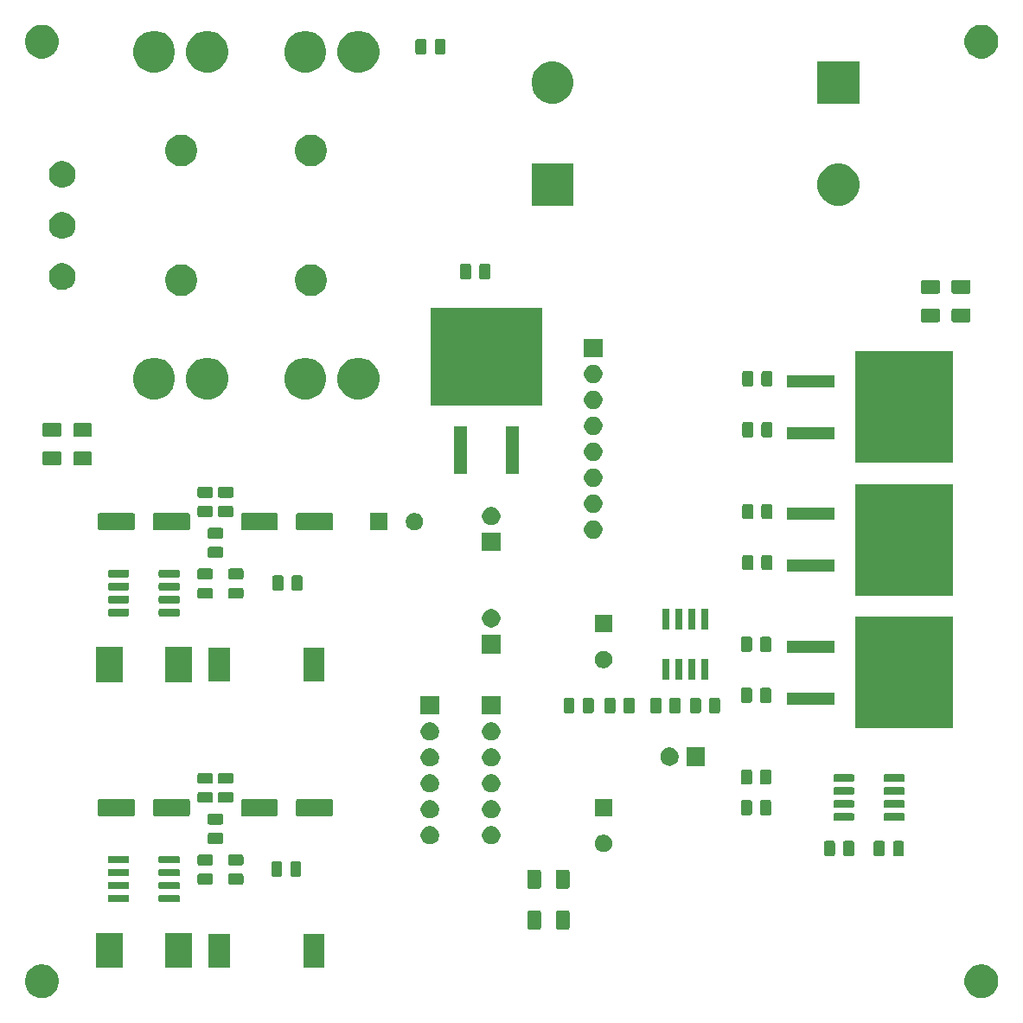
<source format=gts>
G04 #@! TF.GenerationSoftware,KiCad,Pcbnew,5.1.5+dfsg1-2build2*
G04 #@! TF.CreationDate,2020-07-08T13:44:09-04:00*
G04 #@! TF.ProjectId,psu,7073752e-6b69-4636-9164-5f7063625858,rev?*
G04 #@! TF.SameCoordinates,Original*
G04 #@! TF.FileFunction,Soldermask,Top*
G04 #@! TF.FilePolarity,Negative*
%FSLAX46Y46*%
G04 Gerber Fmt 4.6, Leading zero omitted, Abs format (unit mm)*
G04 Created by KiCad (PCBNEW 5.1.5+dfsg1-2build2) date 2020-07-08 13:44:09*
%MOMM*%
%LPD*%
G04 APERTURE LIST*
%ADD10C,0.100000*%
G04 APERTURE END LIST*
D10*
G36*
X121375256Y-114391298D02*
G01*
X121481579Y-114412447D01*
X121782042Y-114536903D01*
X122052451Y-114717585D01*
X122282415Y-114947549D01*
X122463097Y-115217958D01*
X122587553Y-115518421D01*
X122651000Y-115837391D01*
X122651000Y-116162609D01*
X122587553Y-116481579D01*
X122463097Y-116782042D01*
X122282415Y-117052451D01*
X122052451Y-117282415D01*
X121782042Y-117463097D01*
X121481579Y-117587553D01*
X121375256Y-117608702D01*
X121162611Y-117651000D01*
X120837389Y-117651000D01*
X120624744Y-117608702D01*
X120518421Y-117587553D01*
X120217958Y-117463097D01*
X119947549Y-117282415D01*
X119717585Y-117052451D01*
X119536903Y-116782042D01*
X119412447Y-116481579D01*
X119349000Y-116162609D01*
X119349000Y-115837391D01*
X119412447Y-115518421D01*
X119536903Y-115217958D01*
X119717585Y-114947549D01*
X119947549Y-114717585D01*
X120217958Y-114536903D01*
X120518421Y-114412447D01*
X120624744Y-114391298D01*
X120837389Y-114349000D01*
X121162611Y-114349000D01*
X121375256Y-114391298D01*
G37*
G36*
X29375256Y-114391298D02*
G01*
X29481579Y-114412447D01*
X29782042Y-114536903D01*
X30052451Y-114717585D01*
X30282415Y-114947549D01*
X30463097Y-115217958D01*
X30587553Y-115518421D01*
X30651000Y-115837391D01*
X30651000Y-116162609D01*
X30587553Y-116481579D01*
X30463097Y-116782042D01*
X30282415Y-117052451D01*
X30052451Y-117282415D01*
X29782042Y-117463097D01*
X29481579Y-117587553D01*
X29375256Y-117608702D01*
X29162611Y-117651000D01*
X28837389Y-117651000D01*
X28624744Y-117608702D01*
X28518421Y-117587553D01*
X28217958Y-117463097D01*
X27947549Y-117282415D01*
X27717585Y-117052451D01*
X27536903Y-116782042D01*
X27412447Y-116481579D01*
X27349000Y-116162609D01*
X27349000Y-115837391D01*
X27412447Y-115518421D01*
X27536903Y-115217958D01*
X27717585Y-114947549D01*
X27947549Y-114717585D01*
X28217958Y-114536903D01*
X28518421Y-114412447D01*
X28624744Y-114391298D01*
X28837389Y-114349000D01*
X29162611Y-114349000D01*
X29375256Y-114391298D01*
G37*
G36*
X43701000Y-114701000D02*
G01*
X41099000Y-114701000D01*
X41099000Y-111299000D01*
X43701000Y-111299000D01*
X43701000Y-114701000D01*
G37*
G36*
X36901000Y-114701000D02*
G01*
X34299000Y-114701000D01*
X34299000Y-111299000D01*
X36901000Y-111299000D01*
X36901000Y-114701000D01*
G37*
G36*
X56701000Y-114651000D02*
G01*
X54599000Y-114651000D01*
X54599000Y-111349000D01*
X56701000Y-111349000D01*
X56701000Y-114651000D01*
G37*
G36*
X47401000Y-114651000D02*
G01*
X45299000Y-114651000D01*
X45299000Y-111349000D01*
X47401000Y-111349000D01*
X47401000Y-114651000D01*
G37*
G36*
X77718604Y-109078347D02*
G01*
X77755144Y-109089432D01*
X77788821Y-109107433D01*
X77818341Y-109131659D01*
X77842567Y-109161179D01*
X77860568Y-109194856D01*
X77871653Y-109231396D01*
X77876000Y-109275538D01*
X77876000Y-110724462D01*
X77871653Y-110768604D01*
X77860568Y-110805144D01*
X77842567Y-110838821D01*
X77818341Y-110868341D01*
X77788821Y-110892567D01*
X77755144Y-110910568D01*
X77718604Y-110921653D01*
X77674462Y-110926000D01*
X76725538Y-110926000D01*
X76681396Y-110921653D01*
X76644856Y-110910568D01*
X76611179Y-110892567D01*
X76581659Y-110868341D01*
X76557433Y-110838821D01*
X76539432Y-110805144D01*
X76528347Y-110768604D01*
X76524000Y-110724462D01*
X76524000Y-109275538D01*
X76528347Y-109231396D01*
X76539432Y-109194856D01*
X76557433Y-109161179D01*
X76581659Y-109131659D01*
X76611179Y-109107433D01*
X76644856Y-109089432D01*
X76681396Y-109078347D01*
X76725538Y-109074000D01*
X77674462Y-109074000D01*
X77718604Y-109078347D01*
G37*
G36*
X80518604Y-109078347D02*
G01*
X80555144Y-109089432D01*
X80588821Y-109107433D01*
X80618341Y-109131659D01*
X80642567Y-109161179D01*
X80660568Y-109194856D01*
X80671653Y-109231396D01*
X80676000Y-109275538D01*
X80676000Y-110724462D01*
X80671653Y-110768604D01*
X80660568Y-110805144D01*
X80642567Y-110838821D01*
X80618341Y-110868341D01*
X80588821Y-110892567D01*
X80555144Y-110910568D01*
X80518604Y-110921653D01*
X80474462Y-110926000D01*
X79525538Y-110926000D01*
X79481396Y-110921653D01*
X79444856Y-110910568D01*
X79411179Y-110892567D01*
X79381659Y-110868341D01*
X79357433Y-110838821D01*
X79339432Y-110805144D01*
X79328347Y-110768604D01*
X79324000Y-110724462D01*
X79324000Y-109275538D01*
X79328347Y-109231396D01*
X79339432Y-109194856D01*
X79357433Y-109161179D01*
X79381659Y-109131659D01*
X79411179Y-109107433D01*
X79444856Y-109089432D01*
X79481396Y-109078347D01*
X79525538Y-109074000D01*
X80474462Y-109074000D01*
X80518604Y-109078347D01*
G37*
G36*
X42409928Y-107556764D02*
G01*
X42431009Y-107563160D01*
X42450445Y-107573548D01*
X42467476Y-107587524D01*
X42481452Y-107604555D01*
X42491840Y-107623991D01*
X42498236Y-107645072D01*
X42501000Y-107673140D01*
X42501000Y-108136860D01*
X42498236Y-108164928D01*
X42491840Y-108186009D01*
X42481452Y-108205445D01*
X42467476Y-108222476D01*
X42450445Y-108236452D01*
X42431009Y-108246840D01*
X42409928Y-108253236D01*
X42381860Y-108256000D01*
X40568140Y-108256000D01*
X40540072Y-108253236D01*
X40518991Y-108246840D01*
X40499555Y-108236452D01*
X40482524Y-108222476D01*
X40468548Y-108205445D01*
X40458160Y-108186009D01*
X40451764Y-108164928D01*
X40449000Y-108136860D01*
X40449000Y-107673140D01*
X40451764Y-107645072D01*
X40458160Y-107623991D01*
X40468548Y-107604555D01*
X40482524Y-107587524D01*
X40499555Y-107573548D01*
X40518991Y-107563160D01*
X40540072Y-107556764D01*
X40568140Y-107554000D01*
X42381860Y-107554000D01*
X42409928Y-107556764D01*
G37*
G36*
X37459928Y-107556764D02*
G01*
X37481009Y-107563160D01*
X37500445Y-107573548D01*
X37517476Y-107587524D01*
X37531452Y-107604555D01*
X37541840Y-107623991D01*
X37548236Y-107645072D01*
X37551000Y-107673140D01*
X37551000Y-108136860D01*
X37548236Y-108164928D01*
X37541840Y-108186009D01*
X37531452Y-108205445D01*
X37517476Y-108222476D01*
X37500445Y-108236452D01*
X37481009Y-108246840D01*
X37459928Y-108253236D01*
X37431860Y-108256000D01*
X35618140Y-108256000D01*
X35590072Y-108253236D01*
X35568991Y-108246840D01*
X35549555Y-108236452D01*
X35532524Y-108222476D01*
X35518548Y-108205445D01*
X35508160Y-108186009D01*
X35501764Y-108164928D01*
X35499000Y-108136860D01*
X35499000Y-107673140D01*
X35501764Y-107645072D01*
X35508160Y-107623991D01*
X35518548Y-107604555D01*
X35532524Y-107587524D01*
X35549555Y-107573548D01*
X35568991Y-107563160D01*
X35590072Y-107556764D01*
X35618140Y-107554000D01*
X37431860Y-107554000D01*
X37459928Y-107556764D01*
G37*
G36*
X42409928Y-106286764D02*
G01*
X42431009Y-106293160D01*
X42450445Y-106303548D01*
X42467476Y-106317524D01*
X42481452Y-106334555D01*
X42491840Y-106353991D01*
X42498236Y-106375072D01*
X42501000Y-106403140D01*
X42501000Y-106866860D01*
X42498236Y-106894928D01*
X42491840Y-106916009D01*
X42481452Y-106935445D01*
X42467476Y-106952476D01*
X42450445Y-106966452D01*
X42431009Y-106976840D01*
X42409928Y-106983236D01*
X42381860Y-106986000D01*
X40568140Y-106986000D01*
X40540072Y-106983236D01*
X40518991Y-106976840D01*
X40499555Y-106966452D01*
X40482524Y-106952476D01*
X40468548Y-106935445D01*
X40458160Y-106916009D01*
X40451764Y-106894928D01*
X40449000Y-106866860D01*
X40449000Y-106403140D01*
X40451764Y-106375072D01*
X40458160Y-106353991D01*
X40468548Y-106334555D01*
X40482524Y-106317524D01*
X40499555Y-106303548D01*
X40518991Y-106293160D01*
X40540072Y-106286764D01*
X40568140Y-106284000D01*
X42381860Y-106284000D01*
X42409928Y-106286764D01*
G37*
G36*
X37459928Y-106286764D02*
G01*
X37481009Y-106293160D01*
X37500445Y-106303548D01*
X37517476Y-106317524D01*
X37531452Y-106334555D01*
X37541840Y-106353991D01*
X37548236Y-106375072D01*
X37551000Y-106403140D01*
X37551000Y-106866860D01*
X37548236Y-106894928D01*
X37541840Y-106916009D01*
X37531452Y-106935445D01*
X37517476Y-106952476D01*
X37500445Y-106966452D01*
X37481009Y-106976840D01*
X37459928Y-106983236D01*
X37431860Y-106986000D01*
X35618140Y-106986000D01*
X35590072Y-106983236D01*
X35568991Y-106976840D01*
X35549555Y-106966452D01*
X35532524Y-106952476D01*
X35518548Y-106935445D01*
X35508160Y-106916009D01*
X35501764Y-106894928D01*
X35499000Y-106866860D01*
X35499000Y-106403140D01*
X35501764Y-106375072D01*
X35508160Y-106353991D01*
X35518548Y-106334555D01*
X35532524Y-106317524D01*
X35549555Y-106303548D01*
X35568991Y-106293160D01*
X35590072Y-106286764D01*
X35618140Y-106284000D01*
X37431860Y-106284000D01*
X37459928Y-106286764D01*
G37*
G36*
X77718604Y-105078347D02*
G01*
X77755144Y-105089432D01*
X77788821Y-105107433D01*
X77818341Y-105131659D01*
X77842567Y-105161179D01*
X77860568Y-105194856D01*
X77871653Y-105231396D01*
X77876000Y-105275538D01*
X77876000Y-106724462D01*
X77871653Y-106768604D01*
X77860568Y-106805144D01*
X77842567Y-106838821D01*
X77818341Y-106868341D01*
X77788821Y-106892567D01*
X77755144Y-106910568D01*
X77718604Y-106921653D01*
X77674462Y-106926000D01*
X76725538Y-106926000D01*
X76681396Y-106921653D01*
X76644856Y-106910568D01*
X76611179Y-106892567D01*
X76581659Y-106868341D01*
X76557433Y-106838821D01*
X76539432Y-106805144D01*
X76528347Y-106768604D01*
X76524000Y-106724462D01*
X76524000Y-105275538D01*
X76528347Y-105231396D01*
X76539432Y-105194856D01*
X76557433Y-105161179D01*
X76581659Y-105131659D01*
X76611179Y-105107433D01*
X76644856Y-105089432D01*
X76681396Y-105078347D01*
X76725538Y-105074000D01*
X77674462Y-105074000D01*
X77718604Y-105078347D01*
G37*
G36*
X80518604Y-105078347D02*
G01*
X80555144Y-105089432D01*
X80588821Y-105107433D01*
X80618341Y-105131659D01*
X80642567Y-105161179D01*
X80660568Y-105194856D01*
X80671653Y-105231396D01*
X80676000Y-105275538D01*
X80676000Y-106724462D01*
X80671653Y-106768604D01*
X80660568Y-106805144D01*
X80642567Y-106838821D01*
X80618341Y-106868341D01*
X80588821Y-106892567D01*
X80555144Y-106910568D01*
X80518604Y-106921653D01*
X80474462Y-106926000D01*
X79525538Y-106926000D01*
X79481396Y-106921653D01*
X79444856Y-106910568D01*
X79411179Y-106892567D01*
X79381659Y-106868341D01*
X79357433Y-106838821D01*
X79339432Y-106805144D01*
X79328347Y-106768604D01*
X79324000Y-106724462D01*
X79324000Y-105275538D01*
X79328347Y-105231396D01*
X79339432Y-105194856D01*
X79357433Y-105161179D01*
X79381659Y-105131659D01*
X79411179Y-105107433D01*
X79444856Y-105089432D01*
X79481396Y-105078347D01*
X79525538Y-105074000D01*
X80474462Y-105074000D01*
X80518604Y-105078347D01*
G37*
G36*
X48584468Y-105466065D02*
G01*
X48623138Y-105477796D01*
X48658777Y-105496846D01*
X48690017Y-105522483D01*
X48715654Y-105553723D01*
X48734704Y-105589362D01*
X48746435Y-105628032D01*
X48751000Y-105674388D01*
X48751000Y-106325612D01*
X48746435Y-106371968D01*
X48734704Y-106410638D01*
X48715654Y-106446277D01*
X48690017Y-106477517D01*
X48658777Y-106503154D01*
X48623138Y-106522204D01*
X48584468Y-106533935D01*
X48538112Y-106538500D01*
X47461888Y-106538500D01*
X47415532Y-106533935D01*
X47376862Y-106522204D01*
X47341223Y-106503154D01*
X47309983Y-106477517D01*
X47284346Y-106446277D01*
X47265296Y-106410638D01*
X47253565Y-106371968D01*
X47249000Y-106325612D01*
X47249000Y-105674388D01*
X47253565Y-105628032D01*
X47265296Y-105589362D01*
X47284346Y-105553723D01*
X47309983Y-105522483D01*
X47341223Y-105496846D01*
X47376862Y-105477796D01*
X47415532Y-105466065D01*
X47461888Y-105461500D01*
X48538112Y-105461500D01*
X48584468Y-105466065D01*
G37*
G36*
X45584468Y-105466065D02*
G01*
X45623138Y-105477796D01*
X45658777Y-105496846D01*
X45690017Y-105522483D01*
X45715654Y-105553723D01*
X45734704Y-105589362D01*
X45746435Y-105628032D01*
X45751000Y-105674388D01*
X45751000Y-106325612D01*
X45746435Y-106371968D01*
X45734704Y-106410638D01*
X45715654Y-106446277D01*
X45690017Y-106477517D01*
X45658777Y-106503154D01*
X45623138Y-106522204D01*
X45584468Y-106533935D01*
X45538112Y-106538500D01*
X44461888Y-106538500D01*
X44415532Y-106533935D01*
X44376862Y-106522204D01*
X44341223Y-106503154D01*
X44309983Y-106477517D01*
X44284346Y-106446277D01*
X44265296Y-106410638D01*
X44253565Y-106371968D01*
X44249000Y-106325612D01*
X44249000Y-105674388D01*
X44253565Y-105628032D01*
X44265296Y-105589362D01*
X44284346Y-105553723D01*
X44309983Y-105522483D01*
X44341223Y-105496846D01*
X44376862Y-105477796D01*
X44415532Y-105466065D01*
X44461888Y-105461500D01*
X45538112Y-105461500D01*
X45584468Y-105466065D01*
G37*
G36*
X54246968Y-104253565D02*
G01*
X54285638Y-104265296D01*
X54321277Y-104284346D01*
X54352517Y-104309983D01*
X54378154Y-104341223D01*
X54397204Y-104376862D01*
X54408935Y-104415532D01*
X54413500Y-104461888D01*
X54413500Y-105538112D01*
X54408935Y-105584468D01*
X54397204Y-105623138D01*
X54378154Y-105658777D01*
X54352517Y-105690017D01*
X54321277Y-105715654D01*
X54285638Y-105734704D01*
X54246968Y-105746435D01*
X54200612Y-105751000D01*
X53549388Y-105751000D01*
X53503032Y-105746435D01*
X53464362Y-105734704D01*
X53428723Y-105715654D01*
X53397483Y-105690017D01*
X53371846Y-105658777D01*
X53352796Y-105623138D01*
X53341065Y-105584468D01*
X53336500Y-105538112D01*
X53336500Y-104461888D01*
X53341065Y-104415532D01*
X53352796Y-104376862D01*
X53371846Y-104341223D01*
X53397483Y-104309983D01*
X53428723Y-104284346D01*
X53464362Y-104265296D01*
X53503032Y-104253565D01*
X53549388Y-104249000D01*
X54200612Y-104249000D01*
X54246968Y-104253565D01*
G37*
G36*
X52371968Y-104253565D02*
G01*
X52410638Y-104265296D01*
X52446277Y-104284346D01*
X52477517Y-104309983D01*
X52503154Y-104341223D01*
X52522204Y-104376862D01*
X52533935Y-104415532D01*
X52538500Y-104461888D01*
X52538500Y-105538112D01*
X52533935Y-105584468D01*
X52522204Y-105623138D01*
X52503154Y-105658777D01*
X52477517Y-105690017D01*
X52446277Y-105715654D01*
X52410638Y-105734704D01*
X52371968Y-105746435D01*
X52325612Y-105751000D01*
X51674388Y-105751000D01*
X51628032Y-105746435D01*
X51589362Y-105734704D01*
X51553723Y-105715654D01*
X51522483Y-105690017D01*
X51496846Y-105658777D01*
X51477796Y-105623138D01*
X51466065Y-105584468D01*
X51461500Y-105538112D01*
X51461500Y-104461888D01*
X51466065Y-104415532D01*
X51477796Y-104376862D01*
X51496846Y-104341223D01*
X51522483Y-104309983D01*
X51553723Y-104284346D01*
X51589362Y-104265296D01*
X51628032Y-104253565D01*
X51674388Y-104249000D01*
X52325612Y-104249000D01*
X52371968Y-104253565D01*
G37*
G36*
X42409928Y-105016764D02*
G01*
X42431009Y-105023160D01*
X42450445Y-105033548D01*
X42467476Y-105047524D01*
X42481452Y-105064555D01*
X42491840Y-105083991D01*
X42498236Y-105105072D01*
X42501000Y-105133140D01*
X42501000Y-105596860D01*
X42498236Y-105624928D01*
X42491840Y-105646009D01*
X42481452Y-105665445D01*
X42467476Y-105682476D01*
X42450445Y-105696452D01*
X42431009Y-105706840D01*
X42409928Y-105713236D01*
X42381860Y-105716000D01*
X40568140Y-105716000D01*
X40540072Y-105713236D01*
X40518991Y-105706840D01*
X40499555Y-105696452D01*
X40482524Y-105682476D01*
X40468548Y-105665445D01*
X40458160Y-105646009D01*
X40451764Y-105624928D01*
X40449000Y-105596860D01*
X40449000Y-105133140D01*
X40451764Y-105105072D01*
X40458160Y-105083991D01*
X40468548Y-105064555D01*
X40482524Y-105047524D01*
X40499555Y-105033548D01*
X40518991Y-105023160D01*
X40540072Y-105016764D01*
X40568140Y-105014000D01*
X42381860Y-105014000D01*
X42409928Y-105016764D01*
G37*
G36*
X37459928Y-105016764D02*
G01*
X37481009Y-105023160D01*
X37500445Y-105033548D01*
X37517476Y-105047524D01*
X37531452Y-105064555D01*
X37541840Y-105083991D01*
X37548236Y-105105072D01*
X37551000Y-105133140D01*
X37551000Y-105596860D01*
X37548236Y-105624928D01*
X37541840Y-105646009D01*
X37531452Y-105665445D01*
X37517476Y-105682476D01*
X37500445Y-105696452D01*
X37481009Y-105706840D01*
X37459928Y-105713236D01*
X37431860Y-105716000D01*
X35618140Y-105716000D01*
X35590072Y-105713236D01*
X35568991Y-105706840D01*
X35549555Y-105696452D01*
X35532524Y-105682476D01*
X35518548Y-105665445D01*
X35508160Y-105646009D01*
X35501764Y-105624928D01*
X35499000Y-105596860D01*
X35499000Y-105133140D01*
X35501764Y-105105072D01*
X35508160Y-105083991D01*
X35518548Y-105064555D01*
X35532524Y-105047524D01*
X35549555Y-105033548D01*
X35568991Y-105023160D01*
X35590072Y-105016764D01*
X35618140Y-105014000D01*
X37431860Y-105014000D01*
X37459928Y-105016764D01*
G37*
G36*
X48584468Y-103591065D02*
G01*
X48623138Y-103602796D01*
X48658777Y-103621846D01*
X48690017Y-103647483D01*
X48715654Y-103678723D01*
X48734704Y-103714362D01*
X48746435Y-103753032D01*
X48751000Y-103799388D01*
X48751000Y-104450612D01*
X48746435Y-104496968D01*
X48734704Y-104535638D01*
X48715654Y-104571277D01*
X48690017Y-104602517D01*
X48658777Y-104628154D01*
X48623138Y-104647204D01*
X48584468Y-104658935D01*
X48538112Y-104663500D01*
X47461888Y-104663500D01*
X47415532Y-104658935D01*
X47376862Y-104647204D01*
X47341223Y-104628154D01*
X47309983Y-104602517D01*
X47284346Y-104571277D01*
X47265296Y-104535638D01*
X47253565Y-104496968D01*
X47249000Y-104450612D01*
X47249000Y-103799388D01*
X47253565Y-103753032D01*
X47265296Y-103714362D01*
X47284346Y-103678723D01*
X47309983Y-103647483D01*
X47341223Y-103621846D01*
X47376862Y-103602796D01*
X47415532Y-103591065D01*
X47461888Y-103586500D01*
X48538112Y-103586500D01*
X48584468Y-103591065D01*
G37*
G36*
X45584468Y-103591065D02*
G01*
X45623138Y-103602796D01*
X45658777Y-103621846D01*
X45690017Y-103647483D01*
X45715654Y-103678723D01*
X45734704Y-103714362D01*
X45746435Y-103753032D01*
X45751000Y-103799388D01*
X45751000Y-104450612D01*
X45746435Y-104496968D01*
X45734704Y-104535638D01*
X45715654Y-104571277D01*
X45690017Y-104602517D01*
X45658777Y-104628154D01*
X45623138Y-104647204D01*
X45584468Y-104658935D01*
X45538112Y-104663500D01*
X44461888Y-104663500D01*
X44415532Y-104658935D01*
X44376862Y-104647204D01*
X44341223Y-104628154D01*
X44309983Y-104602517D01*
X44284346Y-104571277D01*
X44265296Y-104535638D01*
X44253565Y-104496968D01*
X44249000Y-104450612D01*
X44249000Y-103799388D01*
X44253565Y-103753032D01*
X44265296Y-103714362D01*
X44284346Y-103678723D01*
X44309983Y-103647483D01*
X44341223Y-103621846D01*
X44376862Y-103602796D01*
X44415532Y-103591065D01*
X44461888Y-103586500D01*
X45538112Y-103586500D01*
X45584468Y-103591065D01*
G37*
G36*
X37459928Y-103746764D02*
G01*
X37481009Y-103753160D01*
X37500445Y-103763548D01*
X37517476Y-103777524D01*
X37531452Y-103794555D01*
X37541840Y-103813991D01*
X37548236Y-103835072D01*
X37551000Y-103863140D01*
X37551000Y-104326860D01*
X37548236Y-104354928D01*
X37541840Y-104376009D01*
X37531452Y-104395445D01*
X37517476Y-104412476D01*
X37500445Y-104426452D01*
X37481009Y-104436840D01*
X37459928Y-104443236D01*
X37431860Y-104446000D01*
X35618140Y-104446000D01*
X35590072Y-104443236D01*
X35568991Y-104436840D01*
X35549555Y-104426452D01*
X35532524Y-104412476D01*
X35518548Y-104395445D01*
X35508160Y-104376009D01*
X35501764Y-104354928D01*
X35499000Y-104326860D01*
X35499000Y-103863140D01*
X35501764Y-103835072D01*
X35508160Y-103813991D01*
X35518548Y-103794555D01*
X35532524Y-103777524D01*
X35549555Y-103763548D01*
X35568991Y-103753160D01*
X35590072Y-103746764D01*
X35618140Y-103744000D01*
X37431860Y-103744000D01*
X37459928Y-103746764D01*
G37*
G36*
X42409928Y-103746764D02*
G01*
X42431009Y-103753160D01*
X42450445Y-103763548D01*
X42467476Y-103777524D01*
X42481452Y-103794555D01*
X42491840Y-103813991D01*
X42498236Y-103835072D01*
X42501000Y-103863140D01*
X42501000Y-104326860D01*
X42498236Y-104354928D01*
X42491840Y-104376009D01*
X42481452Y-104395445D01*
X42467476Y-104412476D01*
X42450445Y-104426452D01*
X42431009Y-104436840D01*
X42409928Y-104443236D01*
X42381860Y-104446000D01*
X40568140Y-104446000D01*
X40540072Y-104443236D01*
X40518991Y-104436840D01*
X40499555Y-104426452D01*
X40482524Y-104412476D01*
X40468548Y-104395445D01*
X40458160Y-104376009D01*
X40451764Y-104354928D01*
X40449000Y-104326860D01*
X40449000Y-103863140D01*
X40451764Y-103835072D01*
X40458160Y-103813991D01*
X40468548Y-103794555D01*
X40482524Y-103777524D01*
X40499555Y-103763548D01*
X40518991Y-103753160D01*
X40540072Y-103746764D01*
X40568140Y-103744000D01*
X42381860Y-103744000D01*
X42409928Y-103746764D01*
G37*
G36*
X106496968Y-102253565D02*
G01*
X106535638Y-102265296D01*
X106571277Y-102284346D01*
X106602517Y-102309983D01*
X106628154Y-102341223D01*
X106647204Y-102376862D01*
X106658935Y-102415532D01*
X106663500Y-102461888D01*
X106663500Y-103538112D01*
X106658935Y-103584468D01*
X106647204Y-103623138D01*
X106628154Y-103658777D01*
X106602517Y-103690017D01*
X106571277Y-103715654D01*
X106535638Y-103734704D01*
X106496968Y-103746435D01*
X106450612Y-103751000D01*
X105799388Y-103751000D01*
X105753032Y-103746435D01*
X105714362Y-103734704D01*
X105678723Y-103715654D01*
X105647483Y-103690017D01*
X105621846Y-103658777D01*
X105602796Y-103623138D01*
X105591065Y-103584468D01*
X105586500Y-103538112D01*
X105586500Y-102461888D01*
X105591065Y-102415532D01*
X105602796Y-102376862D01*
X105621846Y-102341223D01*
X105647483Y-102309983D01*
X105678723Y-102284346D01*
X105714362Y-102265296D01*
X105753032Y-102253565D01*
X105799388Y-102249000D01*
X106450612Y-102249000D01*
X106496968Y-102253565D01*
G37*
G36*
X111371968Y-102253565D02*
G01*
X111410638Y-102265296D01*
X111446277Y-102284346D01*
X111477517Y-102309983D01*
X111503154Y-102341223D01*
X111522204Y-102376862D01*
X111533935Y-102415532D01*
X111538500Y-102461888D01*
X111538500Y-103538112D01*
X111533935Y-103584468D01*
X111522204Y-103623138D01*
X111503154Y-103658777D01*
X111477517Y-103690017D01*
X111446277Y-103715654D01*
X111410638Y-103734704D01*
X111371968Y-103746435D01*
X111325612Y-103751000D01*
X110674388Y-103751000D01*
X110628032Y-103746435D01*
X110589362Y-103734704D01*
X110553723Y-103715654D01*
X110522483Y-103690017D01*
X110496846Y-103658777D01*
X110477796Y-103623138D01*
X110466065Y-103584468D01*
X110461500Y-103538112D01*
X110461500Y-102461888D01*
X110466065Y-102415532D01*
X110477796Y-102376862D01*
X110496846Y-102341223D01*
X110522483Y-102309983D01*
X110553723Y-102284346D01*
X110589362Y-102265296D01*
X110628032Y-102253565D01*
X110674388Y-102249000D01*
X111325612Y-102249000D01*
X111371968Y-102253565D01*
G37*
G36*
X113246968Y-102253565D02*
G01*
X113285638Y-102265296D01*
X113321277Y-102284346D01*
X113352517Y-102309983D01*
X113378154Y-102341223D01*
X113397204Y-102376862D01*
X113408935Y-102415532D01*
X113413500Y-102461888D01*
X113413500Y-103538112D01*
X113408935Y-103584468D01*
X113397204Y-103623138D01*
X113378154Y-103658777D01*
X113352517Y-103690017D01*
X113321277Y-103715654D01*
X113285638Y-103734704D01*
X113246968Y-103746435D01*
X113200612Y-103751000D01*
X112549388Y-103751000D01*
X112503032Y-103746435D01*
X112464362Y-103734704D01*
X112428723Y-103715654D01*
X112397483Y-103690017D01*
X112371846Y-103658777D01*
X112352796Y-103623138D01*
X112341065Y-103584468D01*
X112336500Y-103538112D01*
X112336500Y-102461888D01*
X112341065Y-102415532D01*
X112352796Y-102376862D01*
X112371846Y-102341223D01*
X112397483Y-102309983D01*
X112428723Y-102284346D01*
X112464362Y-102265296D01*
X112503032Y-102253565D01*
X112549388Y-102249000D01*
X113200612Y-102249000D01*
X113246968Y-102253565D01*
G37*
G36*
X108371968Y-102253565D02*
G01*
X108410638Y-102265296D01*
X108446277Y-102284346D01*
X108477517Y-102309983D01*
X108503154Y-102341223D01*
X108522204Y-102376862D01*
X108533935Y-102415532D01*
X108538500Y-102461888D01*
X108538500Y-103538112D01*
X108533935Y-103584468D01*
X108522204Y-103623138D01*
X108503154Y-103658777D01*
X108477517Y-103690017D01*
X108446277Y-103715654D01*
X108410638Y-103734704D01*
X108371968Y-103746435D01*
X108325612Y-103751000D01*
X107674388Y-103751000D01*
X107628032Y-103746435D01*
X107589362Y-103734704D01*
X107553723Y-103715654D01*
X107522483Y-103690017D01*
X107496846Y-103658777D01*
X107477796Y-103623138D01*
X107466065Y-103584468D01*
X107461500Y-103538112D01*
X107461500Y-102461888D01*
X107466065Y-102415532D01*
X107477796Y-102376862D01*
X107496846Y-102341223D01*
X107522483Y-102309983D01*
X107553723Y-102284346D01*
X107589362Y-102265296D01*
X107628032Y-102253565D01*
X107674388Y-102249000D01*
X108325612Y-102249000D01*
X108371968Y-102253565D01*
G37*
G36*
X84248228Y-101681703D02*
G01*
X84403100Y-101745853D01*
X84542481Y-101838985D01*
X84661015Y-101957519D01*
X84754147Y-102096900D01*
X84818297Y-102251772D01*
X84851000Y-102416184D01*
X84851000Y-102583816D01*
X84818297Y-102748228D01*
X84754147Y-102903100D01*
X84661015Y-103042481D01*
X84542481Y-103161015D01*
X84403100Y-103254147D01*
X84248228Y-103318297D01*
X84083816Y-103351000D01*
X83916184Y-103351000D01*
X83751772Y-103318297D01*
X83596900Y-103254147D01*
X83457519Y-103161015D01*
X83338985Y-103042481D01*
X83245853Y-102903100D01*
X83181703Y-102748228D01*
X83149000Y-102583816D01*
X83149000Y-102416184D01*
X83181703Y-102251772D01*
X83245853Y-102096900D01*
X83338985Y-101957519D01*
X83457519Y-101838985D01*
X83596900Y-101745853D01*
X83751772Y-101681703D01*
X83916184Y-101649000D01*
X84083816Y-101649000D01*
X84248228Y-101681703D01*
G37*
G36*
X67113512Y-100803927D02*
G01*
X67262812Y-100833624D01*
X67426784Y-100901544D01*
X67574354Y-101000147D01*
X67699853Y-101125646D01*
X67798456Y-101273216D01*
X67866376Y-101437188D01*
X67901000Y-101611259D01*
X67901000Y-101788741D01*
X67866376Y-101962812D01*
X67798456Y-102126784D01*
X67699853Y-102274354D01*
X67574354Y-102399853D01*
X67426784Y-102498456D01*
X67262812Y-102566376D01*
X67113512Y-102596073D01*
X67088742Y-102601000D01*
X66911258Y-102601000D01*
X66886488Y-102596073D01*
X66737188Y-102566376D01*
X66573216Y-102498456D01*
X66425646Y-102399853D01*
X66300147Y-102274354D01*
X66201544Y-102126784D01*
X66133624Y-101962812D01*
X66099000Y-101788741D01*
X66099000Y-101611259D01*
X66133624Y-101437188D01*
X66201544Y-101273216D01*
X66300147Y-101125646D01*
X66425646Y-101000147D01*
X66573216Y-100901544D01*
X66737188Y-100833624D01*
X66886488Y-100803927D01*
X66911258Y-100799000D01*
X67088742Y-100799000D01*
X67113512Y-100803927D01*
G37*
G36*
X73113512Y-100803927D02*
G01*
X73262812Y-100833624D01*
X73426784Y-100901544D01*
X73574354Y-101000147D01*
X73699853Y-101125646D01*
X73798456Y-101273216D01*
X73866376Y-101437188D01*
X73901000Y-101611259D01*
X73901000Y-101788741D01*
X73866376Y-101962812D01*
X73798456Y-102126784D01*
X73699853Y-102274354D01*
X73574354Y-102399853D01*
X73426784Y-102498456D01*
X73262812Y-102566376D01*
X73113512Y-102596073D01*
X73088742Y-102601000D01*
X72911258Y-102601000D01*
X72886488Y-102596073D01*
X72737188Y-102566376D01*
X72573216Y-102498456D01*
X72425646Y-102399853D01*
X72300147Y-102274354D01*
X72201544Y-102126784D01*
X72133624Y-101962812D01*
X72099000Y-101788741D01*
X72099000Y-101611259D01*
X72133624Y-101437188D01*
X72201544Y-101273216D01*
X72300147Y-101125646D01*
X72425646Y-101000147D01*
X72573216Y-100901544D01*
X72737188Y-100833624D01*
X72886488Y-100803927D01*
X72911258Y-100799000D01*
X73088742Y-100799000D01*
X73113512Y-100803927D01*
G37*
G36*
X46584468Y-101466065D02*
G01*
X46623138Y-101477796D01*
X46658777Y-101496846D01*
X46690017Y-101522483D01*
X46715654Y-101553723D01*
X46734704Y-101589362D01*
X46746435Y-101628032D01*
X46751000Y-101674388D01*
X46751000Y-102325612D01*
X46746435Y-102371968D01*
X46734704Y-102410638D01*
X46715654Y-102446277D01*
X46690017Y-102477517D01*
X46658777Y-102503154D01*
X46623138Y-102522204D01*
X46584468Y-102533935D01*
X46538112Y-102538500D01*
X45461888Y-102538500D01*
X45415532Y-102533935D01*
X45376862Y-102522204D01*
X45341223Y-102503154D01*
X45309983Y-102477517D01*
X45284346Y-102446277D01*
X45265296Y-102410638D01*
X45253565Y-102371968D01*
X45249000Y-102325612D01*
X45249000Y-101674388D01*
X45253565Y-101628032D01*
X45265296Y-101589362D01*
X45284346Y-101553723D01*
X45309983Y-101522483D01*
X45341223Y-101496846D01*
X45376862Y-101477796D01*
X45415532Y-101466065D01*
X45461888Y-101461500D01*
X46538112Y-101461500D01*
X46584468Y-101466065D01*
G37*
G36*
X46584468Y-99591065D02*
G01*
X46623138Y-99602796D01*
X46658777Y-99621846D01*
X46690017Y-99647483D01*
X46715654Y-99678723D01*
X46734704Y-99714362D01*
X46746435Y-99753032D01*
X46751000Y-99799388D01*
X46751000Y-100450612D01*
X46746435Y-100496968D01*
X46734704Y-100535638D01*
X46715654Y-100571277D01*
X46690017Y-100602517D01*
X46658777Y-100628154D01*
X46623138Y-100647204D01*
X46584468Y-100658935D01*
X46538112Y-100663500D01*
X45461888Y-100663500D01*
X45415532Y-100658935D01*
X45376862Y-100647204D01*
X45341223Y-100628154D01*
X45309983Y-100602517D01*
X45284346Y-100571277D01*
X45265296Y-100535638D01*
X45253565Y-100496968D01*
X45249000Y-100450612D01*
X45249000Y-99799388D01*
X45253565Y-99753032D01*
X45265296Y-99714362D01*
X45284346Y-99678723D01*
X45309983Y-99647483D01*
X45341223Y-99621846D01*
X45376862Y-99602796D01*
X45415532Y-99591065D01*
X45461888Y-99586500D01*
X46538112Y-99586500D01*
X46584468Y-99591065D01*
G37*
G36*
X108459928Y-99556764D02*
G01*
X108481009Y-99563160D01*
X108500445Y-99573548D01*
X108517476Y-99587524D01*
X108531452Y-99604555D01*
X108541840Y-99623991D01*
X108548236Y-99645072D01*
X108551000Y-99673140D01*
X108551000Y-100136860D01*
X108548236Y-100164928D01*
X108541840Y-100186009D01*
X108531452Y-100205445D01*
X108517476Y-100222476D01*
X108500445Y-100236452D01*
X108481009Y-100246840D01*
X108459928Y-100253236D01*
X108431860Y-100256000D01*
X106618140Y-100256000D01*
X106590072Y-100253236D01*
X106568991Y-100246840D01*
X106549555Y-100236452D01*
X106532524Y-100222476D01*
X106518548Y-100205445D01*
X106508160Y-100186009D01*
X106501764Y-100164928D01*
X106499000Y-100136860D01*
X106499000Y-99673140D01*
X106501764Y-99645072D01*
X106508160Y-99623991D01*
X106518548Y-99604555D01*
X106532524Y-99587524D01*
X106549555Y-99573548D01*
X106568991Y-99563160D01*
X106590072Y-99556764D01*
X106618140Y-99554000D01*
X108431860Y-99554000D01*
X108459928Y-99556764D01*
G37*
G36*
X113409928Y-99556764D02*
G01*
X113431009Y-99563160D01*
X113450445Y-99573548D01*
X113467476Y-99587524D01*
X113481452Y-99604555D01*
X113491840Y-99623991D01*
X113498236Y-99645072D01*
X113501000Y-99673140D01*
X113501000Y-100136860D01*
X113498236Y-100164928D01*
X113491840Y-100186009D01*
X113481452Y-100205445D01*
X113467476Y-100222476D01*
X113450445Y-100236452D01*
X113431009Y-100246840D01*
X113409928Y-100253236D01*
X113381860Y-100256000D01*
X111568140Y-100256000D01*
X111540072Y-100253236D01*
X111518991Y-100246840D01*
X111499555Y-100236452D01*
X111482524Y-100222476D01*
X111468548Y-100205445D01*
X111458160Y-100186009D01*
X111451764Y-100164928D01*
X111449000Y-100136860D01*
X111449000Y-99673140D01*
X111451764Y-99645072D01*
X111458160Y-99623991D01*
X111468548Y-99604555D01*
X111482524Y-99587524D01*
X111499555Y-99573548D01*
X111518991Y-99563160D01*
X111540072Y-99556764D01*
X111568140Y-99554000D01*
X113381860Y-99554000D01*
X113409928Y-99556764D01*
G37*
G36*
X67113512Y-98263927D02*
G01*
X67262812Y-98293624D01*
X67426784Y-98361544D01*
X67574354Y-98460147D01*
X67699853Y-98585646D01*
X67798456Y-98733216D01*
X67866376Y-98897188D01*
X67901000Y-99071259D01*
X67901000Y-99248741D01*
X67866376Y-99422812D01*
X67798456Y-99586784D01*
X67699853Y-99734354D01*
X67574354Y-99859853D01*
X67426784Y-99958456D01*
X67262812Y-100026376D01*
X67113512Y-100056073D01*
X67088742Y-100061000D01*
X66911258Y-100061000D01*
X66886488Y-100056073D01*
X66737188Y-100026376D01*
X66573216Y-99958456D01*
X66425646Y-99859853D01*
X66300147Y-99734354D01*
X66201544Y-99586784D01*
X66133624Y-99422812D01*
X66099000Y-99248741D01*
X66099000Y-99071259D01*
X66133624Y-98897188D01*
X66201544Y-98733216D01*
X66300147Y-98585646D01*
X66425646Y-98460147D01*
X66573216Y-98361544D01*
X66737188Y-98293624D01*
X66886488Y-98263927D01*
X66911258Y-98259000D01*
X67088742Y-98259000D01*
X67113512Y-98263927D01*
G37*
G36*
X73113512Y-98263927D02*
G01*
X73262812Y-98293624D01*
X73426784Y-98361544D01*
X73574354Y-98460147D01*
X73699853Y-98585646D01*
X73798456Y-98733216D01*
X73866376Y-98897188D01*
X73901000Y-99071259D01*
X73901000Y-99248741D01*
X73866376Y-99422812D01*
X73798456Y-99586784D01*
X73699853Y-99734354D01*
X73574354Y-99859853D01*
X73426784Y-99958456D01*
X73262812Y-100026376D01*
X73113512Y-100056073D01*
X73088742Y-100061000D01*
X72911258Y-100061000D01*
X72886488Y-100056073D01*
X72737188Y-100026376D01*
X72573216Y-99958456D01*
X72425646Y-99859853D01*
X72300147Y-99734354D01*
X72201544Y-99586784D01*
X72133624Y-99422812D01*
X72099000Y-99248741D01*
X72099000Y-99071259D01*
X72133624Y-98897188D01*
X72201544Y-98733216D01*
X72300147Y-98585646D01*
X72425646Y-98460147D01*
X72573216Y-98361544D01*
X72737188Y-98293624D01*
X72886488Y-98263927D01*
X72911258Y-98259000D01*
X73088742Y-98259000D01*
X73113512Y-98263927D01*
G37*
G36*
X57355997Y-98153051D02*
G01*
X57389652Y-98163261D01*
X57420665Y-98179838D01*
X57447851Y-98202149D01*
X57470162Y-98229335D01*
X57486739Y-98260348D01*
X57496949Y-98294003D01*
X57501000Y-98335138D01*
X57501000Y-99664862D01*
X57496949Y-99705997D01*
X57486739Y-99739652D01*
X57470162Y-99770665D01*
X57447851Y-99797851D01*
X57420665Y-99820162D01*
X57389652Y-99836739D01*
X57355997Y-99846949D01*
X57314862Y-99851000D01*
X54085138Y-99851000D01*
X54044003Y-99846949D01*
X54010348Y-99836739D01*
X53979335Y-99820162D01*
X53952149Y-99797851D01*
X53929838Y-99770665D01*
X53913261Y-99739652D01*
X53903051Y-99705997D01*
X53899000Y-99664862D01*
X53899000Y-98335138D01*
X53903051Y-98294003D01*
X53913261Y-98260348D01*
X53929838Y-98229335D01*
X53952149Y-98202149D01*
X53979335Y-98179838D01*
X54010348Y-98163261D01*
X54044003Y-98153051D01*
X54085138Y-98149000D01*
X57314862Y-98149000D01*
X57355997Y-98153051D01*
G37*
G36*
X51955997Y-98153051D02*
G01*
X51989652Y-98163261D01*
X52020665Y-98179838D01*
X52047851Y-98202149D01*
X52070162Y-98229335D01*
X52086739Y-98260348D01*
X52096949Y-98294003D01*
X52101000Y-98335138D01*
X52101000Y-99664862D01*
X52096949Y-99705997D01*
X52086739Y-99739652D01*
X52070162Y-99770665D01*
X52047851Y-99797851D01*
X52020665Y-99820162D01*
X51989652Y-99836739D01*
X51955997Y-99846949D01*
X51914862Y-99851000D01*
X48685138Y-99851000D01*
X48644003Y-99846949D01*
X48610348Y-99836739D01*
X48579335Y-99820162D01*
X48552149Y-99797851D01*
X48529838Y-99770665D01*
X48513261Y-99739652D01*
X48503051Y-99705997D01*
X48499000Y-99664862D01*
X48499000Y-98335138D01*
X48503051Y-98294003D01*
X48513261Y-98260348D01*
X48529838Y-98229335D01*
X48552149Y-98202149D01*
X48579335Y-98179838D01*
X48610348Y-98163261D01*
X48644003Y-98153051D01*
X48685138Y-98149000D01*
X51914862Y-98149000D01*
X51955997Y-98153051D01*
G37*
G36*
X84851000Y-99851000D02*
G01*
X83149000Y-99851000D01*
X83149000Y-98149000D01*
X84851000Y-98149000D01*
X84851000Y-99851000D01*
G37*
G36*
X43355997Y-98153051D02*
G01*
X43389652Y-98163261D01*
X43420665Y-98179838D01*
X43447851Y-98202149D01*
X43470162Y-98229335D01*
X43486739Y-98260348D01*
X43496949Y-98294003D01*
X43501000Y-98335138D01*
X43501000Y-99664862D01*
X43496949Y-99705997D01*
X43486739Y-99739652D01*
X43470162Y-99770665D01*
X43447851Y-99797851D01*
X43420665Y-99820162D01*
X43389652Y-99836739D01*
X43355997Y-99846949D01*
X43314862Y-99851000D01*
X40085138Y-99851000D01*
X40044003Y-99846949D01*
X40010348Y-99836739D01*
X39979335Y-99820162D01*
X39952149Y-99797851D01*
X39929838Y-99770665D01*
X39913261Y-99739652D01*
X39903051Y-99705997D01*
X39899000Y-99664862D01*
X39899000Y-98335138D01*
X39903051Y-98294003D01*
X39913261Y-98260348D01*
X39929838Y-98229335D01*
X39952149Y-98202149D01*
X39979335Y-98179838D01*
X40010348Y-98163261D01*
X40044003Y-98153051D01*
X40085138Y-98149000D01*
X43314862Y-98149000D01*
X43355997Y-98153051D01*
G37*
G36*
X37955997Y-98153051D02*
G01*
X37989652Y-98163261D01*
X38020665Y-98179838D01*
X38047851Y-98202149D01*
X38070162Y-98229335D01*
X38086739Y-98260348D01*
X38096949Y-98294003D01*
X38101000Y-98335138D01*
X38101000Y-99664862D01*
X38096949Y-99705997D01*
X38086739Y-99739652D01*
X38070162Y-99770665D01*
X38047851Y-99797851D01*
X38020665Y-99820162D01*
X37989652Y-99836739D01*
X37955997Y-99846949D01*
X37914862Y-99851000D01*
X34685138Y-99851000D01*
X34644003Y-99846949D01*
X34610348Y-99836739D01*
X34579335Y-99820162D01*
X34552149Y-99797851D01*
X34529838Y-99770665D01*
X34513261Y-99739652D01*
X34503051Y-99705997D01*
X34499000Y-99664862D01*
X34499000Y-98335138D01*
X34503051Y-98294003D01*
X34513261Y-98260348D01*
X34529838Y-98229335D01*
X34552149Y-98202149D01*
X34579335Y-98179838D01*
X34610348Y-98163261D01*
X34644003Y-98153051D01*
X34685138Y-98149000D01*
X37914862Y-98149000D01*
X37955997Y-98153051D01*
G37*
G36*
X100246968Y-98253565D02*
G01*
X100285638Y-98265296D01*
X100321277Y-98284346D01*
X100352517Y-98309983D01*
X100378154Y-98341223D01*
X100397204Y-98376862D01*
X100408935Y-98415532D01*
X100413500Y-98461888D01*
X100413500Y-99538112D01*
X100408935Y-99584468D01*
X100397204Y-99623138D01*
X100378154Y-99658777D01*
X100352517Y-99690017D01*
X100321277Y-99715654D01*
X100285638Y-99734704D01*
X100246968Y-99746435D01*
X100200612Y-99751000D01*
X99549388Y-99751000D01*
X99503032Y-99746435D01*
X99464362Y-99734704D01*
X99428723Y-99715654D01*
X99397483Y-99690017D01*
X99371846Y-99658777D01*
X99352796Y-99623138D01*
X99341065Y-99584468D01*
X99336500Y-99538112D01*
X99336500Y-98461888D01*
X99341065Y-98415532D01*
X99352796Y-98376862D01*
X99371846Y-98341223D01*
X99397483Y-98309983D01*
X99428723Y-98284346D01*
X99464362Y-98265296D01*
X99503032Y-98253565D01*
X99549388Y-98249000D01*
X100200612Y-98249000D01*
X100246968Y-98253565D01*
G37*
G36*
X98371968Y-98253565D02*
G01*
X98410638Y-98265296D01*
X98446277Y-98284346D01*
X98477517Y-98309983D01*
X98503154Y-98341223D01*
X98522204Y-98376862D01*
X98533935Y-98415532D01*
X98538500Y-98461888D01*
X98538500Y-99538112D01*
X98533935Y-99584468D01*
X98522204Y-99623138D01*
X98503154Y-99658777D01*
X98477517Y-99690017D01*
X98446277Y-99715654D01*
X98410638Y-99734704D01*
X98371968Y-99746435D01*
X98325612Y-99751000D01*
X97674388Y-99751000D01*
X97628032Y-99746435D01*
X97589362Y-99734704D01*
X97553723Y-99715654D01*
X97522483Y-99690017D01*
X97496846Y-99658777D01*
X97477796Y-99623138D01*
X97466065Y-99584468D01*
X97461500Y-99538112D01*
X97461500Y-98461888D01*
X97466065Y-98415532D01*
X97477796Y-98376862D01*
X97496846Y-98341223D01*
X97522483Y-98309983D01*
X97553723Y-98284346D01*
X97589362Y-98265296D01*
X97628032Y-98253565D01*
X97674388Y-98249000D01*
X98325612Y-98249000D01*
X98371968Y-98253565D01*
G37*
G36*
X113409928Y-98286764D02*
G01*
X113431009Y-98293160D01*
X113450445Y-98303548D01*
X113467476Y-98317524D01*
X113481452Y-98334555D01*
X113491840Y-98353991D01*
X113498236Y-98375072D01*
X113501000Y-98403140D01*
X113501000Y-98866860D01*
X113498236Y-98894928D01*
X113491840Y-98916009D01*
X113481452Y-98935445D01*
X113467476Y-98952476D01*
X113450445Y-98966452D01*
X113431009Y-98976840D01*
X113409928Y-98983236D01*
X113381860Y-98986000D01*
X111568140Y-98986000D01*
X111540072Y-98983236D01*
X111518991Y-98976840D01*
X111499555Y-98966452D01*
X111482524Y-98952476D01*
X111468548Y-98935445D01*
X111458160Y-98916009D01*
X111451764Y-98894928D01*
X111449000Y-98866860D01*
X111449000Y-98403140D01*
X111451764Y-98375072D01*
X111458160Y-98353991D01*
X111468548Y-98334555D01*
X111482524Y-98317524D01*
X111499555Y-98303548D01*
X111518991Y-98293160D01*
X111540072Y-98286764D01*
X111568140Y-98284000D01*
X113381860Y-98284000D01*
X113409928Y-98286764D01*
G37*
G36*
X108459928Y-98286764D02*
G01*
X108481009Y-98293160D01*
X108500445Y-98303548D01*
X108517476Y-98317524D01*
X108531452Y-98334555D01*
X108541840Y-98353991D01*
X108548236Y-98375072D01*
X108551000Y-98403140D01*
X108551000Y-98866860D01*
X108548236Y-98894928D01*
X108541840Y-98916009D01*
X108531452Y-98935445D01*
X108517476Y-98952476D01*
X108500445Y-98966452D01*
X108481009Y-98976840D01*
X108459928Y-98983236D01*
X108431860Y-98986000D01*
X106618140Y-98986000D01*
X106590072Y-98983236D01*
X106568991Y-98976840D01*
X106549555Y-98966452D01*
X106532524Y-98952476D01*
X106518548Y-98935445D01*
X106508160Y-98916009D01*
X106501764Y-98894928D01*
X106499000Y-98866860D01*
X106499000Y-98403140D01*
X106501764Y-98375072D01*
X106508160Y-98353991D01*
X106518548Y-98334555D01*
X106532524Y-98317524D01*
X106549555Y-98303548D01*
X106568991Y-98293160D01*
X106590072Y-98286764D01*
X106618140Y-98284000D01*
X108431860Y-98284000D01*
X108459928Y-98286764D01*
G37*
G36*
X47584468Y-97466065D02*
G01*
X47623138Y-97477796D01*
X47658777Y-97496846D01*
X47690017Y-97522483D01*
X47715654Y-97553723D01*
X47734704Y-97589362D01*
X47746435Y-97628032D01*
X47751000Y-97674388D01*
X47751000Y-98325612D01*
X47746435Y-98371968D01*
X47734704Y-98410638D01*
X47715654Y-98446277D01*
X47690017Y-98477517D01*
X47658777Y-98503154D01*
X47623138Y-98522204D01*
X47584468Y-98533935D01*
X47538112Y-98538500D01*
X46461888Y-98538500D01*
X46415532Y-98533935D01*
X46376862Y-98522204D01*
X46341223Y-98503154D01*
X46309983Y-98477517D01*
X46284346Y-98446277D01*
X46265296Y-98410638D01*
X46253565Y-98371968D01*
X46249000Y-98325612D01*
X46249000Y-97674388D01*
X46253565Y-97628032D01*
X46265296Y-97589362D01*
X46284346Y-97553723D01*
X46309983Y-97522483D01*
X46341223Y-97496846D01*
X46376862Y-97477796D01*
X46415532Y-97466065D01*
X46461888Y-97461500D01*
X47538112Y-97461500D01*
X47584468Y-97466065D01*
G37*
G36*
X45584468Y-97466065D02*
G01*
X45623138Y-97477796D01*
X45658777Y-97496846D01*
X45690017Y-97522483D01*
X45715654Y-97553723D01*
X45734704Y-97589362D01*
X45746435Y-97628032D01*
X45751000Y-97674388D01*
X45751000Y-98325612D01*
X45746435Y-98371968D01*
X45734704Y-98410638D01*
X45715654Y-98446277D01*
X45690017Y-98477517D01*
X45658777Y-98503154D01*
X45623138Y-98522204D01*
X45584468Y-98533935D01*
X45538112Y-98538500D01*
X44461888Y-98538500D01*
X44415532Y-98533935D01*
X44376862Y-98522204D01*
X44341223Y-98503154D01*
X44309983Y-98477517D01*
X44284346Y-98446277D01*
X44265296Y-98410638D01*
X44253565Y-98371968D01*
X44249000Y-98325612D01*
X44249000Y-97674388D01*
X44253565Y-97628032D01*
X44265296Y-97589362D01*
X44284346Y-97553723D01*
X44309983Y-97522483D01*
X44341223Y-97496846D01*
X44376862Y-97477796D01*
X44415532Y-97466065D01*
X44461888Y-97461500D01*
X45538112Y-97461500D01*
X45584468Y-97466065D01*
G37*
G36*
X113409928Y-97016764D02*
G01*
X113431009Y-97023160D01*
X113450445Y-97033548D01*
X113467476Y-97047524D01*
X113481452Y-97064555D01*
X113491840Y-97083991D01*
X113498236Y-97105072D01*
X113501000Y-97133140D01*
X113501000Y-97596860D01*
X113498236Y-97624928D01*
X113491840Y-97646009D01*
X113481452Y-97665445D01*
X113467476Y-97682476D01*
X113450445Y-97696452D01*
X113431009Y-97706840D01*
X113409928Y-97713236D01*
X113381860Y-97716000D01*
X111568140Y-97716000D01*
X111540072Y-97713236D01*
X111518991Y-97706840D01*
X111499555Y-97696452D01*
X111482524Y-97682476D01*
X111468548Y-97665445D01*
X111458160Y-97646009D01*
X111451764Y-97624928D01*
X111449000Y-97596860D01*
X111449000Y-97133140D01*
X111451764Y-97105072D01*
X111458160Y-97083991D01*
X111468548Y-97064555D01*
X111482524Y-97047524D01*
X111499555Y-97033548D01*
X111518991Y-97023160D01*
X111540072Y-97016764D01*
X111568140Y-97014000D01*
X113381860Y-97014000D01*
X113409928Y-97016764D01*
G37*
G36*
X108459928Y-97016764D02*
G01*
X108481009Y-97023160D01*
X108500445Y-97033548D01*
X108517476Y-97047524D01*
X108531452Y-97064555D01*
X108541840Y-97083991D01*
X108548236Y-97105072D01*
X108551000Y-97133140D01*
X108551000Y-97596860D01*
X108548236Y-97624928D01*
X108541840Y-97646009D01*
X108531452Y-97665445D01*
X108517476Y-97682476D01*
X108500445Y-97696452D01*
X108481009Y-97706840D01*
X108459928Y-97713236D01*
X108431860Y-97716000D01*
X106618140Y-97716000D01*
X106590072Y-97713236D01*
X106568991Y-97706840D01*
X106549555Y-97696452D01*
X106532524Y-97682476D01*
X106518548Y-97665445D01*
X106508160Y-97646009D01*
X106501764Y-97624928D01*
X106499000Y-97596860D01*
X106499000Y-97133140D01*
X106501764Y-97105072D01*
X106508160Y-97083991D01*
X106518548Y-97064555D01*
X106532524Y-97047524D01*
X106549555Y-97033548D01*
X106568991Y-97023160D01*
X106590072Y-97016764D01*
X106618140Y-97014000D01*
X108431860Y-97014000D01*
X108459928Y-97016764D01*
G37*
G36*
X67113512Y-95723927D02*
G01*
X67262812Y-95753624D01*
X67426784Y-95821544D01*
X67574354Y-95920147D01*
X67699853Y-96045646D01*
X67798456Y-96193216D01*
X67866376Y-96357188D01*
X67901000Y-96531259D01*
X67901000Y-96708741D01*
X67866376Y-96882812D01*
X67798456Y-97046784D01*
X67699853Y-97194354D01*
X67574354Y-97319853D01*
X67426784Y-97418456D01*
X67262812Y-97486376D01*
X67113512Y-97516073D01*
X67088742Y-97521000D01*
X66911258Y-97521000D01*
X66886488Y-97516073D01*
X66737188Y-97486376D01*
X66573216Y-97418456D01*
X66425646Y-97319853D01*
X66300147Y-97194354D01*
X66201544Y-97046784D01*
X66133624Y-96882812D01*
X66099000Y-96708741D01*
X66099000Y-96531259D01*
X66133624Y-96357188D01*
X66201544Y-96193216D01*
X66300147Y-96045646D01*
X66425646Y-95920147D01*
X66573216Y-95821544D01*
X66737188Y-95753624D01*
X66886488Y-95723927D01*
X66911258Y-95719000D01*
X67088742Y-95719000D01*
X67113512Y-95723927D01*
G37*
G36*
X73113512Y-95723927D02*
G01*
X73262812Y-95753624D01*
X73426784Y-95821544D01*
X73574354Y-95920147D01*
X73699853Y-96045646D01*
X73798456Y-96193216D01*
X73866376Y-96357188D01*
X73901000Y-96531259D01*
X73901000Y-96708741D01*
X73866376Y-96882812D01*
X73798456Y-97046784D01*
X73699853Y-97194354D01*
X73574354Y-97319853D01*
X73426784Y-97418456D01*
X73262812Y-97486376D01*
X73113512Y-97516073D01*
X73088742Y-97521000D01*
X72911258Y-97521000D01*
X72886488Y-97516073D01*
X72737188Y-97486376D01*
X72573216Y-97418456D01*
X72425646Y-97319853D01*
X72300147Y-97194354D01*
X72201544Y-97046784D01*
X72133624Y-96882812D01*
X72099000Y-96708741D01*
X72099000Y-96531259D01*
X72133624Y-96357188D01*
X72201544Y-96193216D01*
X72300147Y-96045646D01*
X72425646Y-95920147D01*
X72573216Y-95821544D01*
X72737188Y-95753624D01*
X72886488Y-95723927D01*
X72911258Y-95719000D01*
X73088742Y-95719000D01*
X73113512Y-95723927D01*
G37*
G36*
X100246968Y-95253565D02*
G01*
X100285638Y-95265296D01*
X100321277Y-95284346D01*
X100352517Y-95309983D01*
X100378154Y-95341223D01*
X100397204Y-95376862D01*
X100408935Y-95415532D01*
X100413500Y-95461888D01*
X100413500Y-96538112D01*
X100408935Y-96584468D01*
X100397204Y-96623138D01*
X100378154Y-96658777D01*
X100352517Y-96690017D01*
X100321277Y-96715654D01*
X100285638Y-96734704D01*
X100246968Y-96746435D01*
X100200612Y-96751000D01*
X99549388Y-96751000D01*
X99503032Y-96746435D01*
X99464362Y-96734704D01*
X99428723Y-96715654D01*
X99397483Y-96690017D01*
X99371846Y-96658777D01*
X99352796Y-96623138D01*
X99341065Y-96584468D01*
X99336500Y-96538112D01*
X99336500Y-95461888D01*
X99341065Y-95415532D01*
X99352796Y-95376862D01*
X99371846Y-95341223D01*
X99397483Y-95309983D01*
X99428723Y-95284346D01*
X99464362Y-95265296D01*
X99503032Y-95253565D01*
X99549388Y-95249000D01*
X100200612Y-95249000D01*
X100246968Y-95253565D01*
G37*
G36*
X98371968Y-95253565D02*
G01*
X98410638Y-95265296D01*
X98446277Y-95284346D01*
X98477517Y-95309983D01*
X98503154Y-95341223D01*
X98522204Y-95376862D01*
X98533935Y-95415532D01*
X98538500Y-95461888D01*
X98538500Y-96538112D01*
X98533935Y-96584468D01*
X98522204Y-96623138D01*
X98503154Y-96658777D01*
X98477517Y-96690017D01*
X98446277Y-96715654D01*
X98410638Y-96734704D01*
X98371968Y-96746435D01*
X98325612Y-96751000D01*
X97674388Y-96751000D01*
X97628032Y-96746435D01*
X97589362Y-96734704D01*
X97553723Y-96715654D01*
X97522483Y-96690017D01*
X97496846Y-96658777D01*
X97477796Y-96623138D01*
X97466065Y-96584468D01*
X97461500Y-96538112D01*
X97461500Y-95461888D01*
X97466065Y-95415532D01*
X97477796Y-95376862D01*
X97496846Y-95341223D01*
X97522483Y-95309983D01*
X97553723Y-95284346D01*
X97589362Y-95265296D01*
X97628032Y-95253565D01*
X97674388Y-95249000D01*
X98325612Y-95249000D01*
X98371968Y-95253565D01*
G37*
G36*
X45584468Y-95591065D02*
G01*
X45623138Y-95602796D01*
X45658777Y-95621846D01*
X45690017Y-95647483D01*
X45715654Y-95678723D01*
X45734704Y-95714362D01*
X45746435Y-95753032D01*
X45751000Y-95799388D01*
X45751000Y-96450612D01*
X45746435Y-96496968D01*
X45734704Y-96535638D01*
X45715654Y-96571277D01*
X45690017Y-96602517D01*
X45658777Y-96628154D01*
X45623138Y-96647204D01*
X45584468Y-96658935D01*
X45538112Y-96663500D01*
X44461888Y-96663500D01*
X44415532Y-96658935D01*
X44376862Y-96647204D01*
X44341223Y-96628154D01*
X44309983Y-96602517D01*
X44284346Y-96571277D01*
X44265296Y-96535638D01*
X44253565Y-96496968D01*
X44249000Y-96450612D01*
X44249000Y-95799388D01*
X44253565Y-95753032D01*
X44265296Y-95714362D01*
X44284346Y-95678723D01*
X44309983Y-95647483D01*
X44341223Y-95621846D01*
X44376862Y-95602796D01*
X44415532Y-95591065D01*
X44461888Y-95586500D01*
X45538112Y-95586500D01*
X45584468Y-95591065D01*
G37*
G36*
X47584468Y-95591065D02*
G01*
X47623138Y-95602796D01*
X47658777Y-95621846D01*
X47690017Y-95647483D01*
X47715654Y-95678723D01*
X47734704Y-95714362D01*
X47746435Y-95753032D01*
X47751000Y-95799388D01*
X47751000Y-96450612D01*
X47746435Y-96496968D01*
X47734704Y-96535638D01*
X47715654Y-96571277D01*
X47690017Y-96602517D01*
X47658777Y-96628154D01*
X47623138Y-96647204D01*
X47584468Y-96658935D01*
X47538112Y-96663500D01*
X46461888Y-96663500D01*
X46415532Y-96658935D01*
X46376862Y-96647204D01*
X46341223Y-96628154D01*
X46309983Y-96602517D01*
X46284346Y-96571277D01*
X46265296Y-96535638D01*
X46253565Y-96496968D01*
X46249000Y-96450612D01*
X46249000Y-95799388D01*
X46253565Y-95753032D01*
X46265296Y-95714362D01*
X46284346Y-95678723D01*
X46309983Y-95647483D01*
X46341223Y-95621846D01*
X46376862Y-95602796D01*
X46415532Y-95591065D01*
X46461888Y-95586500D01*
X47538112Y-95586500D01*
X47584468Y-95591065D01*
G37*
G36*
X108459928Y-95746764D02*
G01*
X108481009Y-95753160D01*
X108500445Y-95763548D01*
X108517476Y-95777524D01*
X108531452Y-95794555D01*
X108541840Y-95813991D01*
X108548236Y-95835072D01*
X108551000Y-95863140D01*
X108551000Y-96326860D01*
X108548236Y-96354928D01*
X108541840Y-96376009D01*
X108531452Y-96395445D01*
X108517476Y-96412476D01*
X108500445Y-96426452D01*
X108481009Y-96436840D01*
X108459928Y-96443236D01*
X108431860Y-96446000D01*
X106618140Y-96446000D01*
X106590072Y-96443236D01*
X106568991Y-96436840D01*
X106549555Y-96426452D01*
X106532524Y-96412476D01*
X106518548Y-96395445D01*
X106508160Y-96376009D01*
X106501764Y-96354928D01*
X106499000Y-96326860D01*
X106499000Y-95863140D01*
X106501764Y-95835072D01*
X106508160Y-95813991D01*
X106518548Y-95794555D01*
X106532524Y-95777524D01*
X106549555Y-95763548D01*
X106568991Y-95753160D01*
X106590072Y-95746764D01*
X106618140Y-95744000D01*
X108431860Y-95744000D01*
X108459928Y-95746764D01*
G37*
G36*
X113409928Y-95746764D02*
G01*
X113431009Y-95753160D01*
X113450445Y-95763548D01*
X113467476Y-95777524D01*
X113481452Y-95794555D01*
X113491840Y-95813991D01*
X113498236Y-95835072D01*
X113501000Y-95863140D01*
X113501000Y-96326860D01*
X113498236Y-96354928D01*
X113491840Y-96376009D01*
X113481452Y-96395445D01*
X113467476Y-96412476D01*
X113450445Y-96426452D01*
X113431009Y-96436840D01*
X113409928Y-96443236D01*
X113381860Y-96446000D01*
X111568140Y-96446000D01*
X111540072Y-96443236D01*
X111518991Y-96436840D01*
X111499555Y-96426452D01*
X111482524Y-96412476D01*
X111468548Y-96395445D01*
X111458160Y-96376009D01*
X111451764Y-96354928D01*
X111449000Y-96326860D01*
X111449000Y-95863140D01*
X111451764Y-95835072D01*
X111458160Y-95813991D01*
X111468548Y-95794555D01*
X111482524Y-95777524D01*
X111499555Y-95763548D01*
X111518991Y-95753160D01*
X111540072Y-95746764D01*
X111568140Y-95744000D01*
X113381860Y-95744000D01*
X113409928Y-95746764D01*
G37*
G36*
X67113512Y-93183927D02*
G01*
X67262812Y-93213624D01*
X67426784Y-93281544D01*
X67574354Y-93380147D01*
X67699853Y-93505646D01*
X67798456Y-93653216D01*
X67866376Y-93817188D01*
X67901000Y-93991259D01*
X67901000Y-94168741D01*
X67866376Y-94342812D01*
X67798456Y-94506784D01*
X67699853Y-94654354D01*
X67574354Y-94779853D01*
X67426784Y-94878456D01*
X67262812Y-94946376D01*
X67113512Y-94976073D01*
X67088742Y-94981000D01*
X66911258Y-94981000D01*
X66886488Y-94976073D01*
X66737188Y-94946376D01*
X66573216Y-94878456D01*
X66425646Y-94779853D01*
X66300147Y-94654354D01*
X66201544Y-94506784D01*
X66133624Y-94342812D01*
X66099000Y-94168741D01*
X66099000Y-93991259D01*
X66133624Y-93817188D01*
X66201544Y-93653216D01*
X66300147Y-93505646D01*
X66425646Y-93380147D01*
X66573216Y-93281544D01*
X66737188Y-93213624D01*
X66886488Y-93183927D01*
X66911258Y-93179000D01*
X67088742Y-93179000D01*
X67113512Y-93183927D01*
G37*
G36*
X73113512Y-93183927D02*
G01*
X73262812Y-93213624D01*
X73426784Y-93281544D01*
X73574354Y-93380147D01*
X73699853Y-93505646D01*
X73798456Y-93653216D01*
X73866376Y-93817188D01*
X73901000Y-93991259D01*
X73901000Y-94168741D01*
X73866376Y-94342812D01*
X73798456Y-94506784D01*
X73699853Y-94654354D01*
X73574354Y-94779853D01*
X73426784Y-94878456D01*
X73262812Y-94946376D01*
X73113512Y-94976073D01*
X73088742Y-94981000D01*
X72911258Y-94981000D01*
X72886488Y-94976073D01*
X72737188Y-94946376D01*
X72573216Y-94878456D01*
X72425646Y-94779853D01*
X72300147Y-94654354D01*
X72201544Y-94506784D01*
X72133624Y-94342812D01*
X72099000Y-94168741D01*
X72099000Y-93991259D01*
X72133624Y-93817188D01*
X72201544Y-93653216D01*
X72300147Y-93505646D01*
X72425646Y-93380147D01*
X72573216Y-93281544D01*
X72737188Y-93213624D01*
X72886488Y-93183927D01*
X72911258Y-93179000D01*
X73088742Y-93179000D01*
X73113512Y-93183927D01*
G37*
G36*
X93901000Y-94901000D02*
G01*
X92099000Y-94901000D01*
X92099000Y-93099000D01*
X93901000Y-93099000D01*
X93901000Y-94901000D01*
G37*
G36*
X90573512Y-93103927D02*
G01*
X90722812Y-93133624D01*
X90886784Y-93201544D01*
X91034354Y-93300147D01*
X91159853Y-93425646D01*
X91258456Y-93573216D01*
X91326376Y-93737188D01*
X91361000Y-93911259D01*
X91361000Y-94088741D01*
X91326376Y-94262812D01*
X91258456Y-94426784D01*
X91159853Y-94574354D01*
X91034354Y-94699853D01*
X90886784Y-94798456D01*
X90722812Y-94866376D01*
X90573512Y-94896073D01*
X90548742Y-94901000D01*
X90371258Y-94901000D01*
X90346488Y-94896073D01*
X90197188Y-94866376D01*
X90033216Y-94798456D01*
X89885646Y-94699853D01*
X89760147Y-94574354D01*
X89661544Y-94426784D01*
X89593624Y-94262812D01*
X89559000Y-94088741D01*
X89559000Y-93911259D01*
X89593624Y-93737188D01*
X89661544Y-93573216D01*
X89760147Y-93425646D01*
X89885646Y-93300147D01*
X90033216Y-93201544D01*
X90197188Y-93133624D01*
X90346488Y-93103927D01*
X90371258Y-93099000D01*
X90548742Y-93099000D01*
X90573512Y-93103927D01*
G37*
G36*
X67113512Y-90643927D02*
G01*
X67262812Y-90673624D01*
X67426784Y-90741544D01*
X67574354Y-90840147D01*
X67699853Y-90965646D01*
X67798456Y-91113216D01*
X67866376Y-91277188D01*
X67901000Y-91451259D01*
X67901000Y-91628741D01*
X67866376Y-91802812D01*
X67798456Y-91966784D01*
X67699853Y-92114354D01*
X67574354Y-92239853D01*
X67426784Y-92338456D01*
X67262812Y-92406376D01*
X67113512Y-92436073D01*
X67088742Y-92441000D01*
X66911258Y-92441000D01*
X66886488Y-92436073D01*
X66737188Y-92406376D01*
X66573216Y-92338456D01*
X66425646Y-92239853D01*
X66300147Y-92114354D01*
X66201544Y-91966784D01*
X66133624Y-91802812D01*
X66099000Y-91628741D01*
X66099000Y-91451259D01*
X66133624Y-91277188D01*
X66201544Y-91113216D01*
X66300147Y-90965646D01*
X66425646Y-90840147D01*
X66573216Y-90741544D01*
X66737188Y-90673624D01*
X66886488Y-90643927D01*
X66911258Y-90639000D01*
X67088742Y-90639000D01*
X67113512Y-90643927D01*
G37*
G36*
X73113512Y-90643927D02*
G01*
X73262812Y-90673624D01*
X73426784Y-90741544D01*
X73574354Y-90840147D01*
X73699853Y-90965646D01*
X73798456Y-91113216D01*
X73866376Y-91277188D01*
X73901000Y-91451259D01*
X73901000Y-91628741D01*
X73866376Y-91802812D01*
X73798456Y-91966784D01*
X73699853Y-92114354D01*
X73574354Y-92239853D01*
X73426784Y-92338456D01*
X73262812Y-92406376D01*
X73113512Y-92436073D01*
X73088742Y-92441000D01*
X72911258Y-92441000D01*
X72886488Y-92436073D01*
X72737188Y-92406376D01*
X72573216Y-92338456D01*
X72425646Y-92239853D01*
X72300147Y-92114354D01*
X72201544Y-91966784D01*
X72133624Y-91802812D01*
X72099000Y-91628741D01*
X72099000Y-91451259D01*
X72133624Y-91277188D01*
X72201544Y-91113216D01*
X72300147Y-90965646D01*
X72425646Y-90840147D01*
X72573216Y-90741544D01*
X72737188Y-90673624D01*
X72886488Y-90643927D01*
X72911258Y-90639000D01*
X73088742Y-90639000D01*
X73113512Y-90643927D01*
G37*
G36*
X118176000Y-91226000D02*
G01*
X108674000Y-91226000D01*
X108674000Y-80324000D01*
X118176000Y-80324000D01*
X118176000Y-91226000D01*
G37*
G36*
X73901000Y-89901000D02*
G01*
X72099000Y-89901000D01*
X72099000Y-88099000D01*
X73901000Y-88099000D01*
X73901000Y-89901000D01*
G37*
G36*
X67901000Y-89901000D02*
G01*
X66099000Y-89901000D01*
X66099000Y-88099000D01*
X67901000Y-88099000D01*
X67901000Y-89901000D01*
G37*
G36*
X93371968Y-88253565D02*
G01*
X93410638Y-88265296D01*
X93446277Y-88284346D01*
X93477517Y-88309983D01*
X93503154Y-88341223D01*
X93522204Y-88376862D01*
X93533935Y-88415532D01*
X93538500Y-88461888D01*
X93538500Y-89538112D01*
X93533935Y-89584468D01*
X93522204Y-89623138D01*
X93503154Y-89658777D01*
X93477517Y-89690017D01*
X93446277Y-89715654D01*
X93410638Y-89734704D01*
X93371968Y-89746435D01*
X93325612Y-89751000D01*
X92674388Y-89751000D01*
X92628032Y-89746435D01*
X92589362Y-89734704D01*
X92553723Y-89715654D01*
X92522483Y-89690017D01*
X92496846Y-89658777D01*
X92477796Y-89623138D01*
X92466065Y-89584468D01*
X92461500Y-89538112D01*
X92461500Y-88461888D01*
X92466065Y-88415532D01*
X92477796Y-88376862D01*
X92496846Y-88341223D01*
X92522483Y-88309983D01*
X92553723Y-88284346D01*
X92589362Y-88265296D01*
X92628032Y-88253565D01*
X92674388Y-88249000D01*
X93325612Y-88249000D01*
X93371968Y-88253565D01*
G37*
G36*
X91371968Y-88253565D02*
G01*
X91410638Y-88265296D01*
X91446277Y-88284346D01*
X91477517Y-88309983D01*
X91503154Y-88341223D01*
X91522204Y-88376862D01*
X91533935Y-88415532D01*
X91538500Y-88461888D01*
X91538500Y-89538112D01*
X91533935Y-89584468D01*
X91522204Y-89623138D01*
X91503154Y-89658777D01*
X91477517Y-89690017D01*
X91446277Y-89715654D01*
X91410638Y-89734704D01*
X91371968Y-89746435D01*
X91325612Y-89751000D01*
X90674388Y-89751000D01*
X90628032Y-89746435D01*
X90589362Y-89734704D01*
X90553723Y-89715654D01*
X90522483Y-89690017D01*
X90496846Y-89658777D01*
X90477796Y-89623138D01*
X90466065Y-89584468D01*
X90461500Y-89538112D01*
X90461500Y-88461888D01*
X90466065Y-88415532D01*
X90477796Y-88376862D01*
X90496846Y-88341223D01*
X90522483Y-88309983D01*
X90553723Y-88284346D01*
X90589362Y-88265296D01*
X90628032Y-88253565D01*
X90674388Y-88249000D01*
X91325612Y-88249000D01*
X91371968Y-88253565D01*
G37*
G36*
X89496968Y-88253565D02*
G01*
X89535638Y-88265296D01*
X89571277Y-88284346D01*
X89602517Y-88309983D01*
X89628154Y-88341223D01*
X89647204Y-88376862D01*
X89658935Y-88415532D01*
X89663500Y-88461888D01*
X89663500Y-89538112D01*
X89658935Y-89584468D01*
X89647204Y-89623138D01*
X89628154Y-89658777D01*
X89602517Y-89690017D01*
X89571277Y-89715654D01*
X89535638Y-89734704D01*
X89496968Y-89746435D01*
X89450612Y-89751000D01*
X88799388Y-89751000D01*
X88753032Y-89746435D01*
X88714362Y-89734704D01*
X88678723Y-89715654D01*
X88647483Y-89690017D01*
X88621846Y-89658777D01*
X88602796Y-89623138D01*
X88591065Y-89584468D01*
X88586500Y-89538112D01*
X88586500Y-88461888D01*
X88591065Y-88415532D01*
X88602796Y-88376862D01*
X88621846Y-88341223D01*
X88647483Y-88309983D01*
X88678723Y-88284346D01*
X88714362Y-88265296D01*
X88753032Y-88253565D01*
X88799388Y-88249000D01*
X89450612Y-88249000D01*
X89496968Y-88253565D01*
G37*
G36*
X84996968Y-88253565D02*
G01*
X85035638Y-88265296D01*
X85071277Y-88284346D01*
X85102517Y-88309983D01*
X85128154Y-88341223D01*
X85147204Y-88376862D01*
X85158935Y-88415532D01*
X85163500Y-88461888D01*
X85163500Y-89538112D01*
X85158935Y-89584468D01*
X85147204Y-89623138D01*
X85128154Y-89658777D01*
X85102517Y-89690017D01*
X85071277Y-89715654D01*
X85035638Y-89734704D01*
X84996968Y-89746435D01*
X84950612Y-89751000D01*
X84299388Y-89751000D01*
X84253032Y-89746435D01*
X84214362Y-89734704D01*
X84178723Y-89715654D01*
X84147483Y-89690017D01*
X84121846Y-89658777D01*
X84102796Y-89623138D01*
X84091065Y-89584468D01*
X84086500Y-89538112D01*
X84086500Y-88461888D01*
X84091065Y-88415532D01*
X84102796Y-88376862D01*
X84121846Y-88341223D01*
X84147483Y-88309983D01*
X84178723Y-88284346D01*
X84214362Y-88265296D01*
X84253032Y-88253565D01*
X84299388Y-88249000D01*
X84950612Y-88249000D01*
X84996968Y-88253565D01*
G37*
G36*
X82871968Y-88253565D02*
G01*
X82910638Y-88265296D01*
X82946277Y-88284346D01*
X82977517Y-88309983D01*
X83003154Y-88341223D01*
X83022204Y-88376862D01*
X83033935Y-88415532D01*
X83038500Y-88461888D01*
X83038500Y-89538112D01*
X83033935Y-89584468D01*
X83022204Y-89623138D01*
X83003154Y-89658777D01*
X82977517Y-89690017D01*
X82946277Y-89715654D01*
X82910638Y-89734704D01*
X82871968Y-89746435D01*
X82825612Y-89751000D01*
X82174388Y-89751000D01*
X82128032Y-89746435D01*
X82089362Y-89734704D01*
X82053723Y-89715654D01*
X82022483Y-89690017D01*
X81996846Y-89658777D01*
X81977796Y-89623138D01*
X81966065Y-89584468D01*
X81961500Y-89538112D01*
X81961500Y-88461888D01*
X81966065Y-88415532D01*
X81977796Y-88376862D01*
X81996846Y-88341223D01*
X82022483Y-88309983D01*
X82053723Y-88284346D01*
X82089362Y-88265296D01*
X82128032Y-88253565D01*
X82174388Y-88249000D01*
X82825612Y-88249000D01*
X82871968Y-88253565D01*
G37*
G36*
X95246968Y-88253565D02*
G01*
X95285638Y-88265296D01*
X95321277Y-88284346D01*
X95352517Y-88309983D01*
X95378154Y-88341223D01*
X95397204Y-88376862D01*
X95408935Y-88415532D01*
X95413500Y-88461888D01*
X95413500Y-89538112D01*
X95408935Y-89584468D01*
X95397204Y-89623138D01*
X95378154Y-89658777D01*
X95352517Y-89690017D01*
X95321277Y-89715654D01*
X95285638Y-89734704D01*
X95246968Y-89746435D01*
X95200612Y-89751000D01*
X94549388Y-89751000D01*
X94503032Y-89746435D01*
X94464362Y-89734704D01*
X94428723Y-89715654D01*
X94397483Y-89690017D01*
X94371846Y-89658777D01*
X94352796Y-89623138D01*
X94341065Y-89584468D01*
X94336500Y-89538112D01*
X94336500Y-88461888D01*
X94341065Y-88415532D01*
X94352796Y-88376862D01*
X94371846Y-88341223D01*
X94397483Y-88309983D01*
X94428723Y-88284346D01*
X94464362Y-88265296D01*
X94503032Y-88253565D01*
X94549388Y-88249000D01*
X95200612Y-88249000D01*
X95246968Y-88253565D01*
G37*
G36*
X80996968Y-88253565D02*
G01*
X81035638Y-88265296D01*
X81071277Y-88284346D01*
X81102517Y-88309983D01*
X81128154Y-88341223D01*
X81147204Y-88376862D01*
X81158935Y-88415532D01*
X81163500Y-88461888D01*
X81163500Y-89538112D01*
X81158935Y-89584468D01*
X81147204Y-89623138D01*
X81128154Y-89658777D01*
X81102517Y-89690017D01*
X81071277Y-89715654D01*
X81035638Y-89734704D01*
X80996968Y-89746435D01*
X80950612Y-89751000D01*
X80299388Y-89751000D01*
X80253032Y-89746435D01*
X80214362Y-89734704D01*
X80178723Y-89715654D01*
X80147483Y-89690017D01*
X80121846Y-89658777D01*
X80102796Y-89623138D01*
X80091065Y-89584468D01*
X80086500Y-89538112D01*
X80086500Y-88461888D01*
X80091065Y-88415532D01*
X80102796Y-88376862D01*
X80121846Y-88341223D01*
X80147483Y-88309983D01*
X80178723Y-88284346D01*
X80214362Y-88265296D01*
X80253032Y-88253565D01*
X80299388Y-88249000D01*
X80950612Y-88249000D01*
X80996968Y-88253565D01*
G37*
G36*
X86871968Y-88253565D02*
G01*
X86910638Y-88265296D01*
X86946277Y-88284346D01*
X86977517Y-88309983D01*
X87003154Y-88341223D01*
X87022204Y-88376862D01*
X87033935Y-88415532D01*
X87038500Y-88461888D01*
X87038500Y-89538112D01*
X87033935Y-89584468D01*
X87022204Y-89623138D01*
X87003154Y-89658777D01*
X86977517Y-89690017D01*
X86946277Y-89715654D01*
X86910638Y-89734704D01*
X86871968Y-89746435D01*
X86825612Y-89751000D01*
X86174388Y-89751000D01*
X86128032Y-89746435D01*
X86089362Y-89734704D01*
X86053723Y-89715654D01*
X86022483Y-89690017D01*
X85996846Y-89658777D01*
X85977796Y-89623138D01*
X85966065Y-89584468D01*
X85961500Y-89538112D01*
X85961500Y-88461888D01*
X85966065Y-88415532D01*
X85977796Y-88376862D01*
X85996846Y-88341223D01*
X86022483Y-88309983D01*
X86053723Y-88284346D01*
X86089362Y-88265296D01*
X86128032Y-88253565D01*
X86174388Y-88249000D01*
X86825612Y-88249000D01*
X86871968Y-88253565D01*
G37*
G36*
X106626000Y-88916000D02*
G01*
X101924000Y-88916000D01*
X101924000Y-87714000D01*
X106626000Y-87714000D01*
X106626000Y-88916000D01*
G37*
G36*
X98371968Y-87253565D02*
G01*
X98410638Y-87265296D01*
X98446277Y-87284346D01*
X98477517Y-87309983D01*
X98503154Y-87341223D01*
X98522204Y-87376862D01*
X98533935Y-87415532D01*
X98538500Y-87461888D01*
X98538500Y-88538112D01*
X98533935Y-88584468D01*
X98522204Y-88623138D01*
X98503154Y-88658777D01*
X98477517Y-88690017D01*
X98446277Y-88715654D01*
X98410638Y-88734704D01*
X98371968Y-88746435D01*
X98325612Y-88751000D01*
X97674388Y-88751000D01*
X97628032Y-88746435D01*
X97589362Y-88734704D01*
X97553723Y-88715654D01*
X97522483Y-88690017D01*
X97496846Y-88658777D01*
X97477796Y-88623138D01*
X97466065Y-88584468D01*
X97461500Y-88538112D01*
X97461500Y-87461888D01*
X97466065Y-87415532D01*
X97477796Y-87376862D01*
X97496846Y-87341223D01*
X97522483Y-87309983D01*
X97553723Y-87284346D01*
X97589362Y-87265296D01*
X97628032Y-87253565D01*
X97674388Y-87249000D01*
X98325612Y-87249000D01*
X98371968Y-87253565D01*
G37*
G36*
X100246968Y-87253565D02*
G01*
X100285638Y-87265296D01*
X100321277Y-87284346D01*
X100352517Y-87309983D01*
X100378154Y-87341223D01*
X100397204Y-87376862D01*
X100408935Y-87415532D01*
X100413500Y-87461888D01*
X100413500Y-88538112D01*
X100408935Y-88584468D01*
X100397204Y-88623138D01*
X100378154Y-88658777D01*
X100352517Y-88690017D01*
X100321277Y-88715654D01*
X100285638Y-88734704D01*
X100246968Y-88746435D01*
X100200612Y-88751000D01*
X99549388Y-88751000D01*
X99503032Y-88746435D01*
X99464362Y-88734704D01*
X99428723Y-88715654D01*
X99397483Y-88690017D01*
X99371846Y-88658777D01*
X99352796Y-88623138D01*
X99341065Y-88584468D01*
X99336500Y-88538112D01*
X99336500Y-87461888D01*
X99341065Y-87415532D01*
X99352796Y-87376862D01*
X99371846Y-87341223D01*
X99397483Y-87309983D01*
X99428723Y-87284346D01*
X99464362Y-87265296D01*
X99503032Y-87253565D01*
X99549388Y-87249000D01*
X100200612Y-87249000D01*
X100246968Y-87253565D01*
G37*
G36*
X43701000Y-86701000D02*
G01*
X41099000Y-86701000D01*
X41099000Y-83299000D01*
X43701000Y-83299000D01*
X43701000Y-86701000D01*
G37*
G36*
X36901000Y-86701000D02*
G01*
X34299000Y-86701000D01*
X34299000Y-83299000D01*
X36901000Y-83299000D01*
X36901000Y-86701000D01*
G37*
G36*
X47401000Y-86651000D02*
G01*
X45299000Y-86651000D01*
X45299000Y-83349000D01*
X47401000Y-83349000D01*
X47401000Y-86651000D01*
G37*
G36*
X56701000Y-86651000D02*
G01*
X54599000Y-86651000D01*
X54599000Y-83349000D01*
X56701000Y-83349000D01*
X56701000Y-86651000D01*
G37*
G36*
X94164928Y-84451764D02*
G01*
X94186009Y-84458160D01*
X94205445Y-84468548D01*
X94222476Y-84482524D01*
X94236452Y-84499555D01*
X94246840Y-84518991D01*
X94253236Y-84540072D01*
X94256000Y-84568140D01*
X94256000Y-86381860D01*
X94253236Y-86409928D01*
X94246840Y-86431009D01*
X94236452Y-86450445D01*
X94222476Y-86467476D01*
X94205445Y-86481452D01*
X94186009Y-86491840D01*
X94164928Y-86498236D01*
X94136860Y-86501000D01*
X93673140Y-86501000D01*
X93645072Y-86498236D01*
X93623991Y-86491840D01*
X93604555Y-86481452D01*
X93587524Y-86467476D01*
X93573548Y-86450445D01*
X93563160Y-86431009D01*
X93556764Y-86409928D01*
X93554000Y-86381860D01*
X93554000Y-84568140D01*
X93556764Y-84540072D01*
X93563160Y-84518991D01*
X93573548Y-84499555D01*
X93587524Y-84482524D01*
X93604555Y-84468548D01*
X93623991Y-84458160D01*
X93645072Y-84451764D01*
X93673140Y-84449000D01*
X94136860Y-84449000D01*
X94164928Y-84451764D01*
G37*
G36*
X92894928Y-84451764D02*
G01*
X92916009Y-84458160D01*
X92935445Y-84468548D01*
X92952476Y-84482524D01*
X92966452Y-84499555D01*
X92976840Y-84518991D01*
X92983236Y-84540072D01*
X92986000Y-84568140D01*
X92986000Y-86381860D01*
X92983236Y-86409928D01*
X92976840Y-86431009D01*
X92966452Y-86450445D01*
X92952476Y-86467476D01*
X92935445Y-86481452D01*
X92916009Y-86491840D01*
X92894928Y-86498236D01*
X92866860Y-86501000D01*
X92403140Y-86501000D01*
X92375072Y-86498236D01*
X92353991Y-86491840D01*
X92334555Y-86481452D01*
X92317524Y-86467476D01*
X92303548Y-86450445D01*
X92293160Y-86431009D01*
X92286764Y-86409928D01*
X92284000Y-86381860D01*
X92284000Y-84568140D01*
X92286764Y-84540072D01*
X92293160Y-84518991D01*
X92303548Y-84499555D01*
X92317524Y-84482524D01*
X92334555Y-84468548D01*
X92353991Y-84458160D01*
X92375072Y-84451764D01*
X92403140Y-84449000D01*
X92866860Y-84449000D01*
X92894928Y-84451764D01*
G37*
G36*
X91624928Y-84451764D02*
G01*
X91646009Y-84458160D01*
X91665445Y-84468548D01*
X91682476Y-84482524D01*
X91696452Y-84499555D01*
X91706840Y-84518991D01*
X91713236Y-84540072D01*
X91716000Y-84568140D01*
X91716000Y-86381860D01*
X91713236Y-86409928D01*
X91706840Y-86431009D01*
X91696452Y-86450445D01*
X91682476Y-86467476D01*
X91665445Y-86481452D01*
X91646009Y-86491840D01*
X91624928Y-86498236D01*
X91596860Y-86501000D01*
X91133140Y-86501000D01*
X91105072Y-86498236D01*
X91083991Y-86491840D01*
X91064555Y-86481452D01*
X91047524Y-86467476D01*
X91033548Y-86450445D01*
X91023160Y-86431009D01*
X91016764Y-86409928D01*
X91014000Y-86381860D01*
X91014000Y-84568140D01*
X91016764Y-84540072D01*
X91023160Y-84518991D01*
X91033548Y-84499555D01*
X91047524Y-84482524D01*
X91064555Y-84468548D01*
X91083991Y-84458160D01*
X91105072Y-84451764D01*
X91133140Y-84449000D01*
X91596860Y-84449000D01*
X91624928Y-84451764D01*
G37*
G36*
X90354928Y-84451764D02*
G01*
X90376009Y-84458160D01*
X90395445Y-84468548D01*
X90412476Y-84482524D01*
X90426452Y-84499555D01*
X90436840Y-84518991D01*
X90443236Y-84540072D01*
X90446000Y-84568140D01*
X90446000Y-86381860D01*
X90443236Y-86409928D01*
X90436840Y-86431009D01*
X90426452Y-86450445D01*
X90412476Y-86467476D01*
X90395445Y-86481452D01*
X90376009Y-86491840D01*
X90354928Y-86498236D01*
X90326860Y-86501000D01*
X89863140Y-86501000D01*
X89835072Y-86498236D01*
X89813991Y-86491840D01*
X89794555Y-86481452D01*
X89777524Y-86467476D01*
X89763548Y-86450445D01*
X89753160Y-86431009D01*
X89746764Y-86409928D01*
X89744000Y-86381860D01*
X89744000Y-84568140D01*
X89746764Y-84540072D01*
X89753160Y-84518991D01*
X89763548Y-84499555D01*
X89777524Y-84482524D01*
X89794555Y-84468548D01*
X89813991Y-84458160D01*
X89835072Y-84451764D01*
X89863140Y-84449000D01*
X90326860Y-84449000D01*
X90354928Y-84451764D01*
G37*
G36*
X84248228Y-83681703D02*
G01*
X84403100Y-83745853D01*
X84542481Y-83838985D01*
X84661015Y-83957519D01*
X84754147Y-84096900D01*
X84818297Y-84251772D01*
X84851000Y-84416184D01*
X84851000Y-84583816D01*
X84818297Y-84748228D01*
X84754147Y-84903100D01*
X84661015Y-85042481D01*
X84542481Y-85161015D01*
X84403100Y-85254147D01*
X84248228Y-85318297D01*
X84083816Y-85351000D01*
X83916184Y-85351000D01*
X83751772Y-85318297D01*
X83596900Y-85254147D01*
X83457519Y-85161015D01*
X83338985Y-85042481D01*
X83245853Y-84903100D01*
X83181703Y-84748228D01*
X83149000Y-84583816D01*
X83149000Y-84416184D01*
X83181703Y-84251772D01*
X83245853Y-84096900D01*
X83338985Y-83957519D01*
X83457519Y-83838985D01*
X83596900Y-83745853D01*
X83751772Y-83681703D01*
X83916184Y-83649000D01*
X84083816Y-83649000D01*
X84248228Y-83681703D01*
G37*
G36*
X73901000Y-83901000D02*
G01*
X72099000Y-83901000D01*
X72099000Y-82099000D01*
X73901000Y-82099000D01*
X73901000Y-83901000D01*
G37*
G36*
X106626000Y-83836000D02*
G01*
X101924000Y-83836000D01*
X101924000Y-82634000D01*
X106626000Y-82634000D01*
X106626000Y-83836000D01*
G37*
G36*
X100246968Y-82253565D02*
G01*
X100285638Y-82265296D01*
X100321277Y-82284346D01*
X100352517Y-82309983D01*
X100378154Y-82341223D01*
X100397204Y-82376862D01*
X100408935Y-82415532D01*
X100413500Y-82461888D01*
X100413500Y-83538112D01*
X100408935Y-83584468D01*
X100397204Y-83623138D01*
X100378154Y-83658777D01*
X100352517Y-83690017D01*
X100321277Y-83715654D01*
X100285638Y-83734704D01*
X100246968Y-83746435D01*
X100200612Y-83751000D01*
X99549388Y-83751000D01*
X99503032Y-83746435D01*
X99464362Y-83734704D01*
X99428723Y-83715654D01*
X99397483Y-83690017D01*
X99371846Y-83658777D01*
X99352796Y-83623138D01*
X99341065Y-83584468D01*
X99336500Y-83538112D01*
X99336500Y-82461888D01*
X99341065Y-82415532D01*
X99352796Y-82376862D01*
X99371846Y-82341223D01*
X99397483Y-82309983D01*
X99428723Y-82284346D01*
X99464362Y-82265296D01*
X99503032Y-82253565D01*
X99549388Y-82249000D01*
X100200612Y-82249000D01*
X100246968Y-82253565D01*
G37*
G36*
X98371968Y-82253565D02*
G01*
X98410638Y-82265296D01*
X98446277Y-82284346D01*
X98477517Y-82309983D01*
X98503154Y-82341223D01*
X98522204Y-82376862D01*
X98533935Y-82415532D01*
X98538500Y-82461888D01*
X98538500Y-83538112D01*
X98533935Y-83584468D01*
X98522204Y-83623138D01*
X98503154Y-83658777D01*
X98477517Y-83690017D01*
X98446277Y-83715654D01*
X98410638Y-83734704D01*
X98371968Y-83746435D01*
X98325612Y-83751000D01*
X97674388Y-83751000D01*
X97628032Y-83746435D01*
X97589362Y-83734704D01*
X97553723Y-83715654D01*
X97522483Y-83690017D01*
X97496846Y-83658777D01*
X97477796Y-83623138D01*
X97466065Y-83584468D01*
X97461500Y-83538112D01*
X97461500Y-82461888D01*
X97466065Y-82415532D01*
X97477796Y-82376862D01*
X97496846Y-82341223D01*
X97522483Y-82309983D01*
X97553723Y-82284346D01*
X97589362Y-82265296D01*
X97628032Y-82253565D01*
X97674388Y-82249000D01*
X98325612Y-82249000D01*
X98371968Y-82253565D01*
G37*
G36*
X84851000Y-81851000D02*
G01*
X83149000Y-81851000D01*
X83149000Y-80149000D01*
X84851000Y-80149000D01*
X84851000Y-81851000D01*
G37*
G36*
X94164928Y-79501764D02*
G01*
X94186009Y-79508160D01*
X94205445Y-79518548D01*
X94222476Y-79532524D01*
X94236452Y-79549555D01*
X94246840Y-79568991D01*
X94253236Y-79590072D01*
X94256000Y-79618140D01*
X94256000Y-81431860D01*
X94253236Y-81459928D01*
X94246840Y-81481009D01*
X94236452Y-81500445D01*
X94222476Y-81517476D01*
X94205445Y-81531452D01*
X94186009Y-81541840D01*
X94164928Y-81548236D01*
X94136860Y-81551000D01*
X93673140Y-81551000D01*
X93645072Y-81548236D01*
X93623991Y-81541840D01*
X93604555Y-81531452D01*
X93587524Y-81517476D01*
X93573548Y-81500445D01*
X93563160Y-81481009D01*
X93556764Y-81459928D01*
X93554000Y-81431860D01*
X93554000Y-79618140D01*
X93556764Y-79590072D01*
X93563160Y-79568991D01*
X93573548Y-79549555D01*
X93587524Y-79532524D01*
X93604555Y-79518548D01*
X93623991Y-79508160D01*
X93645072Y-79501764D01*
X93673140Y-79499000D01*
X94136860Y-79499000D01*
X94164928Y-79501764D01*
G37*
G36*
X90354928Y-79501764D02*
G01*
X90376009Y-79508160D01*
X90395445Y-79518548D01*
X90412476Y-79532524D01*
X90426452Y-79549555D01*
X90436840Y-79568991D01*
X90443236Y-79590072D01*
X90446000Y-79618140D01*
X90446000Y-81431860D01*
X90443236Y-81459928D01*
X90436840Y-81481009D01*
X90426452Y-81500445D01*
X90412476Y-81517476D01*
X90395445Y-81531452D01*
X90376009Y-81541840D01*
X90354928Y-81548236D01*
X90326860Y-81551000D01*
X89863140Y-81551000D01*
X89835072Y-81548236D01*
X89813991Y-81541840D01*
X89794555Y-81531452D01*
X89777524Y-81517476D01*
X89763548Y-81500445D01*
X89753160Y-81481009D01*
X89746764Y-81459928D01*
X89744000Y-81431860D01*
X89744000Y-79618140D01*
X89746764Y-79590072D01*
X89753160Y-79568991D01*
X89763548Y-79549555D01*
X89777524Y-79532524D01*
X89794555Y-79518548D01*
X89813991Y-79508160D01*
X89835072Y-79501764D01*
X89863140Y-79499000D01*
X90326860Y-79499000D01*
X90354928Y-79501764D01*
G37*
G36*
X92894928Y-79501764D02*
G01*
X92916009Y-79508160D01*
X92935445Y-79518548D01*
X92952476Y-79532524D01*
X92966452Y-79549555D01*
X92976840Y-79568991D01*
X92983236Y-79590072D01*
X92986000Y-79618140D01*
X92986000Y-81431860D01*
X92983236Y-81459928D01*
X92976840Y-81481009D01*
X92966452Y-81500445D01*
X92952476Y-81517476D01*
X92935445Y-81531452D01*
X92916009Y-81541840D01*
X92894928Y-81548236D01*
X92866860Y-81551000D01*
X92403140Y-81551000D01*
X92375072Y-81548236D01*
X92353991Y-81541840D01*
X92334555Y-81531452D01*
X92317524Y-81517476D01*
X92303548Y-81500445D01*
X92293160Y-81481009D01*
X92286764Y-81459928D01*
X92284000Y-81431860D01*
X92284000Y-79618140D01*
X92286764Y-79590072D01*
X92293160Y-79568991D01*
X92303548Y-79549555D01*
X92317524Y-79532524D01*
X92334555Y-79518548D01*
X92353991Y-79508160D01*
X92375072Y-79501764D01*
X92403140Y-79499000D01*
X92866860Y-79499000D01*
X92894928Y-79501764D01*
G37*
G36*
X91624928Y-79501764D02*
G01*
X91646009Y-79508160D01*
X91665445Y-79518548D01*
X91682476Y-79532524D01*
X91696452Y-79549555D01*
X91706840Y-79568991D01*
X91713236Y-79590072D01*
X91716000Y-79618140D01*
X91716000Y-81431860D01*
X91713236Y-81459928D01*
X91706840Y-81481009D01*
X91696452Y-81500445D01*
X91682476Y-81517476D01*
X91665445Y-81531452D01*
X91646009Y-81541840D01*
X91624928Y-81548236D01*
X91596860Y-81551000D01*
X91133140Y-81551000D01*
X91105072Y-81548236D01*
X91083991Y-81541840D01*
X91064555Y-81531452D01*
X91047524Y-81517476D01*
X91033548Y-81500445D01*
X91023160Y-81481009D01*
X91016764Y-81459928D01*
X91014000Y-81431860D01*
X91014000Y-79618140D01*
X91016764Y-79590072D01*
X91023160Y-79568991D01*
X91033548Y-79549555D01*
X91047524Y-79532524D01*
X91064555Y-79518548D01*
X91083991Y-79508160D01*
X91105072Y-79501764D01*
X91133140Y-79499000D01*
X91596860Y-79499000D01*
X91624928Y-79501764D01*
G37*
G36*
X73109655Y-79563160D02*
G01*
X73262812Y-79593624D01*
X73426784Y-79661544D01*
X73574354Y-79760147D01*
X73699853Y-79885646D01*
X73798456Y-80033216D01*
X73866376Y-80197188D01*
X73901000Y-80371259D01*
X73901000Y-80548741D01*
X73866376Y-80722812D01*
X73798456Y-80886784D01*
X73699853Y-81034354D01*
X73574354Y-81159853D01*
X73426784Y-81258456D01*
X73262812Y-81326376D01*
X73113512Y-81356073D01*
X73088742Y-81361000D01*
X72911258Y-81361000D01*
X72886488Y-81356073D01*
X72737188Y-81326376D01*
X72573216Y-81258456D01*
X72425646Y-81159853D01*
X72300147Y-81034354D01*
X72201544Y-80886784D01*
X72133624Y-80722812D01*
X72099000Y-80548741D01*
X72099000Y-80371259D01*
X72133624Y-80197188D01*
X72201544Y-80033216D01*
X72300147Y-79885646D01*
X72425646Y-79760147D01*
X72573216Y-79661544D01*
X72737188Y-79593624D01*
X72890345Y-79563160D01*
X72911258Y-79559000D01*
X73088742Y-79559000D01*
X73109655Y-79563160D01*
G37*
G36*
X42409928Y-79556764D02*
G01*
X42431009Y-79563160D01*
X42450445Y-79573548D01*
X42467476Y-79587524D01*
X42481452Y-79604555D01*
X42491840Y-79623991D01*
X42498236Y-79645072D01*
X42501000Y-79673140D01*
X42501000Y-80136860D01*
X42498236Y-80164928D01*
X42491840Y-80186009D01*
X42481452Y-80205445D01*
X42467476Y-80222476D01*
X42450445Y-80236452D01*
X42431009Y-80246840D01*
X42409928Y-80253236D01*
X42381860Y-80256000D01*
X40568140Y-80256000D01*
X40540072Y-80253236D01*
X40518991Y-80246840D01*
X40499555Y-80236452D01*
X40482524Y-80222476D01*
X40468548Y-80205445D01*
X40458160Y-80186009D01*
X40451764Y-80164928D01*
X40449000Y-80136860D01*
X40449000Y-79673140D01*
X40451764Y-79645072D01*
X40458160Y-79623991D01*
X40468548Y-79604555D01*
X40482524Y-79587524D01*
X40499555Y-79573548D01*
X40518991Y-79563160D01*
X40540072Y-79556764D01*
X40568140Y-79554000D01*
X42381860Y-79554000D01*
X42409928Y-79556764D01*
G37*
G36*
X37459928Y-79556764D02*
G01*
X37481009Y-79563160D01*
X37500445Y-79573548D01*
X37517476Y-79587524D01*
X37531452Y-79604555D01*
X37541840Y-79623991D01*
X37548236Y-79645072D01*
X37551000Y-79673140D01*
X37551000Y-80136860D01*
X37548236Y-80164928D01*
X37541840Y-80186009D01*
X37531452Y-80205445D01*
X37517476Y-80222476D01*
X37500445Y-80236452D01*
X37481009Y-80246840D01*
X37459928Y-80253236D01*
X37431860Y-80256000D01*
X35618140Y-80256000D01*
X35590072Y-80253236D01*
X35568991Y-80246840D01*
X35549555Y-80236452D01*
X35532524Y-80222476D01*
X35518548Y-80205445D01*
X35508160Y-80186009D01*
X35501764Y-80164928D01*
X35499000Y-80136860D01*
X35499000Y-79673140D01*
X35501764Y-79645072D01*
X35508160Y-79623991D01*
X35518548Y-79604555D01*
X35532524Y-79587524D01*
X35549555Y-79573548D01*
X35568991Y-79563160D01*
X35590072Y-79556764D01*
X35618140Y-79554000D01*
X37431860Y-79554000D01*
X37459928Y-79556764D01*
G37*
G36*
X42409928Y-78286764D02*
G01*
X42431009Y-78293160D01*
X42450445Y-78303548D01*
X42467476Y-78317524D01*
X42481452Y-78334555D01*
X42491840Y-78353991D01*
X42498236Y-78375072D01*
X42501000Y-78403140D01*
X42501000Y-78866860D01*
X42498236Y-78894928D01*
X42491840Y-78916009D01*
X42481452Y-78935445D01*
X42467476Y-78952476D01*
X42450445Y-78966452D01*
X42431009Y-78976840D01*
X42409928Y-78983236D01*
X42381860Y-78986000D01*
X40568140Y-78986000D01*
X40540072Y-78983236D01*
X40518991Y-78976840D01*
X40499555Y-78966452D01*
X40482524Y-78952476D01*
X40468548Y-78935445D01*
X40458160Y-78916009D01*
X40451764Y-78894928D01*
X40449000Y-78866860D01*
X40449000Y-78403140D01*
X40451764Y-78375072D01*
X40458160Y-78353991D01*
X40468548Y-78334555D01*
X40482524Y-78317524D01*
X40499555Y-78303548D01*
X40518991Y-78293160D01*
X40540072Y-78286764D01*
X40568140Y-78284000D01*
X42381860Y-78284000D01*
X42409928Y-78286764D01*
G37*
G36*
X37459928Y-78286764D02*
G01*
X37481009Y-78293160D01*
X37500445Y-78303548D01*
X37517476Y-78317524D01*
X37531452Y-78334555D01*
X37541840Y-78353991D01*
X37548236Y-78375072D01*
X37551000Y-78403140D01*
X37551000Y-78866860D01*
X37548236Y-78894928D01*
X37541840Y-78916009D01*
X37531452Y-78935445D01*
X37517476Y-78952476D01*
X37500445Y-78966452D01*
X37481009Y-78976840D01*
X37459928Y-78983236D01*
X37431860Y-78986000D01*
X35618140Y-78986000D01*
X35590072Y-78983236D01*
X35568991Y-78976840D01*
X35549555Y-78966452D01*
X35532524Y-78952476D01*
X35518548Y-78935445D01*
X35508160Y-78916009D01*
X35501764Y-78894928D01*
X35499000Y-78866860D01*
X35499000Y-78403140D01*
X35501764Y-78375072D01*
X35508160Y-78353991D01*
X35518548Y-78334555D01*
X35532524Y-78317524D01*
X35549555Y-78303548D01*
X35568991Y-78293160D01*
X35590072Y-78286764D01*
X35618140Y-78284000D01*
X37431860Y-78284000D01*
X37459928Y-78286764D01*
G37*
G36*
X45584468Y-77466065D02*
G01*
X45623138Y-77477796D01*
X45658777Y-77496846D01*
X45690017Y-77522483D01*
X45715654Y-77553723D01*
X45734704Y-77589362D01*
X45746435Y-77628032D01*
X45751000Y-77674388D01*
X45751000Y-78325612D01*
X45746435Y-78371968D01*
X45734704Y-78410638D01*
X45715654Y-78446277D01*
X45690017Y-78477517D01*
X45658777Y-78503154D01*
X45623138Y-78522204D01*
X45584468Y-78533935D01*
X45538112Y-78538500D01*
X44461888Y-78538500D01*
X44415532Y-78533935D01*
X44376862Y-78522204D01*
X44341223Y-78503154D01*
X44309983Y-78477517D01*
X44284346Y-78446277D01*
X44265296Y-78410638D01*
X44253565Y-78371968D01*
X44249000Y-78325612D01*
X44249000Y-77674388D01*
X44253565Y-77628032D01*
X44265296Y-77589362D01*
X44284346Y-77553723D01*
X44309983Y-77522483D01*
X44341223Y-77496846D01*
X44376862Y-77477796D01*
X44415532Y-77466065D01*
X44461888Y-77461500D01*
X45538112Y-77461500D01*
X45584468Y-77466065D01*
G37*
G36*
X48584468Y-77466065D02*
G01*
X48623138Y-77477796D01*
X48658777Y-77496846D01*
X48690017Y-77522483D01*
X48715654Y-77553723D01*
X48734704Y-77589362D01*
X48746435Y-77628032D01*
X48751000Y-77674388D01*
X48751000Y-78325612D01*
X48746435Y-78371968D01*
X48734704Y-78410638D01*
X48715654Y-78446277D01*
X48690017Y-78477517D01*
X48658777Y-78503154D01*
X48623138Y-78522204D01*
X48584468Y-78533935D01*
X48538112Y-78538500D01*
X47461888Y-78538500D01*
X47415532Y-78533935D01*
X47376862Y-78522204D01*
X47341223Y-78503154D01*
X47309983Y-78477517D01*
X47284346Y-78446277D01*
X47265296Y-78410638D01*
X47253565Y-78371968D01*
X47249000Y-78325612D01*
X47249000Y-77674388D01*
X47253565Y-77628032D01*
X47265296Y-77589362D01*
X47284346Y-77553723D01*
X47309983Y-77522483D01*
X47341223Y-77496846D01*
X47376862Y-77477796D01*
X47415532Y-77466065D01*
X47461888Y-77461500D01*
X48538112Y-77461500D01*
X48584468Y-77466065D01*
G37*
G36*
X118176000Y-78226000D02*
G01*
X108674000Y-78226000D01*
X108674000Y-67324000D01*
X118176000Y-67324000D01*
X118176000Y-78226000D01*
G37*
G36*
X54371968Y-76253565D02*
G01*
X54410638Y-76265296D01*
X54446277Y-76284346D01*
X54477517Y-76309983D01*
X54503154Y-76341223D01*
X54522204Y-76376862D01*
X54533935Y-76415532D01*
X54538500Y-76461888D01*
X54538500Y-77538112D01*
X54533935Y-77584468D01*
X54522204Y-77623138D01*
X54503154Y-77658777D01*
X54477517Y-77690017D01*
X54446277Y-77715654D01*
X54410638Y-77734704D01*
X54371968Y-77746435D01*
X54325612Y-77751000D01*
X53674388Y-77751000D01*
X53628032Y-77746435D01*
X53589362Y-77734704D01*
X53553723Y-77715654D01*
X53522483Y-77690017D01*
X53496846Y-77658777D01*
X53477796Y-77623138D01*
X53466065Y-77584468D01*
X53461500Y-77538112D01*
X53461500Y-76461888D01*
X53466065Y-76415532D01*
X53477796Y-76376862D01*
X53496846Y-76341223D01*
X53522483Y-76309983D01*
X53553723Y-76284346D01*
X53589362Y-76265296D01*
X53628032Y-76253565D01*
X53674388Y-76249000D01*
X54325612Y-76249000D01*
X54371968Y-76253565D01*
G37*
G36*
X52496968Y-76253565D02*
G01*
X52535638Y-76265296D01*
X52571277Y-76284346D01*
X52602517Y-76309983D01*
X52628154Y-76341223D01*
X52647204Y-76376862D01*
X52658935Y-76415532D01*
X52663500Y-76461888D01*
X52663500Y-77538112D01*
X52658935Y-77584468D01*
X52647204Y-77623138D01*
X52628154Y-77658777D01*
X52602517Y-77690017D01*
X52571277Y-77715654D01*
X52535638Y-77734704D01*
X52496968Y-77746435D01*
X52450612Y-77751000D01*
X51799388Y-77751000D01*
X51753032Y-77746435D01*
X51714362Y-77734704D01*
X51678723Y-77715654D01*
X51647483Y-77690017D01*
X51621846Y-77658777D01*
X51602796Y-77623138D01*
X51591065Y-77584468D01*
X51586500Y-77538112D01*
X51586500Y-76461888D01*
X51591065Y-76415532D01*
X51602796Y-76376862D01*
X51621846Y-76341223D01*
X51647483Y-76309983D01*
X51678723Y-76284346D01*
X51714362Y-76265296D01*
X51753032Y-76253565D01*
X51799388Y-76249000D01*
X52450612Y-76249000D01*
X52496968Y-76253565D01*
G37*
G36*
X37459928Y-77016764D02*
G01*
X37481009Y-77023160D01*
X37500445Y-77033548D01*
X37517476Y-77047524D01*
X37531452Y-77064555D01*
X37541840Y-77083991D01*
X37548236Y-77105072D01*
X37551000Y-77133140D01*
X37551000Y-77596860D01*
X37548236Y-77624928D01*
X37541840Y-77646009D01*
X37531452Y-77665445D01*
X37517476Y-77682476D01*
X37500445Y-77696452D01*
X37481009Y-77706840D01*
X37459928Y-77713236D01*
X37431860Y-77716000D01*
X35618140Y-77716000D01*
X35590072Y-77713236D01*
X35568991Y-77706840D01*
X35549555Y-77696452D01*
X35532524Y-77682476D01*
X35518548Y-77665445D01*
X35508160Y-77646009D01*
X35501764Y-77624928D01*
X35499000Y-77596860D01*
X35499000Y-77133140D01*
X35501764Y-77105072D01*
X35508160Y-77083991D01*
X35518548Y-77064555D01*
X35532524Y-77047524D01*
X35549555Y-77033548D01*
X35568991Y-77023160D01*
X35590072Y-77016764D01*
X35618140Y-77014000D01*
X37431860Y-77014000D01*
X37459928Y-77016764D01*
G37*
G36*
X42409928Y-77016764D02*
G01*
X42431009Y-77023160D01*
X42450445Y-77033548D01*
X42467476Y-77047524D01*
X42481452Y-77064555D01*
X42491840Y-77083991D01*
X42498236Y-77105072D01*
X42501000Y-77133140D01*
X42501000Y-77596860D01*
X42498236Y-77624928D01*
X42491840Y-77646009D01*
X42481452Y-77665445D01*
X42467476Y-77682476D01*
X42450445Y-77696452D01*
X42431009Y-77706840D01*
X42409928Y-77713236D01*
X42381860Y-77716000D01*
X40568140Y-77716000D01*
X40540072Y-77713236D01*
X40518991Y-77706840D01*
X40499555Y-77696452D01*
X40482524Y-77682476D01*
X40468548Y-77665445D01*
X40458160Y-77646009D01*
X40451764Y-77624928D01*
X40449000Y-77596860D01*
X40449000Y-77133140D01*
X40451764Y-77105072D01*
X40458160Y-77083991D01*
X40468548Y-77064555D01*
X40482524Y-77047524D01*
X40499555Y-77033548D01*
X40518991Y-77023160D01*
X40540072Y-77016764D01*
X40568140Y-77014000D01*
X42381860Y-77014000D01*
X42409928Y-77016764D01*
G37*
G36*
X45584468Y-75591065D02*
G01*
X45623138Y-75602796D01*
X45658777Y-75621846D01*
X45690017Y-75647483D01*
X45715654Y-75678723D01*
X45734704Y-75714362D01*
X45746435Y-75753032D01*
X45751000Y-75799388D01*
X45751000Y-76450612D01*
X45746435Y-76496968D01*
X45734704Y-76535638D01*
X45715654Y-76571277D01*
X45690017Y-76602517D01*
X45658777Y-76628154D01*
X45623138Y-76647204D01*
X45584468Y-76658935D01*
X45538112Y-76663500D01*
X44461888Y-76663500D01*
X44415532Y-76658935D01*
X44376862Y-76647204D01*
X44341223Y-76628154D01*
X44309983Y-76602517D01*
X44284346Y-76571277D01*
X44265296Y-76535638D01*
X44253565Y-76496968D01*
X44249000Y-76450612D01*
X44249000Y-75799388D01*
X44253565Y-75753032D01*
X44265296Y-75714362D01*
X44284346Y-75678723D01*
X44309983Y-75647483D01*
X44341223Y-75621846D01*
X44376862Y-75602796D01*
X44415532Y-75591065D01*
X44461888Y-75586500D01*
X45538112Y-75586500D01*
X45584468Y-75591065D01*
G37*
G36*
X48584468Y-75591065D02*
G01*
X48623138Y-75602796D01*
X48658777Y-75621846D01*
X48690017Y-75647483D01*
X48715654Y-75678723D01*
X48734704Y-75714362D01*
X48746435Y-75753032D01*
X48751000Y-75799388D01*
X48751000Y-76450612D01*
X48746435Y-76496968D01*
X48734704Y-76535638D01*
X48715654Y-76571277D01*
X48690017Y-76602517D01*
X48658777Y-76628154D01*
X48623138Y-76647204D01*
X48584468Y-76658935D01*
X48538112Y-76663500D01*
X47461888Y-76663500D01*
X47415532Y-76658935D01*
X47376862Y-76647204D01*
X47341223Y-76628154D01*
X47309983Y-76602517D01*
X47284346Y-76571277D01*
X47265296Y-76535638D01*
X47253565Y-76496968D01*
X47249000Y-76450612D01*
X47249000Y-75799388D01*
X47253565Y-75753032D01*
X47265296Y-75714362D01*
X47284346Y-75678723D01*
X47309983Y-75647483D01*
X47341223Y-75621846D01*
X47376862Y-75602796D01*
X47415532Y-75591065D01*
X47461888Y-75586500D01*
X48538112Y-75586500D01*
X48584468Y-75591065D01*
G37*
G36*
X37459928Y-75746764D02*
G01*
X37481009Y-75753160D01*
X37500445Y-75763548D01*
X37517476Y-75777524D01*
X37531452Y-75794555D01*
X37541840Y-75813991D01*
X37548236Y-75835072D01*
X37551000Y-75863140D01*
X37551000Y-76326860D01*
X37548236Y-76354928D01*
X37541840Y-76376009D01*
X37531452Y-76395445D01*
X37517476Y-76412476D01*
X37500445Y-76426452D01*
X37481009Y-76436840D01*
X37459928Y-76443236D01*
X37431860Y-76446000D01*
X35618140Y-76446000D01*
X35590072Y-76443236D01*
X35568991Y-76436840D01*
X35549555Y-76426452D01*
X35532524Y-76412476D01*
X35518548Y-76395445D01*
X35508160Y-76376009D01*
X35501764Y-76354928D01*
X35499000Y-76326860D01*
X35499000Y-75863140D01*
X35501764Y-75835072D01*
X35508160Y-75813991D01*
X35518548Y-75794555D01*
X35532524Y-75777524D01*
X35549555Y-75763548D01*
X35568991Y-75753160D01*
X35590072Y-75746764D01*
X35618140Y-75744000D01*
X37431860Y-75744000D01*
X37459928Y-75746764D01*
G37*
G36*
X42409928Y-75746764D02*
G01*
X42431009Y-75753160D01*
X42450445Y-75763548D01*
X42467476Y-75777524D01*
X42481452Y-75794555D01*
X42491840Y-75813991D01*
X42498236Y-75835072D01*
X42501000Y-75863140D01*
X42501000Y-76326860D01*
X42498236Y-76354928D01*
X42491840Y-76376009D01*
X42481452Y-76395445D01*
X42467476Y-76412476D01*
X42450445Y-76426452D01*
X42431009Y-76436840D01*
X42409928Y-76443236D01*
X42381860Y-76446000D01*
X40568140Y-76446000D01*
X40540072Y-76443236D01*
X40518991Y-76436840D01*
X40499555Y-76426452D01*
X40482524Y-76412476D01*
X40468548Y-76395445D01*
X40458160Y-76376009D01*
X40451764Y-76354928D01*
X40449000Y-76326860D01*
X40449000Y-75863140D01*
X40451764Y-75835072D01*
X40458160Y-75813991D01*
X40468548Y-75794555D01*
X40482524Y-75777524D01*
X40499555Y-75763548D01*
X40518991Y-75753160D01*
X40540072Y-75746764D01*
X40568140Y-75744000D01*
X42381860Y-75744000D01*
X42409928Y-75746764D01*
G37*
G36*
X106626000Y-75916000D02*
G01*
X101924000Y-75916000D01*
X101924000Y-74714000D01*
X106626000Y-74714000D01*
X106626000Y-75916000D01*
G37*
G36*
X98496968Y-74253565D02*
G01*
X98535638Y-74265296D01*
X98571277Y-74284346D01*
X98602517Y-74309983D01*
X98628154Y-74341223D01*
X98647204Y-74376862D01*
X98658935Y-74415532D01*
X98663500Y-74461888D01*
X98663500Y-75538112D01*
X98658935Y-75584468D01*
X98647204Y-75623138D01*
X98628154Y-75658777D01*
X98602517Y-75690017D01*
X98571277Y-75715654D01*
X98535638Y-75734704D01*
X98496968Y-75746435D01*
X98450612Y-75751000D01*
X97799388Y-75751000D01*
X97753032Y-75746435D01*
X97714362Y-75734704D01*
X97678723Y-75715654D01*
X97647483Y-75690017D01*
X97621846Y-75658777D01*
X97602796Y-75623138D01*
X97591065Y-75584468D01*
X97586500Y-75538112D01*
X97586500Y-74461888D01*
X97591065Y-74415532D01*
X97602796Y-74376862D01*
X97621846Y-74341223D01*
X97647483Y-74309983D01*
X97678723Y-74284346D01*
X97714362Y-74265296D01*
X97753032Y-74253565D01*
X97799388Y-74249000D01*
X98450612Y-74249000D01*
X98496968Y-74253565D01*
G37*
G36*
X100371968Y-74253565D02*
G01*
X100410638Y-74265296D01*
X100446277Y-74284346D01*
X100477517Y-74309983D01*
X100503154Y-74341223D01*
X100522204Y-74376862D01*
X100533935Y-74415532D01*
X100538500Y-74461888D01*
X100538500Y-75538112D01*
X100533935Y-75584468D01*
X100522204Y-75623138D01*
X100503154Y-75658777D01*
X100477517Y-75690017D01*
X100446277Y-75715654D01*
X100410638Y-75734704D01*
X100371968Y-75746435D01*
X100325612Y-75751000D01*
X99674388Y-75751000D01*
X99628032Y-75746435D01*
X99589362Y-75734704D01*
X99553723Y-75715654D01*
X99522483Y-75690017D01*
X99496846Y-75658777D01*
X99477796Y-75623138D01*
X99466065Y-75584468D01*
X99461500Y-75538112D01*
X99461500Y-74461888D01*
X99466065Y-74415532D01*
X99477796Y-74376862D01*
X99496846Y-74341223D01*
X99522483Y-74309983D01*
X99553723Y-74284346D01*
X99589362Y-74265296D01*
X99628032Y-74253565D01*
X99674388Y-74249000D01*
X100325612Y-74249000D01*
X100371968Y-74253565D01*
G37*
G36*
X46584468Y-73466065D02*
G01*
X46623138Y-73477796D01*
X46658777Y-73496846D01*
X46690017Y-73522483D01*
X46715654Y-73553723D01*
X46734704Y-73589362D01*
X46746435Y-73628032D01*
X46751000Y-73674388D01*
X46751000Y-74325612D01*
X46746435Y-74371968D01*
X46734704Y-74410638D01*
X46715654Y-74446277D01*
X46690017Y-74477517D01*
X46658777Y-74503154D01*
X46623138Y-74522204D01*
X46584468Y-74533935D01*
X46538112Y-74538500D01*
X45461888Y-74538500D01*
X45415532Y-74533935D01*
X45376862Y-74522204D01*
X45341223Y-74503154D01*
X45309983Y-74477517D01*
X45284346Y-74446277D01*
X45265296Y-74410638D01*
X45253565Y-74371968D01*
X45249000Y-74325612D01*
X45249000Y-73674388D01*
X45253565Y-73628032D01*
X45265296Y-73589362D01*
X45284346Y-73553723D01*
X45309983Y-73522483D01*
X45341223Y-73496846D01*
X45376862Y-73477796D01*
X45415532Y-73466065D01*
X45461888Y-73461500D01*
X46538112Y-73461500D01*
X46584468Y-73466065D01*
G37*
G36*
X73901000Y-73901000D02*
G01*
X72099000Y-73901000D01*
X72099000Y-72099000D01*
X73901000Y-72099000D01*
X73901000Y-73901000D01*
G37*
G36*
X83113512Y-70883927D02*
G01*
X83262812Y-70913624D01*
X83426784Y-70981544D01*
X83574354Y-71080147D01*
X83699853Y-71205646D01*
X83798456Y-71353216D01*
X83866376Y-71517188D01*
X83894984Y-71661015D01*
X83898507Y-71678723D01*
X83901000Y-71691259D01*
X83901000Y-71868741D01*
X83866376Y-72042812D01*
X83798456Y-72206784D01*
X83699853Y-72354354D01*
X83574354Y-72479853D01*
X83426784Y-72578456D01*
X83262812Y-72646376D01*
X83113512Y-72676073D01*
X83088742Y-72681000D01*
X82911258Y-72681000D01*
X82886488Y-72676073D01*
X82737188Y-72646376D01*
X82573216Y-72578456D01*
X82425646Y-72479853D01*
X82300147Y-72354354D01*
X82201544Y-72206784D01*
X82133624Y-72042812D01*
X82099000Y-71868741D01*
X82099000Y-71691259D01*
X82101494Y-71678723D01*
X82105016Y-71661015D01*
X82133624Y-71517188D01*
X82201544Y-71353216D01*
X82300147Y-71205646D01*
X82425646Y-71080147D01*
X82573216Y-70981544D01*
X82737188Y-70913624D01*
X82886488Y-70883927D01*
X82911258Y-70879000D01*
X83088742Y-70879000D01*
X83113512Y-70883927D01*
G37*
G36*
X46584468Y-71591065D02*
G01*
X46623138Y-71602796D01*
X46658777Y-71621846D01*
X46690017Y-71647483D01*
X46715654Y-71678723D01*
X46734704Y-71714362D01*
X46746435Y-71753032D01*
X46751000Y-71799388D01*
X46751000Y-72450612D01*
X46746435Y-72496968D01*
X46734704Y-72535638D01*
X46715654Y-72571277D01*
X46690017Y-72602517D01*
X46658777Y-72628154D01*
X46623138Y-72647204D01*
X46584468Y-72658935D01*
X46538112Y-72663500D01*
X45461888Y-72663500D01*
X45415532Y-72658935D01*
X45376862Y-72647204D01*
X45341223Y-72628154D01*
X45309983Y-72602517D01*
X45284346Y-72571277D01*
X45265296Y-72535638D01*
X45253565Y-72496968D01*
X45249000Y-72450612D01*
X45249000Y-71799388D01*
X45253565Y-71753032D01*
X45265296Y-71714362D01*
X45284346Y-71678723D01*
X45309983Y-71647483D01*
X45341223Y-71621846D01*
X45376862Y-71602796D01*
X45415532Y-71591065D01*
X45461888Y-71586500D01*
X46538112Y-71586500D01*
X46584468Y-71591065D01*
G37*
G36*
X37955997Y-70153051D02*
G01*
X37989652Y-70163261D01*
X38020665Y-70179838D01*
X38047851Y-70202149D01*
X38070162Y-70229335D01*
X38086739Y-70260348D01*
X38096949Y-70294003D01*
X38101000Y-70335138D01*
X38101000Y-71664862D01*
X38096949Y-71705997D01*
X38086739Y-71739652D01*
X38070162Y-71770665D01*
X38047851Y-71797851D01*
X38020665Y-71820162D01*
X37989652Y-71836739D01*
X37955997Y-71846949D01*
X37914862Y-71851000D01*
X34685138Y-71851000D01*
X34644003Y-71846949D01*
X34610348Y-71836739D01*
X34579335Y-71820162D01*
X34552149Y-71797851D01*
X34529838Y-71770665D01*
X34513261Y-71739652D01*
X34503051Y-71705997D01*
X34499000Y-71664862D01*
X34499000Y-70335138D01*
X34503051Y-70294003D01*
X34513261Y-70260348D01*
X34529838Y-70229335D01*
X34552149Y-70202149D01*
X34579335Y-70179838D01*
X34610348Y-70163261D01*
X34644003Y-70153051D01*
X34685138Y-70149000D01*
X37914862Y-70149000D01*
X37955997Y-70153051D01*
G37*
G36*
X57355997Y-70153051D02*
G01*
X57389652Y-70163261D01*
X57420665Y-70179838D01*
X57447851Y-70202149D01*
X57470162Y-70229335D01*
X57486739Y-70260348D01*
X57496949Y-70294003D01*
X57501000Y-70335138D01*
X57501000Y-71664862D01*
X57496949Y-71705997D01*
X57486739Y-71739652D01*
X57470162Y-71770665D01*
X57447851Y-71797851D01*
X57420665Y-71820162D01*
X57389652Y-71836739D01*
X57355997Y-71846949D01*
X57314862Y-71851000D01*
X54085138Y-71851000D01*
X54044003Y-71846949D01*
X54010348Y-71836739D01*
X53979335Y-71820162D01*
X53952149Y-71797851D01*
X53929838Y-71770665D01*
X53913261Y-71739652D01*
X53903051Y-71705997D01*
X53899000Y-71664862D01*
X53899000Y-70335138D01*
X53903051Y-70294003D01*
X53913261Y-70260348D01*
X53929838Y-70229335D01*
X53952149Y-70202149D01*
X53979335Y-70179838D01*
X54010348Y-70163261D01*
X54044003Y-70153051D01*
X54085138Y-70149000D01*
X57314862Y-70149000D01*
X57355997Y-70153051D01*
G37*
G36*
X51955997Y-70153051D02*
G01*
X51989652Y-70163261D01*
X52020665Y-70179838D01*
X52047851Y-70202149D01*
X52070162Y-70229335D01*
X52086739Y-70260348D01*
X52096949Y-70294003D01*
X52101000Y-70335138D01*
X52101000Y-71664862D01*
X52096949Y-71705997D01*
X52086739Y-71739652D01*
X52070162Y-71770665D01*
X52047851Y-71797851D01*
X52020665Y-71820162D01*
X51989652Y-71836739D01*
X51955997Y-71846949D01*
X51914862Y-71851000D01*
X48685138Y-71851000D01*
X48644003Y-71846949D01*
X48610348Y-71836739D01*
X48579335Y-71820162D01*
X48552149Y-71797851D01*
X48529838Y-71770665D01*
X48513261Y-71739652D01*
X48503051Y-71705997D01*
X48499000Y-71664862D01*
X48499000Y-70335138D01*
X48503051Y-70294003D01*
X48513261Y-70260348D01*
X48529838Y-70229335D01*
X48552149Y-70202149D01*
X48579335Y-70179838D01*
X48610348Y-70163261D01*
X48644003Y-70153051D01*
X48685138Y-70149000D01*
X51914862Y-70149000D01*
X51955997Y-70153051D01*
G37*
G36*
X43355997Y-70153051D02*
G01*
X43389652Y-70163261D01*
X43420665Y-70179838D01*
X43447851Y-70202149D01*
X43470162Y-70229335D01*
X43486739Y-70260348D01*
X43496949Y-70294003D01*
X43501000Y-70335138D01*
X43501000Y-71664862D01*
X43496949Y-71705997D01*
X43486739Y-71739652D01*
X43470162Y-71770665D01*
X43447851Y-71797851D01*
X43420665Y-71820162D01*
X43389652Y-71836739D01*
X43355997Y-71846949D01*
X43314862Y-71851000D01*
X40085138Y-71851000D01*
X40044003Y-71846949D01*
X40010348Y-71836739D01*
X39979335Y-71820162D01*
X39952149Y-71797851D01*
X39929838Y-71770665D01*
X39913261Y-71739652D01*
X39903051Y-71705997D01*
X39899000Y-71664862D01*
X39899000Y-70335138D01*
X39903051Y-70294003D01*
X39913261Y-70260348D01*
X39929838Y-70229335D01*
X39952149Y-70202149D01*
X39979335Y-70179838D01*
X40010348Y-70163261D01*
X40044003Y-70153051D01*
X40085138Y-70149000D01*
X43314862Y-70149000D01*
X43355997Y-70153051D01*
G37*
G36*
X62851000Y-71851000D02*
G01*
X61149000Y-71851000D01*
X61149000Y-70149000D01*
X62851000Y-70149000D01*
X62851000Y-71851000D01*
G37*
G36*
X65748228Y-70181703D02*
G01*
X65903100Y-70245853D01*
X66042481Y-70338985D01*
X66161015Y-70457519D01*
X66254147Y-70596900D01*
X66318297Y-70751772D01*
X66351000Y-70916184D01*
X66351000Y-71083816D01*
X66318297Y-71248228D01*
X66254147Y-71403100D01*
X66161015Y-71542481D01*
X66042481Y-71661015D01*
X65903100Y-71754147D01*
X65748228Y-71818297D01*
X65583816Y-71851000D01*
X65416184Y-71851000D01*
X65251772Y-71818297D01*
X65096900Y-71754147D01*
X64957519Y-71661015D01*
X64838985Y-71542481D01*
X64745853Y-71403100D01*
X64681703Y-71248228D01*
X64649000Y-71083816D01*
X64649000Y-70916184D01*
X64681703Y-70751772D01*
X64745853Y-70596900D01*
X64838985Y-70457519D01*
X64957519Y-70338985D01*
X65096900Y-70245853D01*
X65251772Y-70181703D01*
X65416184Y-70149000D01*
X65583816Y-70149000D01*
X65748228Y-70181703D01*
G37*
G36*
X73113512Y-69563927D02*
G01*
X73262812Y-69593624D01*
X73426784Y-69661544D01*
X73574354Y-69760147D01*
X73699853Y-69885646D01*
X73798456Y-70033216D01*
X73866376Y-70197188D01*
X73901000Y-70371259D01*
X73901000Y-70548741D01*
X73866376Y-70722812D01*
X73798456Y-70886784D01*
X73699853Y-71034354D01*
X73574354Y-71159853D01*
X73426784Y-71258456D01*
X73262812Y-71326376D01*
X73113512Y-71356073D01*
X73088742Y-71361000D01*
X72911258Y-71361000D01*
X72886488Y-71356073D01*
X72737188Y-71326376D01*
X72573216Y-71258456D01*
X72425646Y-71159853D01*
X72300147Y-71034354D01*
X72201544Y-70886784D01*
X72133624Y-70722812D01*
X72099000Y-70548741D01*
X72099000Y-70371259D01*
X72133624Y-70197188D01*
X72201544Y-70033216D01*
X72300147Y-69885646D01*
X72425646Y-69760147D01*
X72573216Y-69661544D01*
X72737188Y-69593624D01*
X72886488Y-69563927D01*
X72911258Y-69559000D01*
X73088742Y-69559000D01*
X73113512Y-69563927D01*
G37*
G36*
X106626000Y-70836000D02*
G01*
X101924000Y-70836000D01*
X101924000Y-69634000D01*
X106626000Y-69634000D01*
X106626000Y-70836000D01*
G37*
G36*
X98496968Y-69253565D02*
G01*
X98535638Y-69265296D01*
X98571277Y-69284346D01*
X98602517Y-69309983D01*
X98628154Y-69341223D01*
X98647204Y-69376862D01*
X98658935Y-69415532D01*
X98663500Y-69461888D01*
X98663500Y-70538112D01*
X98658935Y-70584468D01*
X98647204Y-70623138D01*
X98628154Y-70658777D01*
X98602517Y-70690017D01*
X98571277Y-70715654D01*
X98535638Y-70734704D01*
X98496968Y-70746435D01*
X98450612Y-70751000D01*
X97799388Y-70751000D01*
X97753032Y-70746435D01*
X97714362Y-70734704D01*
X97678723Y-70715654D01*
X97647483Y-70690017D01*
X97621846Y-70658777D01*
X97602796Y-70623138D01*
X97591065Y-70584468D01*
X97586500Y-70538112D01*
X97586500Y-69461888D01*
X97591065Y-69415532D01*
X97602796Y-69376862D01*
X97621846Y-69341223D01*
X97647483Y-69309983D01*
X97678723Y-69284346D01*
X97714362Y-69265296D01*
X97753032Y-69253565D01*
X97799388Y-69249000D01*
X98450612Y-69249000D01*
X98496968Y-69253565D01*
G37*
G36*
X100371968Y-69253565D02*
G01*
X100410638Y-69265296D01*
X100446277Y-69284346D01*
X100477517Y-69309983D01*
X100503154Y-69341223D01*
X100522204Y-69376862D01*
X100533935Y-69415532D01*
X100538500Y-69461888D01*
X100538500Y-70538112D01*
X100533935Y-70584468D01*
X100522204Y-70623138D01*
X100503154Y-70658777D01*
X100477517Y-70690017D01*
X100446277Y-70715654D01*
X100410638Y-70734704D01*
X100371968Y-70746435D01*
X100325612Y-70751000D01*
X99674388Y-70751000D01*
X99628032Y-70746435D01*
X99589362Y-70734704D01*
X99553723Y-70715654D01*
X99522483Y-70690017D01*
X99496846Y-70658777D01*
X99477796Y-70623138D01*
X99466065Y-70584468D01*
X99461500Y-70538112D01*
X99461500Y-69461888D01*
X99466065Y-69415532D01*
X99477796Y-69376862D01*
X99496846Y-69341223D01*
X99522483Y-69309983D01*
X99553723Y-69284346D01*
X99589362Y-69265296D01*
X99628032Y-69253565D01*
X99674388Y-69249000D01*
X100325612Y-69249000D01*
X100371968Y-69253565D01*
G37*
G36*
X45584468Y-69466065D02*
G01*
X45623138Y-69477796D01*
X45658777Y-69496846D01*
X45690017Y-69522483D01*
X45715654Y-69553723D01*
X45734704Y-69589362D01*
X45746435Y-69628032D01*
X45751000Y-69674388D01*
X45751000Y-70325612D01*
X45746435Y-70371968D01*
X45734704Y-70410638D01*
X45715654Y-70446277D01*
X45690017Y-70477517D01*
X45658777Y-70503154D01*
X45623138Y-70522204D01*
X45584468Y-70533935D01*
X45538112Y-70538500D01*
X44461888Y-70538500D01*
X44415532Y-70533935D01*
X44376862Y-70522204D01*
X44341223Y-70503154D01*
X44309983Y-70477517D01*
X44284346Y-70446277D01*
X44265296Y-70410638D01*
X44253565Y-70371968D01*
X44249000Y-70325612D01*
X44249000Y-69674388D01*
X44253565Y-69628032D01*
X44265296Y-69589362D01*
X44284346Y-69553723D01*
X44309983Y-69522483D01*
X44341223Y-69496846D01*
X44376862Y-69477796D01*
X44415532Y-69466065D01*
X44461888Y-69461500D01*
X45538112Y-69461500D01*
X45584468Y-69466065D01*
G37*
G36*
X47584468Y-69466065D02*
G01*
X47623138Y-69477796D01*
X47658777Y-69496846D01*
X47690017Y-69522483D01*
X47715654Y-69553723D01*
X47734704Y-69589362D01*
X47746435Y-69628032D01*
X47751000Y-69674388D01*
X47751000Y-70325612D01*
X47746435Y-70371968D01*
X47734704Y-70410638D01*
X47715654Y-70446277D01*
X47690017Y-70477517D01*
X47658777Y-70503154D01*
X47623138Y-70522204D01*
X47584468Y-70533935D01*
X47538112Y-70538500D01*
X46461888Y-70538500D01*
X46415532Y-70533935D01*
X46376862Y-70522204D01*
X46341223Y-70503154D01*
X46309983Y-70477517D01*
X46284346Y-70446277D01*
X46265296Y-70410638D01*
X46253565Y-70371968D01*
X46249000Y-70325612D01*
X46249000Y-69674388D01*
X46253565Y-69628032D01*
X46265296Y-69589362D01*
X46284346Y-69553723D01*
X46309983Y-69522483D01*
X46341223Y-69496846D01*
X46376862Y-69477796D01*
X46415532Y-69466065D01*
X46461888Y-69461500D01*
X47538112Y-69461500D01*
X47584468Y-69466065D01*
G37*
G36*
X83113512Y-68343927D02*
G01*
X83262812Y-68373624D01*
X83426784Y-68441544D01*
X83574354Y-68540147D01*
X83699853Y-68665646D01*
X83798456Y-68813216D01*
X83866376Y-68977188D01*
X83901000Y-69151259D01*
X83901000Y-69328741D01*
X83866376Y-69502812D01*
X83798456Y-69666784D01*
X83699853Y-69814354D01*
X83574354Y-69939853D01*
X83426784Y-70038456D01*
X83262812Y-70106376D01*
X83113512Y-70136073D01*
X83088742Y-70141000D01*
X82911258Y-70141000D01*
X82886488Y-70136073D01*
X82737188Y-70106376D01*
X82573216Y-70038456D01*
X82425646Y-69939853D01*
X82300147Y-69814354D01*
X82201544Y-69666784D01*
X82133624Y-69502812D01*
X82099000Y-69328741D01*
X82099000Y-69151259D01*
X82133624Y-68977188D01*
X82201544Y-68813216D01*
X82300147Y-68665646D01*
X82425646Y-68540147D01*
X82573216Y-68441544D01*
X82737188Y-68373624D01*
X82886488Y-68343927D01*
X82911258Y-68339000D01*
X83088742Y-68339000D01*
X83113512Y-68343927D01*
G37*
G36*
X47584468Y-67591065D02*
G01*
X47623138Y-67602796D01*
X47658777Y-67621846D01*
X47690017Y-67647483D01*
X47715654Y-67678723D01*
X47734704Y-67714362D01*
X47746435Y-67753032D01*
X47751000Y-67799388D01*
X47751000Y-68450612D01*
X47746435Y-68496968D01*
X47734704Y-68535638D01*
X47715654Y-68571277D01*
X47690017Y-68602517D01*
X47658777Y-68628154D01*
X47623138Y-68647204D01*
X47584468Y-68658935D01*
X47538112Y-68663500D01*
X46461888Y-68663500D01*
X46415532Y-68658935D01*
X46376862Y-68647204D01*
X46341223Y-68628154D01*
X46309983Y-68602517D01*
X46284346Y-68571277D01*
X46265296Y-68535638D01*
X46253565Y-68496968D01*
X46249000Y-68450612D01*
X46249000Y-67799388D01*
X46253565Y-67753032D01*
X46265296Y-67714362D01*
X46284346Y-67678723D01*
X46309983Y-67647483D01*
X46341223Y-67621846D01*
X46376862Y-67602796D01*
X46415532Y-67591065D01*
X46461888Y-67586500D01*
X47538112Y-67586500D01*
X47584468Y-67591065D01*
G37*
G36*
X45584468Y-67591065D02*
G01*
X45623138Y-67602796D01*
X45658777Y-67621846D01*
X45690017Y-67647483D01*
X45715654Y-67678723D01*
X45734704Y-67714362D01*
X45746435Y-67753032D01*
X45751000Y-67799388D01*
X45751000Y-68450612D01*
X45746435Y-68496968D01*
X45734704Y-68535638D01*
X45715654Y-68571277D01*
X45690017Y-68602517D01*
X45658777Y-68628154D01*
X45623138Y-68647204D01*
X45584468Y-68658935D01*
X45538112Y-68663500D01*
X44461888Y-68663500D01*
X44415532Y-68658935D01*
X44376862Y-68647204D01*
X44341223Y-68628154D01*
X44309983Y-68602517D01*
X44284346Y-68571277D01*
X44265296Y-68535638D01*
X44253565Y-68496968D01*
X44249000Y-68450612D01*
X44249000Y-67799388D01*
X44253565Y-67753032D01*
X44265296Y-67714362D01*
X44284346Y-67678723D01*
X44309983Y-67647483D01*
X44341223Y-67621846D01*
X44376862Y-67602796D01*
X44415532Y-67591065D01*
X44461888Y-67586500D01*
X45538112Y-67586500D01*
X45584468Y-67591065D01*
G37*
G36*
X83113512Y-65803927D02*
G01*
X83262812Y-65833624D01*
X83426784Y-65901544D01*
X83574354Y-66000147D01*
X83699853Y-66125646D01*
X83798456Y-66273216D01*
X83866376Y-66437188D01*
X83901000Y-66611259D01*
X83901000Y-66788741D01*
X83866376Y-66962812D01*
X83798456Y-67126784D01*
X83699853Y-67274354D01*
X83574354Y-67399853D01*
X83426784Y-67498456D01*
X83262812Y-67566376D01*
X83113512Y-67596073D01*
X83088742Y-67601000D01*
X82911258Y-67601000D01*
X82886488Y-67596073D01*
X82737188Y-67566376D01*
X82573216Y-67498456D01*
X82425646Y-67399853D01*
X82300147Y-67274354D01*
X82201544Y-67126784D01*
X82133624Y-66962812D01*
X82099000Y-66788741D01*
X82099000Y-66611259D01*
X82133624Y-66437188D01*
X82201544Y-66273216D01*
X82300147Y-66125646D01*
X82425646Y-66000147D01*
X82573216Y-65901544D01*
X82737188Y-65833624D01*
X82886488Y-65803927D01*
X82911258Y-65799000D01*
X83088742Y-65799000D01*
X83113512Y-65803927D01*
G37*
G36*
X70601000Y-66351000D02*
G01*
X69399000Y-66351000D01*
X69399000Y-61649000D01*
X70601000Y-61649000D01*
X70601000Y-66351000D01*
G37*
G36*
X75681000Y-66351000D02*
G01*
X74479000Y-66351000D01*
X74479000Y-61649000D01*
X75681000Y-61649000D01*
X75681000Y-66351000D01*
G37*
G36*
X33768604Y-64128347D02*
G01*
X33805144Y-64139432D01*
X33838821Y-64157433D01*
X33868341Y-64181659D01*
X33892567Y-64211179D01*
X33910568Y-64244856D01*
X33921653Y-64281396D01*
X33926000Y-64325538D01*
X33926000Y-65274462D01*
X33921653Y-65318604D01*
X33910568Y-65355144D01*
X33892567Y-65388821D01*
X33868341Y-65418341D01*
X33838821Y-65442567D01*
X33805144Y-65460568D01*
X33768604Y-65471653D01*
X33724462Y-65476000D01*
X32275538Y-65476000D01*
X32231396Y-65471653D01*
X32194856Y-65460568D01*
X32161179Y-65442567D01*
X32131659Y-65418341D01*
X32107433Y-65388821D01*
X32089432Y-65355144D01*
X32078347Y-65318604D01*
X32074000Y-65274462D01*
X32074000Y-64325538D01*
X32078347Y-64281396D01*
X32089432Y-64244856D01*
X32107433Y-64211179D01*
X32131659Y-64181659D01*
X32161179Y-64157433D01*
X32194856Y-64139432D01*
X32231396Y-64128347D01*
X32275538Y-64124000D01*
X33724462Y-64124000D01*
X33768604Y-64128347D01*
G37*
G36*
X30768604Y-64128347D02*
G01*
X30805144Y-64139432D01*
X30838821Y-64157433D01*
X30868341Y-64181659D01*
X30892567Y-64211179D01*
X30910568Y-64244856D01*
X30921653Y-64281396D01*
X30926000Y-64325538D01*
X30926000Y-65274462D01*
X30921653Y-65318604D01*
X30910568Y-65355144D01*
X30892567Y-65388821D01*
X30868341Y-65418341D01*
X30838821Y-65442567D01*
X30805144Y-65460568D01*
X30768604Y-65471653D01*
X30724462Y-65476000D01*
X29275538Y-65476000D01*
X29231396Y-65471653D01*
X29194856Y-65460568D01*
X29161179Y-65442567D01*
X29131659Y-65418341D01*
X29107433Y-65388821D01*
X29089432Y-65355144D01*
X29078347Y-65318604D01*
X29074000Y-65274462D01*
X29074000Y-64325538D01*
X29078347Y-64281396D01*
X29089432Y-64244856D01*
X29107433Y-64211179D01*
X29131659Y-64181659D01*
X29161179Y-64157433D01*
X29194856Y-64139432D01*
X29231396Y-64128347D01*
X29275538Y-64124000D01*
X30724462Y-64124000D01*
X30768604Y-64128347D01*
G37*
G36*
X118176000Y-65226000D02*
G01*
X108674000Y-65226000D01*
X108674000Y-54324000D01*
X118176000Y-54324000D01*
X118176000Y-65226000D01*
G37*
G36*
X83113512Y-63263927D02*
G01*
X83262812Y-63293624D01*
X83426784Y-63361544D01*
X83574354Y-63460147D01*
X83699853Y-63585646D01*
X83798456Y-63733216D01*
X83866376Y-63897188D01*
X83901000Y-64071259D01*
X83901000Y-64248741D01*
X83866376Y-64422812D01*
X83798456Y-64586784D01*
X83699853Y-64734354D01*
X83574354Y-64859853D01*
X83426784Y-64958456D01*
X83262812Y-65026376D01*
X83113512Y-65056073D01*
X83088742Y-65061000D01*
X82911258Y-65061000D01*
X82886488Y-65056073D01*
X82737188Y-65026376D01*
X82573216Y-64958456D01*
X82425646Y-64859853D01*
X82300147Y-64734354D01*
X82201544Y-64586784D01*
X82133624Y-64422812D01*
X82099000Y-64248741D01*
X82099000Y-64071259D01*
X82133624Y-63897188D01*
X82201544Y-63733216D01*
X82300147Y-63585646D01*
X82425646Y-63460147D01*
X82573216Y-63361544D01*
X82737188Y-63293624D01*
X82886488Y-63263927D01*
X82911258Y-63259000D01*
X83088742Y-63259000D01*
X83113512Y-63263927D01*
G37*
G36*
X106626000Y-62916000D02*
G01*
X101924000Y-62916000D01*
X101924000Y-61714000D01*
X106626000Y-61714000D01*
X106626000Y-62916000D01*
G37*
G36*
X100371968Y-61253565D02*
G01*
X100410638Y-61265296D01*
X100446277Y-61284346D01*
X100477517Y-61309983D01*
X100503154Y-61341223D01*
X100522204Y-61376862D01*
X100533935Y-61415532D01*
X100538500Y-61461888D01*
X100538500Y-62538112D01*
X100533935Y-62584468D01*
X100522204Y-62623138D01*
X100503154Y-62658777D01*
X100477517Y-62690017D01*
X100446277Y-62715654D01*
X100410638Y-62734704D01*
X100371968Y-62746435D01*
X100325612Y-62751000D01*
X99674388Y-62751000D01*
X99628032Y-62746435D01*
X99589362Y-62734704D01*
X99553723Y-62715654D01*
X99522483Y-62690017D01*
X99496846Y-62658777D01*
X99477796Y-62623138D01*
X99466065Y-62584468D01*
X99461500Y-62538112D01*
X99461500Y-61461888D01*
X99466065Y-61415532D01*
X99477796Y-61376862D01*
X99496846Y-61341223D01*
X99522483Y-61309983D01*
X99553723Y-61284346D01*
X99589362Y-61265296D01*
X99628032Y-61253565D01*
X99674388Y-61249000D01*
X100325612Y-61249000D01*
X100371968Y-61253565D01*
G37*
G36*
X98496968Y-61253565D02*
G01*
X98535638Y-61265296D01*
X98571277Y-61284346D01*
X98602517Y-61309983D01*
X98628154Y-61341223D01*
X98647204Y-61376862D01*
X98658935Y-61415532D01*
X98663500Y-61461888D01*
X98663500Y-62538112D01*
X98658935Y-62584468D01*
X98647204Y-62623138D01*
X98628154Y-62658777D01*
X98602517Y-62690017D01*
X98571277Y-62715654D01*
X98535638Y-62734704D01*
X98496968Y-62746435D01*
X98450612Y-62751000D01*
X97799388Y-62751000D01*
X97753032Y-62746435D01*
X97714362Y-62734704D01*
X97678723Y-62715654D01*
X97647483Y-62690017D01*
X97621846Y-62658777D01*
X97602796Y-62623138D01*
X97591065Y-62584468D01*
X97586500Y-62538112D01*
X97586500Y-61461888D01*
X97591065Y-61415532D01*
X97602796Y-61376862D01*
X97621846Y-61341223D01*
X97647483Y-61309983D01*
X97678723Y-61284346D01*
X97714362Y-61265296D01*
X97753032Y-61253565D01*
X97799388Y-61249000D01*
X98450612Y-61249000D01*
X98496968Y-61253565D01*
G37*
G36*
X33768604Y-61328347D02*
G01*
X33805144Y-61339432D01*
X33838821Y-61357433D01*
X33868341Y-61381659D01*
X33892567Y-61411179D01*
X33910568Y-61444856D01*
X33921653Y-61481396D01*
X33926000Y-61525538D01*
X33926000Y-62474462D01*
X33921653Y-62518604D01*
X33910568Y-62555144D01*
X33892567Y-62588821D01*
X33868341Y-62618341D01*
X33838821Y-62642567D01*
X33805144Y-62660568D01*
X33768604Y-62671653D01*
X33724462Y-62676000D01*
X32275538Y-62676000D01*
X32231396Y-62671653D01*
X32194856Y-62660568D01*
X32161179Y-62642567D01*
X32131659Y-62618341D01*
X32107433Y-62588821D01*
X32089432Y-62555144D01*
X32078347Y-62518604D01*
X32074000Y-62474462D01*
X32074000Y-61525538D01*
X32078347Y-61481396D01*
X32089432Y-61444856D01*
X32107433Y-61411179D01*
X32131659Y-61381659D01*
X32161179Y-61357433D01*
X32194856Y-61339432D01*
X32231396Y-61328347D01*
X32275538Y-61324000D01*
X33724462Y-61324000D01*
X33768604Y-61328347D01*
G37*
G36*
X30768604Y-61328347D02*
G01*
X30805144Y-61339432D01*
X30838821Y-61357433D01*
X30868341Y-61381659D01*
X30892567Y-61411179D01*
X30910568Y-61444856D01*
X30921653Y-61481396D01*
X30926000Y-61525538D01*
X30926000Y-62474462D01*
X30921653Y-62518604D01*
X30910568Y-62555144D01*
X30892567Y-62588821D01*
X30868341Y-62618341D01*
X30838821Y-62642567D01*
X30805144Y-62660568D01*
X30768604Y-62671653D01*
X30724462Y-62676000D01*
X29275538Y-62676000D01*
X29231396Y-62671653D01*
X29194856Y-62660568D01*
X29161179Y-62642567D01*
X29131659Y-62618341D01*
X29107433Y-62588821D01*
X29089432Y-62555144D01*
X29078347Y-62518604D01*
X29074000Y-62474462D01*
X29074000Y-61525538D01*
X29078347Y-61481396D01*
X29089432Y-61444856D01*
X29107433Y-61411179D01*
X29131659Y-61381659D01*
X29161179Y-61357433D01*
X29194856Y-61339432D01*
X29231396Y-61328347D01*
X29275538Y-61324000D01*
X30724462Y-61324000D01*
X30768604Y-61328347D01*
G37*
G36*
X83113512Y-60723927D02*
G01*
X83262812Y-60753624D01*
X83426784Y-60821544D01*
X83574354Y-60920147D01*
X83699853Y-61045646D01*
X83798456Y-61193216D01*
X83866376Y-61357188D01*
X83887964Y-61465722D01*
X83898413Y-61518250D01*
X83901000Y-61531259D01*
X83901000Y-61708741D01*
X83866376Y-61882812D01*
X83798456Y-62046784D01*
X83699853Y-62194354D01*
X83574354Y-62319853D01*
X83426784Y-62418456D01*
X83262812Y-62486376D01*
X83113512Y-62516073D01*
X83088742Y-62521000D01*
X82911258Y-62521000D01*
X82886488Y-62516073D01*
X82737188Y-62486376D01*
X82573216Y-62418456D01*
X82425646Y-62319853D01*
X82300147Y-62194354D01*
X82201544Y-62046784D01*
X82133624Y-61882812D01*
X82099000Y-61708741D01*
X82099000Y-61531259D01*
X82101588Y-61518250D01*
X82112036Y-61465722D01*
X82133624Y-61357188D01*
X82201544Y-61193216D01*
X82300147Y-61045646D01*
X82425646Y-60920147D01*
X82573216Y-60821544D01*
X82737188Y-60753624D01*
X82886488Y-60723927D01*
X82911258Y-60719000D01*
X83088742Y-60719000D01*
X83113512Y-60723927D01*
G37*
G36*
X83113512Y-58183927D02*
G01*
X83262812Y-58213624D01*
X83426784Y-58281544D01*
X83574354Y-58380147D01*
X83699853Y-58505646D01*
X83798456Y-58653216D01*
X83866376Y-58817188D01*
X83901000Y-58991259D01*
X83901000Y-59168741D01*
X83866376Y-59342812D01*
X83798456Y-59506784D01*
X83699853Y-59654354D01*
X83574354Y-59779853D01*
X83426784Y-59878456D01*
X83262812Y-59946376D01*
X83113512Y-59976073D01*
X83088742Y-59981000D01*
X82911258Y-59981000D01*
X82886488Y-59976073D01*
X82737188Y-59946376D01*
X82573216Y-59878456D01*
X82425646Y-59779853D01*
X82300147Y-59654354D01*
X82201544Y-59506784D01*
X82133624Y-59342812D01*
X82099000Y-59168741D01*
X82099000Y-58991259D01*
X82133624Y-58817188D01*
X82201544Y-58653216D01*
X82300147Y-58505646D01*
X82425646Y-58380147D01*
X82573216Y-58281544D01*
X82737188Y-58213624D01*
X82886488Y-58183927D01*
X82911258Y-58179000D01*
X83088742Y-58179000D01*
X83113512Y-58183927D01*
G37*
G36*
X77991000Y-59601000D02*
G01*
X67089000Y-59601000D01*
X67089000Y-50099000D01*
X77991000Y-50099000D01*
X77991000Y-59601000D01*
G37*
G36*
X45798254Y-55027818D02*
G01*
X46171511Y-55182426D01*
X46171513Y-55182427D01*
X46507436Y-55406884D01*
X46793116Y-55692564D01*
X46975585Y-55965647D01*
X47017574Y-56028489D01*
X47172182Y-56401746D01*
X47251000Y-56797993D01*
X47251000Y-57202007D01*
X47172182Y-57598254D01*
X47073704Y-57836000D01*
X47017573Y-57971513D01*
X46793116Y-58307436D01*
X46507436Y-58593116D01*
X46171513Y-58817573D01*
X46171512Y-58817574D01*
X46171511Y-58817574D01*
X45798254Y-58972182D01*
X45402007Y-59051000D01*
X44997993Y-59051000D01*
X44601746Y-58972182D01*
X44228489Y-58817574D01*
X44228488Y-58817574D01*
X44228487Y-58817573D01*
X43892564Y-58593116D01*
X43606884Y-58307436D01*
X43382427Y-57971513D01*
X43326296Y-57836000D01*
X43227818Y-57598254D01*
X43149000Y-57202007D01*
X43149000Y-56797993D01*
X43227818Y-56401746D01*
X43382426Y-56028489D01*
X43424416Y-55965647D01*
X43606884Y-55692564D01*
X43892564Y-55406884D01*
X44228487Y-55182427D01*
X44228489Y-55182426D01*
X44601746Y-55027818D01*
X44997993Y-54949000D01*
X45402007Y-54949000D01*
X45798254Y-55027818D01*
G37*
G36*
X60598254Y-55027818D02*
G01*
X60971511Y-55182426D01*
X60971513Y-55182427D01*
X61307436Y-55406884D01*
X61593116Y-55692564D01*
X61775585Y-55965647D01*
X61817574Y-56028489D01*
X61972182Y-56401746D01*
X62051000Y-56797993D01*
X62051000Y-57202007D01*
X61972182Y-57598254D01*
X61873704Y-57836000D01*
X61817573Y-57971513D01*
X61593116Y-58307436D01*
X61307436Y-58593116D01*
X60971513Y-58817573D01*
X60971512Y-58817574D01*
X60971511Y-58817574D01*
X60598254Y-58972182D01*
X60202007Y-59051000D01*
X59797993Y-59051000D01*
X59401746Y-58972182D01*
X59028489Y-58817574D01*
X59028488Y-58817574D01*
X59028487Y-58817573D01*
X58692564Y-58593116D01*
X58406884Y-58307436D01*
X58182427Y-57971513D01*
X58126296Y-57836000D01*
X58027818Y-57598254D01*
X57949000Y-57202007D01*
X57949000Y-56797993D01*
X58027818Y-56401746D01*
X58182426Y-56028489D01*
X58224416Y-55965647D01*
X58406884Y-55692564D01*
X58692564Y-55406884D01*
X59028487Y-55182427D01*
X59028489Y-55182426D01*
X59401746Y-55027818D01*
X59797993Y-54949000D01*
X60202007Y-54949000D01*
X60598254Y-55027818D01*
G37*
G36*
X55398254Y-55027818D02*
G01*
X55771511Y-55182426D01*
X55771513Y-55182427D01*
X56107436Y-55406884D01*
X56393116Y-55692564D01*
X56575585Y-55965647D01*
X56617574Y-56028489D01*
X56772182Y-56401746D01*
X56851000Y-56797993D01*
X56851000Y-57202007D01*
X56772182Y-57598254D01*
X56673704Y-57836000D01*
X56617573Y-57971513D01*
X56393116Y-58307436D01*
X56107436Y-58593116D01*
X55771513Y-58817573D01*
X55771512Y-58817574D01*
X55771511Y-58817574D01*
X55398254Y-58972182D01*
X55002007Y-59051000D01*
X54597993Y-59051000D01*
X54201746Y-58972182D01*
X53828489Y-58817574D01*
X53828488Y-58817574D01*
X53828487Y-58817573D01*
X53492564Y-58593116D01*
X53206884Y-58307436D01*
X52982427Y-57971513D01*
X52926296Y-57836000D01*
X52827818Y-57598254D01*
X52749000Y-57202007D01*
X52749000Y-56797993D01*
X52827818Y-56401746D01*
X52982426Y-56028489D01*
X53024416Y-55965647D01*
X53206884Y-55692564D01*
X53492564Y-55406884D01*
X53828487Y-55182427D01*
X53828489Y-55182426D01*
X54201746Y-55027818D01*
X54597993Y-54949000D01*
X55002007Y-54949000D01*
X55398254Y-55027818D01*
G37*
G36*
X40598254Y-55027818D02*
G01*
X40971511Y-55182426D01*
X40971513Y-55182427D01*
X41307436Y-55406884D01*
X41593116Y-55692564D01*
X41775585Y-55965647D01*
X41817574Y-56028489D01*
X41972182Y-56401746D01*
X42051000Y-56797993D01*
X42051000Y-57202007D01*
X41972182Y-57598254D01*
X41873704Y-57836000D01*
X41817573Y-57971513D01*
X41593116Y-58307436D01*
X41307436Y-58593116D01*
X40971513Y-58817573D01*
X40971512Y-58817574D01*
X40971511Y-58817574D01*
X40598254Y-58972182D01*
X40202007Y-59051000D01*
X39797993Y-59051000D01*
X39401746Y-58972182D01*
X39028489Y-58817574D01*
X39028488Y-58817574D01*
X39028487Y-58817573D01*
X38692564Y-58593116D01*
X38406884Y-58307436D01*
X38182427Y-57971513D01*
X38126296Y-57836000D01*
X38027818Y-57598254D01*
X37949000Y-57202007D01*
X37949000Y-56797993D01*
X38027818Y-56401746D01*
X38182426Y-56028489D01*
X38224416Y-55965647D01*
X38406884Y-55692564D01*
X38692564Y-55406884D01*
X39028487Y-55182427D01*
X39028489Y-55182426D01*
X39401746Y-55027818D01*
X39797993Y-54949000D01*
X40202007Y-54949000D01*
X40598254Y-55027818D01*
G37*
G36*
X106626000Y-57836000D02*
G01*
X101924000Y-57836000D01*
X101924000Y-56634000D01*
X106626000Y-56634000D01*
X106626000Y-57836000D01*
G37*
G36*
X98496968Y-56253565D02*
G01*
X98535638Y-56265296D01*
X98571277Y-56284346D01*
X98602517Y-56309983D01*
X98628154Y-56341223D01*
X98647204Y-56376862D01*
X98658935Y-56415532D01*
X98663500Y-56461888D01*
X98663500Y-57538112D01*
X98658935Y-57584468D01*
X98647204Y-57623138D01*
X98628154Y-57658777D01*
X98602517Y-57690017D01*
X98571277Y-57715654D01*
X98535638Y-57734704D01*
X98496968Y-57746435D01*
X98450612Y-57751000D01*
X97799388Y-57751000D01*
X97753032Y-57746435D01*
X97714362Y-57734704D01*
X97678723Y-57715654D01*
X97647483Y-57690017D01*
X97621846Y-57658777D01*
X97602796Y-57623138D01*
X97591065Y-57584468D01*
X97586500Y-57538112D01*
X97586500Y-56461888D01*
X97591065Y-56415532D01*
X97602796Y-56376862D01*
X97621846Y-56341223D01*
X97647483Y-56309983D01*
X97678723Y-56284346D01*
X97714362Y-56265296D01*
X97753032Y-56253565D01*
X97799388Y-56249000D01*
X98450612Y-56249000D01*
X98496968Y-56253565D01*
G37*
G36*
X100371968Y-56253565D02*
G01*
X100410638Y-56265296D01*
X100446277Y-56284346D01*
X100477517Y-56309983D01*
X100503154Y-56341223D01*
X100522204Y-56376862D01*
X100533935Y-56415532D01*
X100538500Y-56461888D01*
X100538500Y-57538112D01*
X100533935Y-57584468D01*
X100522204Y-57623138D01*
X100503154Y-57658777D01*
X100477517Y-57690017D01*
X100446277Y-57715654D01*
X100410638Y-57734704D01*
X100371968Y-57746435D01*
X100325612Y-57751000D01*
X99674388Y-57751000D01*
X99628032Y-57746435D01*
X99589362Y-57734704D01*
X99553723Y-57715654D01*
X99522483Y-57690017D01*
X99496846Y-57658777D01*
X99477796Y-57623138D01*
X99466065Y-57584468D01*
X99461500Y-57538112D01*
X99461500Y-56461888D01*
X99466065Y-56415532D01*
X99477796Y-56376862D01*
X99496846Y-56341223D01*
X99522483Y-56309983D01*
X99553723Y-56284346D01*
X99589362Y-56265296D01*
X99628032Y-56253565D01*
X99674388Y-56249000D01*
X100325612Y-56249000D01*
X100371968Y-56253565D01*
G37*
G36*
X83113512Y-55643927D02*
G01*
X83262812Y-55673624D01*
X83426784Y-55741544D01*
X83574354Y-55840147D01*
X83699853Y-55965646D01*
X83798456Y-56113216D01*
X83866376Y-56277188D01*
X83901000Y-56451259D01*
X83901000Y-56628741D01*
X83866376Y-56802812D01*
X83798456Y-56966784D01*
X83699853Y-57114354D01*
X83574354Y-57239853D01*
X83426784Y-57338456D01*
X83262812Y-57406376D01*
X83113512Y-57436073D01*
X83088742Y-57441000D01*
X82911258Y-57441000D01*
X82886488Y-57436073D01*
X82737188Y-57406376D01*
X82573216Y-57338456D01*
X82425646Y-57239853D01*
X82300147Y-57114354D01*
X82201544Y-56966784D01*
X82133624Y-56802812D01*
X82099000Y-56628741D01*
X82099000Y-56451259D01*
X82133624Y-56277188D01*
X82201544Y-56113216D01*
X82300147Y-55965646D01*
X82425646Y-55840147D01*
X82573216Y-55741544D01*
X82737188Y-55673624D01*
X82886488Y-55643927D01*
X82911258Y-55639000D01*
X83088742Y-55639000D01*
X83113512Y-55643927D01*
G37*
G36*
X83901000Y-54901000D02*
G01*
X82099000Y-54901000D01*
X82099000Y-53099000D01*
X83901000Y-53099000D01*
X83901000Y-54901000D01*
G37*
G36*
X119768604Y-50128347D02*
G01*
X119805144Y-50139432D01*
X119838821Y-50157433D01*
X119868341Y-50181659D01*
X119892567Y-50211179D01*
X119910568Y-50244856D01*
X119921653Y-50281396D01*
X119926000Y-50325538D01*
X119926000Y-51274462D01*
X119921653Y-51318604D01*
X119910568Y-51355144D01*
X119892567Y-51388821D01*
X119868341Y-51418341D01*
X119838821Y-51442567D01*
X119805144Y-51460568D01*
X119768604Y-51471653D01*
X119724462Y-51476000D01*
X118275538Y-51476000D01*
X118231396Y-51471653D01*
X118194856Y-51460568D01*
X118161179Y-51442567D01*
X118131659Y-51418341D01*
X118107433Y-51388821D01*
X118089432Y-51355144D01*
X118078347Y-51318604D01*
X118074000Y-51274462D01*
X118074000Y-50325538D01*
X118078347Y-50281396D01*
X118089432Y-50244856D01*
X118107433Y-50211179D01*
X118131659Y-50181659D01*
X118161179Y-50157433D01*
X118194856Y-50139432D01*
X118231396Y-50128347D01*
X118275538Y-50124000D01*
X119724462Y-50124000D01*
X119768604Y-50128347D01*
G37*
G36*
X116768604Y-50128347D02*
G01*
X116805144Y-50139432D01*
X116838821Y-50157433D01*
X116868341Y-50181659D01*
X116892567Y-50211179D01*
X116910568Y-50244856D01*
X116921653Y-50281396D01*
X116926000Y-50325538D01*
X116926000Y-51274462D01*
X116921653Y-51318604D01*
X116910568Y-51355144D01*
X116892567Y-51388821D01*
X116868341Y-51418341D01*
X116838821Y-51442567D01*
X116805144Y-51460568D01*
X116768604Y-51471653D01*
X116724462Y-51476000D01*
X115275538Y-51476000D01*
X115231396Y-51471653D01*
X115194856Y-51460568D01*
X115161179Y-51442567D01*
X115131659Y-51418341D01*
X115107433Y-51388821D01*
X115089432Y-51355144D01*
X115078347Y-51318604D01*
X115074000Y-51274462D01*
X115074000Y-50325538D01*
X115078347Y-50281396D01*
X115089432Y-50244856D01*
X115107433Y-50211179D01*
X115131659Y-50181659D01*
X115161179Y-50157433D01*
X115194856Y-50139432D01*
X115231396Y-50128347D01*
X115275538Y-50124000D01*
X116724462Y-50124000D01*
X116768604Y-50128347D01*
G37*
G36*
X42947854Y-45827861D02*
G01*
X43102410Y-45858604D01*
X43384674Y-45975521D01*
X43638705Y-46145259D01*
X43854741Y-46361295D01*
X44024479Y-46615326D01*
X44141396Y-46897590D01*
X44141396Y-46897591D01*
X44201000Y-47197239D01*
X44201000Y-47502761D01*
X44171198Y-47652585D01*
X44141396Y-47802410D01*
X44024479Y-48084674D01*
X43854741Y-48338705D01*
X43638705Y-48554741D01*
X43384674Y-48724479D01*
X43102410Y-48841396D01*
X42952585Y-48871198D01*
X42802761Y-48901000D01*
X42497239Y-48901000D01*
X42347415Y-48871198D01*
X42197590Y-48841396D01*
X41915326Y-48724479D01*
X41661295Y-48554741D01*
X41445259Y-48338705D01*
X41275521Y-48084674D01*
X41158604Y-47802410D01*
X41128802Y-47652585D01*
X41099000Y-47502761D01*
X41099000Y-47197239D01*
X41158604Y-46897591D01*
X41158604Y-46897590D01*
X41275521Y-46615326D01*
X41445259Y-46361295D01*
X41661295Y-46145259D01*
X41915326Y-45975521D01*
X42197590Y-45858604D01*
X42352146Y-45827861D01*
X42497239Y-45799000D01*
X42802761Y-45799000D01*
X42947854Y-45827861D01*
G37*
G36*
X55647854Y-45827861D02*
G01*
X55802410Y-45858604D01*
X56084674Y-45975521D01*
X56338705Y-46145259D01*
X56554741Y-46361295D01*
X56724479Y-46615326D01*
X56841396Y-46897590D01*
X56841396Y-46897591D01*
X56901000Y-47197239D01*
X56901000Y-47502761D01*
X56871198Y-47652585D01*
X56841396Y-47802410D01*
X56724479Y-48084674D01*
X56554741Y-48338705D01*
X56338705Y-48554741D01*
X56084674Y-48724479D01*
X55802410Y-48841396D01*
X55652585Y-48871198D01*
X55502761Y-48901000D01*
X55197239Y-48901000D01*
X55047415Y-48871198D01*
X54897590Y-48841396D01*
X54615326Y-48724479D01*
X54361295Y-48554741D01*
X54145259Y-48338705D01*
X53975521Y-48084674D01*
X53858604Y-47802410D01*
X53828802Y-47652585D01*
X53799000Y-47502761D01*
X53799000Y-47197239D01*
X53858604Y-46897591D01*
X53858604Y-46897590D01*
X53975521Y-46615326D01*
X54145259Y-46361295D01*
X54361295Y-46145259D01*
X54615326Y-45975521D01*
X54897590Y-45858604D01*
X55052146Y-45827861D01*
X55197239Y-45799000D01*
X55502761Y-45799000D01*
X55647854Y-45827861D01*
G37*
G36*
X119768604Y-47328347D02*
G01*
X119805144Y-47339432D01*
X119838821Y-47357433D01*
X119868341Y-47381659D01*
X119892567Y-47411179D01*
X119910568Y-47444856D01*
X119921653Y-47481396D01*
X119926000Y-47525538D01*
X119926000Y-48474462D01*
X119921653Y-48518604D01*
X119910568Y-48555144D01*
X119892567Y-48588821D01*
X119868341Y-48618341D01*
X119838821Y-48642567D01*
X119805144Y-48660568D01*
X119768604Y-48671653D01*
X119724462Y-48676000D01*
X118275538Y-48676000D01*
X118231396Y-48671653D01*
X118194856Y-48660568D01*
X118161179Y-48642567D01*
X118131659Y-48618341D01*
X118107433Y-48588821D01*
X118089432Y-48555144D01*
X118078347Y-48518604D01*
X118074000Y-48474462D01*
X118074000Y-47525538D01*
X118078347Y-47481396D01*
X118089432Y-47444856D01*
X118107433Y-47411179D01*
X118131659Y-47381659D01*
X118161179Y-47357433D01*
X118194856Y-47339432D01*
X118231396Y-47328347D01*
X118275538Y-47324000D01*
X119724462Y-47324000D01*
X119768604Y-47328347D01*
G37*
G36*
X116768604Y-47328347D02*
G01*
X116805144Y-47339432D01*
X116838821Y-47357433D01*
X116868341Y-47381659D01*
X116892567Y-47411179D01*
X116910568Y-47444856D01*
X116921653Y-47481396D01*
X116926000Y-47525538D01*
X116926000Y-48474462D01*
X116921653Y-48518604D01*
X116910568Y-48555144D01*
X116892567Y-48588821D01*
X116868341Y-48618341D01*
X116838821Y-48642567D01*
X116805144Y-48660568D01*
X116768604Y-48671653D01*
X116724462Y-48676000D01*
X115275538Y-48676000D01*
X115231396Y-48671653D01*
X115194856Y-48660568D01*
X115161179Y-48642567D01*
X115131659Y-48618341D01*
X115107433Y-48588821D01*
X115089432Y-48555144D01*
X115078347Y-48518604D01*
X115074000Y-48474462D01*
X115074000Y-47525538D01*
X115078347Y-47481396D01*
X115089432Y-47444856D01*
X115107433Y-47411179D01*
X115131659Y-47381659D01*
X115161179Y-47357433D01*
X115194856Y-47339432D01*
X115231396Y-47328347D01*
X115275538Y-47324000D01*
X116724462Y-47324000D01*
X116768604Y-47328347D01*
G37*
G36*
X31379487Y-45748996D02*
G01*
X31616253Y-45847068D01*
X31616255Y-45847069D01*
X31660843Y-45876862D01*
X31829339Y-45989447D01*
X32010553Y-46170661D01*
X32152932Y-46383747D01*
X32251004Y-46620513D01*
X32301000Y-46871861D01*
X32301000Y-47128139D01*
X32251004Y-47379487D01*
X32161984Y-47594400D01*
X32152931Y-47616255D01*
X32010553Y-47829339D01*
X31829339Y-48010553D01*
X31616255Y-48152931D01*
X31616254Y-48152932D01*
X31616253Y-48152932D01*
X31379487Y-48251004D01*
X31128139Y-48301000D01*
X30871861Y-48301000D01*
X30620513Y-48251004D01*
X30383747Y-48152932D01*
X30383746Y-48152932D01*
X30383745Y-48152931D01*
X30170661Y-48010553D01*
X29989447Y-47829339D01*
X29847069Y-47616255D01*
X29838016Y-47594400D01*
X29748996Y-47379487D01*
X29699000Y-47128139D01*
X29699000Y-46871861D01*
X29748996Y-46620513D01*
X29847068Y-46383747D01*
X29989447Y-46170661D01*
X30170661Y-45989447D01*
X30339157Y-45876862D01*
X30383745Y-45847069D01*
X30383747Y-45847068D01*
X30620513Y-45748996D01*
X30871861Y-45699000D01*
X31128139Y-45699000D01*
X31379487Y-45748996D01*
G37*
G36*
X72746968Y-45753565D02*
G01*
X72785638Y-45765296D01*
X72821277Y-45784346D01*
X72852517Y-45809983D01*
X72878154Y-45841223D01*
X72897204Y-45876862D01*
X72908935Y-45915532D01*
X72913500Y-45961888D01*
X72913500Y-47038112D01*
X72908935Y-47084468D01*
X72897204Y-47123138D01*
X72878154Y-47158777D01*
X72852517Y-47190017D01*
X72821277Y-47215654D01*
X72785638Y-47234704D01*
X72746968Y-47246435D01*
X72700612Y-47251000D01*
X72049388Y-47251000D01*
X72003032Y-47246435D01*
X71964362Y-47234704D01*
X71928723Y-47215654D01*
X71897483Y-47190017D01*
X71871846Y-47158777D01*
X71852796Y-47123138D01*
X71841065Y-47084468D01*
X71836500Y-47038112D01*
X71836500Y-45961888D01*
X71841065Y-45915532D01*
X71852796Y-45876862D01*
X71871846Y-45841223D01*
X71897483Y-45809983D01*
X71928723Y-45784346D01*
X71964362Y-45765296D01*
X72003032Y-45753565D01*
X72049388Y-45749000D01*
X72700612Y-45749000D01*
X72746968Y-45753565D01*
G37*
G36*
X70871968Y-45753565D02*
G01*
X70910638Y-45765296D01*
X70946277Y-45784346D01*
X70977517Y-45809983D01*
X71003154Y-45841223D01*
X71022204Y-45876862D01*
X71033935Y-45915532D01*
X71038500Y-45961888D01*
X71038500Y-47038112D01*
X71033935Y-47084468D01*
X71022204Y-47123138D01*
X71003154Y-47158777D01*
X70977517Y-47190017D01*
X70946277Y-47215654D01*
X70910638Y-47234704D01*
X70871968Y-47246435D01*
X70825612Y-47251000D01*
X70174388Y-47251000D01*
X70128032Y-47246435D01*
X70089362Y-47234704D01*
X70053723Y-47215654D01*
X70022483Y-47190017D01*
X69996846Y-47158777D01*
X69977796Y-47123138D01*
X69966065Y-47084468D01*
X69961500Y-47038112D01*
X69961500Y-45961888D01*
X69966065Y-45915532D01*
X69977796Y-45876862D01*
X69996846Y-45841223D01*
X70022483Y-45809983D01*
X70053723Y-45784346D01*
X70089362Y-45765296D01*
X70128032Y-45753565D01*
X70174388Y-45749000D01*
X70825612Y-45749000D01*
X70871968Y-45753565D01*
G37*
G36*
X31379487Y-40748996D02*
G01*
X31616253Y-40847068D01*
X31616255Y-40847069D01*
X31829339Y-40989447D01*
X32010553Y-41170661D01*
X32152932Y-41383747D01*
X32251004Y-41620513D01*
X32301000Y-41871861D01*
X32301000Y-42128139D01*
X32251004Y-42379487D01*
X32152932Y-42616253D01*
X32152931Y-42616255D01*
X32010553Y-42829339D01*
X31829339Y-43010553D01*
X31616255Y-43152931D01*
X31616254Y-43152932D01*
X31616253Y-43152932D01*
X31379487Y-43251004D01*
X31128139Y-43301000D01*
X30871861Y-43301000D01*
X30620513Y-43251004D01*
X30383747Y-43152932D01*
X30383746Y-43152932D01*
X30383745Y-43152931D01*
X30170661Y-43010553D01*
X29989447Y-42829339D01*
X29847069Y-42616255D01*
X29847068Y-42616253D01*
X29748996Y-42379487D01*
X29699000Y-42128139D01*
X29699000Y-41871861D01*
X29748996Y-41620513D01*
X29847068Y-41383747D01*
X29989447Y-41170661D01*
X30170661Y-40989447D01*
X30383745Y-40847069D01*
X30383747Y-40847068D01*
X30620513Y-40748996D01*
X30871861Y-40699000D01*
X31128139Y-40699000D01*
X31379487Y-40748996D01*
G37*
G36*
X81051000Y-40051000D02*
G01*
X76949000Y-40051000D01*
X76949000Y-35949000D01*
X81051000Y-35949000D01*
X81051000Y-40051000D01*
G37*
G36*
X107598254Y-36027818D02*
G01*
X107971511Y-36182426D01*
X107971513Y-36182427D01*
X108307436Y-36406884D01*
X108593116Y-36692564D01*
X108712919Y-36871861D01*
X108817574Y-37028489D01*
X108972182Y-37401746D01*
X109051000Y-37797993D01*
X109051000Y-38202007D01*
X108972182Y-38598254D01*
X108817574Y-38971511D01*
X108817573Y-38971513D01*
X108593116Y-39307436D01*
X108307436Y-39593116D01*
X107971513Y-39817573D01*
X107971512Y-39817574D01*
X107971511Y-39817574D01*
X107598254Y-39972182D01*
X107202007Y-40051000D01*
X106797993Y-40051000D01*
X106401746Y-39972182D01*
X106028489Y-39817574D01*
X106028488Y-39817574D01*
X106028487Y-39817573D01*
X105692564Y-39593116D01*
X105406884Y-39307436D01*
X105182427Y-38971513D01*
X105182426Y-38971511D01*
X105027818Y-38598254D01*
X104949000Y-38202007D01*
X104949000Y-37797993D01*
X105027818Y-37401746D01*
X105182426Y-37028489D01*
X105287082Y-36871861D01*
X105406884Y-36692564D01*
X105692564Y-36406884D01*
X106028487Y-36182427D01*
X106028489Y-36182426D01*
X106401746Y-36027818D01*
X106797993Y-35949000D01*
X107202007Y-35949000D01*
X107598254Y-36027818D01*
G37*
G36*
X31379487Y-35748996D02*
G01*
X31616253Y-35847068D01*
X31616255Y-35847069D01*
X31768806Y-35949000D01*
X31829339Y-35989447D01*
X32010553Y-36170661D01*
X32152932Y-36383747D01*
X32251004Y-36620513D01*
X32301000Y-36871861D01*
X32301000Y-37128139D01*
X32251004Y-37379487D01*
X32152932Y-37616253D01*
X32152931Y-37616255D01*
X32010553Y-37829339D01*
X31829339Y-38010553D01*
X31616255Y-38152931D01*
X31616254Y-38152932D01*
X31616253Y-38152932D01*
X31379487Y-38251004D01*
X31128139Y-38301000D01*
X30871861Y-38301000D01*
X30620513Y-38251004D01*
X30383747Y-38152932D01*
X30383746Y-38152932D01*
X30383745Y-38152931D01*
X30170661Y-38010553D01*
X29989447Y-37829339D01*
X29847069Y-37616255D01*
X29847068Y-37616253D01*
X29748996Y-37379487D01*
X29699000Y-37128139D01*
X29699000Y-36871861D01*
X29748996Y-36620513D01*
X29847068Y-36383747D01*
X29989447Y-36170661D01*
X30170661Y-35989447D01*
X30231194Y-35949000D01*
X30383745Y-35847069D01*
X30383747Y-35847068D01*
X30620513Y-35748996D01*
X30871861Y-35699000D01*
X31128139Y-35699000D01*
X31379487Y-35748996D01*
G37*
G36*
X55652585Y-33128802D02*
G01*
X55802410Y-33158604D01*
X56084674Y-33275521D01*
X56338705Y-33445259D01*
X56554741Y-33661295D01*
X56724479Y-33915326D01*
X56841396Y-34197590D01*
X56901000Y-34497240D01*
X56901000Y-34802760D01*
X56841396Y-35102410D01*
X56724479Y-35384674D01*
X56554741Y-35638705D01*
X56338705Y-35854741D01*
X56084674Y-36024479D01*
X55802410Y-36141396D01*
X55655285Y-36170661D01*
X55502761Y-36201000D01*
X55197239Y-36201000D01*
X55044715Y-36170661D01*
X54897590Y-36141396D01*
X54615326Y-36024479D01*
X54361295Y-35854741D01*
X54145259Y-35638705D01*
X53975521Y-35384674D01*
X53858604Y-35102410D01*
X53799000Y-34802760D01*
X53799000Y-34497240D01*
X53858604Y-34197590D01*
X53975521Y-33915326D01*
X54145259Y-33661295D01*
X54361295Y-33445259D01*
X54615326Y-33275521D01*
X54897590Y-33158604D01*
X55047415Y-33128802D01*
X55197239Y-33099000D01*
X55502761Y-33099000D01*
X55652585Y-33128802D01*
G37*
G36*
X42952585Y-33128802D02*
G01*
X43102410Y-33158604D01*
X43384674Y-33275521D01*
X43638705Y-33445259D01*
X43854741Y-33661295D01*
X44024479Y-33915326D01*
X44141396Y-34197590D01*
X44201000Y-34497240D01*
X44201000Y-34802760D01*
X44141396Y-35102410D01*
X44024479Y-35384674D01*
X43854741Y-35638705D01*
X43638705Y-35854741D01*
X43384674Y-36024479D01*
X43102410Y-36141396D01*
X42955285Y-36170661D01*
X42802761Y-36201000D01*
X42497239Y-36201000D01*
X42344715Y-36170661D01*
X42197590Y-36141396D01*
X41915326Y-36024479D01*
X41661295Y-35854741D01*
X41445259Y-35638705D01*
X41275521Y-35384674D01*
X41158604Y-35102410D01*
X41099000Y-34802760D01*
X41099000Y-34497240D01*
X41158604Y-34197590D01*
X41275521Y-33915326D01*
X41445259Y-33661295D01*
X41661295Y-33445259D01*
X41915326Y-33275521D01*
X42197590Y-33158604D01*
X42347415Y-33128802D01*
X42497239Y-33099000D01*
X42802761Y-33099000D01*
X42952585Y-33128802D01*
G37*
G36*
X79598254Y-26027818D02*
G01*
X79971511Y-26182426D01*
X79971513Y-26182427D01*
X80307436Y-26406884D01*
X80593116Y-26692564D01*
X80676645Y-26817573D01*
X80817574Y-27028489D01*
X80972182Y-27401746D01*
X81051000Y-27797993D01*
X81051000Y-28202007D01*
X80972182Y-28598254D01*
X80817574Y-28971511D01*
X80817573Y-28971513D01*
X80593116Y-29307436D01*
X80307436Y-29593116D01*
X79971513Y-29817573D01*
X79971512Y-29817574D01*
X79971511Y-29817574D01*
X79598254Y-29972182D01*
X79202007Y-30051000D01*
X78797993Y-30051000D01*
X78401746Y-29972182D01*
X78028489Y-29817574D01*
X78028488Y-29817574D01*
X78028487Y-29817573D01*
X77692564Y-29593116D01*
X77406884Y-29307436D01*
X77182427Y-28971513D01*
X77182426Y-28971511D01*
X77027818Y-28598254D01*
X76949000Y-28202007D01*
X76949000Y-27797993D01*
X77027818Y-27401746D01*
X77182426Y-27028489D01*
X77323356Y-26817573D01*
X77406884Y-26692564D01*
X77692564Y-26406884D01*
X78028487Y-26182427D01*
X78028489Y-26182426D01*
X78401746Y-26027818D01*
X78797993Y-25949000D01*
X79202007Y-25949000D01*
X79598254Y-26027818D01*
G37*
G36*
X109051000Y-30051000D02*
G01*
X104949000Y-30051000D01*
X104949000Y-25949000D01*
X109051000Y-25949000D01*
X109051000Y-30051000D01*
G37*
G36*
X60598254Y-23027818D02*
G01*
X60971511Y-23182426D01*
X60971513Y-23182427D01*
X61307436Y-23406884D01*
X61593116Y-23692564D01*
X61775635Y-23965722D01*
X61817574Y-24028489D01*
X61972182Y-24401746D01*
X62051000Y-24797993D01*
X62051000Y-25202007D01*
X61972182Y-25598254D01*
X61826898Y-25949000D01*
X61817573Y-25971513D01*
X61593116Y-26307436D01*
X61307436Y-26593116D01*
X60971513Y-26817573D01*
X60971512Y-26817574D01*
X60971511Y-26817574D01*
X60598254Y-26972182D01*
X60202007Y-27051000D01*
X59797993Y-27051000D01*
X59401746Y-26972182D01*
X59028489Y-26817574D01*
X59028488Y-26817574D01*
X59028487Y-26817573D01*
X58692564Y-26593116D01*
X58406884Y-26307436D01*
X58182427Y-25971513D01*
X58173102Y-25949000D01*
X58027818Y-25598254D01*
X57949000Y-25202007D01*
X57949000Y-24797993D01*
X58027818Y-24401746D01*
X58182426Y-24028489D01*
X58224366Y-23965722D01*
X58406884Y-23692564D01*
X58692564Y-23406884D01*
X59028487Y-23182427D01*
X59028489Y-23182426D01*
X59401746Y-23027818D01*
X59797993Y-22949000D01*
X60202007Y-22949000D01*
X60598254Y-23027818D01*
G37*
G36*
X40598254Y-23027818D02*
G01*
X40971511Y-23182426D01*
X40971513Y-23182427D01*
X41307436Y-23406884D01*
X41593116Y-23692564D01*
X41775635Y-23965722D01*
X41817574Y-24028489D01*
X41972182Y-24401746D01*
X42051000Y-24797993D01*
X42051000Y-25202007D01*
X41972182Y-25598254D01*
X41826898Y-25949000D01*
X41817573Y-25971513D01*
X41593116Y-26307436D01*
X41307436Y-26593116D01*
X40971513Y-26817573D01*
X40971512Y-26817574D01*
X40971511Y-26817574D01*
X40598254Y-26972182D01*
X40202007Y-27051000D01*
X39797993Y-27051000D01*
X39401746Y-26972182D01*
X39028489Y-26817574D01*
X39028488Y-26817574D01*
X39028487Y-26817573D01*
X38692564Y-26593116D01*
X38406884Y-26307436D01*
X38182427Y-25971513D01*
X38173102Y-25949000D01*
X38027818Y-25598254D01*
X37949000Y-25202007D01*
X37949000Y-24797993D01*
X38027818Y-24401746D01*
X38182426Y-24028489D01*
X38224366Y-23965722D01*
X38406884Y-23692564D01*
X38692564Y-23406884D01*
X39028487Y-23182427D01*
X39028489Y-23182426D01*
X39401746Y-23027818D01*
X39797993Y-22949000D01*
X40202007Y-22949000D01*
X40598254Y-23027818D01*
G37*
G36*
X45798254Y-23027818D02*
G01*
X46171511Y-23182426D01*
X46171513Y-23182427D01*
X46507436Y-23406884D01*
X46793116Y-23692564D01*
X46975635Y-23965722D01*
X47017574Y-24028489D01*
X47172182Y-24401746D01*
X47251000Y-24797993D01*
X47251000Y-25202007D01*
X47172182Y-25598254D01*
X47026898Y-25949000D01*
X47017573Y-25971513D01*
X46793116Y-26307436D01*
X46507436Y-26593116D01*
X46171513Y-26817573D01*
X46171512Y-26817574D01*
X46171511Y-26817574D01*
X45798254Y-26972182D01*
X45402007Y-27051000D01*
X44997993Y-27051000D01*
X44601746Y-26972182D01*
X44228489Y-26817574D01*
X44228488Y-26817574D01*
X44228487Y-26817573D01*
X43892564Y-26593116D01*
X43606884Y-26307436D01*
X43382427Y-25971513D01*
X43373102Y-25949000D01*
X43227818Y-25598254D01*
X43149000Y-25202007D01*
X43149000Y-24797993D01*
X43227818Y-24401746D01*
X43382426Y-24028489D01*
X43424366Y-23965722D01*
X43606884Y-23692564D01*
X43892564Y-23406884D01*
X44228487Y-23182427D01*
X44228489Y-23182426D01*
X44601746Y-23027818D01*
X44997993Y-22949000D01*
X45402007Y-22949000D01*
X45798254Y-23027818D01*
G37*
G36*
X55398254Y-23027818D02*
G01*
X55771511Y-23182426D01*
X55771513Y-23182427D01*
X56107436Y-23406884D01*
X56393116Y-23692564D01*
X56575635Y-23965722D01*
X56617574Y-24028489D01*
X56772182Y-24401746D01*
X56851000Y-24797993D01*
X56851000Y-25202007D01*
X56772182Y-25598254D01*
X56626898Y-25949000D01*
X56617573Y-25971513D01*
X56393116Y-26307436D01*
X56107436Y-26593116D01*
X55771513Y-26817573D01*
X55771512Y-26817574D01*
X55771511Y-26817574D01*
X55398254Y-26972182D01*
X55002007Y-27051000D01*
X54597993Y-27051000D01*
X54201746Y-26972182D01*
X53828489Y-26817574D01*
X53828488Y-26817574D01*
X53828487Y-26817573D01*
X53492564Y-26593116D01*
X53206884Y-26307436D01*
X52982427Y-25971513D01*
X52973102Y-25949000D01*
X52827818Y-25598254D01*
X52749000Y-25202007D01*
X52749000Y-24797993D01*
X52827818Y-24401746D01*
X52982426Y-24028489D01*
X53024366Y-23965722D01*
X53206884Y-23692564D01*
X53492564Y-23406884D01*
X53828487Y-23182427D01*
X53828489Y-23182426D01*
X54201746Y-23027818D01*
X54597993Y-22949000D01*
X55002007Y-22949000D01*
X55398254Y-23027818D01*
G37*
G36*
X29375256Y-22391298D02*
G01*
X29481579Y-22412447D01*
X29782042Y-22536903D01*
X30052451Y-22717585D01*
X30282415Y-22947549D01*
X30336049Y-23027818D01*
X30463098Y-23217960D01*
X30587553Y-23518422D01*
X30649105Y-23827861D01*
X30651000Y-23837391D01*
X30651000Y-24162609D01*
X30587553Y-24481579D01*
X30463097Y-24782042D01*
X30282415Y-25052451D01*
X30052451Y-25282415D01*
X29782042Y-25463097D01*
X29481579Y-25587553D01*
X29427781Y-25598254D01*
X29162611Y-25651000D01*
X28837389Y-25651000D01*
X28572219Y-25598254D01*
X28518421Y-25587553D01*
X28217958Y-25463097D01*
X27947549Y-25282415D01*
X27717585Y-25052451D01*
X27536903Y-24782042D01*
X27412447Y-24481579D01*
X27349000Y-24162609D01*
X27349000Y-23837391D01*
X27350896Y-23827861D01*
X27412447Y-23518422D01*
X27536902Y-23217960D01*
X27663951Y-23027818D01*
X27717585Y-22947549D01*
X27947549Y-22717585D01*
X28217958Y-22536903D01*
X28518421Y-22412447D01*
X28624744Y-22391298D01*
X28837389Y-22349000D01*
X29162611Y-22349000D01*
X29375256Y-22391298D01*
G37*
G36*
X121375256Y-22391298D02*
G01*
X121481579Y-22412447D01*
X121782042Y-22536903D01*
X122052451Y-22717585D01*
X122282415Y-22947549D01*
X122336049Y-23027818D01*
X122463098Y-23217960D01*
X122587553Y-23518422D01*
X122649105Y-23827861D01*
X122651000Y-23837391D01*
X122651000Y-24162609D01*
X122587553Y-24481579D01*
X122463097Y-24782042D01*
X122282415Y-25052451D01*
X122052451Y-25282415D01*
X121782042Y-25463097D01*
X121481579Y-25587553D01*
X121427781Y-25598254D01*
X121162611Y-25651000D01*
X120837389Y-25651000D01*
X120572219Y-25598254D01*
X120518421Y-25587553D01*
X120217958Y-25463097D01*
X119947549Y-25282415D01*
X119717585Y-25052451D01*
X119536903Y-24782042D01*
X119412447Y-24481579D01*
X119349000Y-24162609D01*
X119349000Y-23837391D01*
X119350896Y-23827861D01*
X119412447Y-23518422D01*
X119536902Y-23217960D01*
X119663951Y-23027818D01*
X119717585Y-22947549D01*
X119947549Y-22717585D01*
X120217958Y-22536903D01*
X120518421Y-22412447D01*
X120624744Y-22391298D01*
X120837389Y-22349000D01*
X121162611Y-22349000D01*
X121375256Y-22391298D01*
G37*
G36*
X66496968Y-23753565D02*
G01*
X66535638Y-23765296D01*
X66571277Y-23784346D01*
X66602517Y-23809983D01*
X66628154Y-23841223D01*
X66647204Y-23876862D01*
X66658935Y-23915532D01*
X66663500Y-23961888D01*
X66663500Y-25038112D01*
X66658935Y-25084468D01*
X66647204Y-25123138D01*
X66628154Y-25158777D01*
X66602517Y-25190017D01*
X66571277Y-25215654D01*
X66535638Y-25234704D01*
X66496968Y-25246435D01*
X66450612Y-25251000D01*
X65799388Y-25251000D01*
X65753032Y-25246435D01*
X65714362Y-25234704D01*
X65678723Y-25215654D01*
X65647483Y-25190017D01*
X65621846Y-25158777D01*
X65602796Y-25123138D01*
X65591065Y-25084468D01*
X65586500Y-25038112D01*
X65586500Y-23961888D01*
X65591065Y-23915532D01*
X65602796Y-23876862D01*
X65621846Y-23841223D01*
X65647483Y-23809983D01*
X65678723Y-23784346D01*
X65714362Y-23765296D01*
X65753032Y-23753565D01*
X65799388Y-23749000D01*
X66450612Y-23749000D01*
X66496968Y-23753565D01*
G37*
G36*
X68371968Y-23753565D02*
G01*
X68410638Y-23765296D01*
X68446277Y-23784346D01*
X68477517Y-23809983D01*
X68503154Y-23841223D01*
X68522204Y-23876862D01*
X68533935Y-23915532D01*
X68538500Y-23961888D01*
X68538500Y-25038112D01*
X68533935Y-25084468D01*
X68522204Y-25123138D01*
X68503154Y-25158777D01*
X68477517Y-25190017D01*
X68446277Y-25215654D01*
X68410638Y-25234704D01*
X68371968Y-25246435D01*
X68325612Y-25251000D01*
X67674388Y-25251000D01*
X67628032Y-25246435D01*
X67589362Y-25234704D01*
X67553723Y-25215654D01*
X67522483Y-25190017D01*
X67496846Y-25158777D01*
X67477796Y-25123138D01*
X67466065Y-25084468D01*
X67461500Y-25038112D01*
X67461500Y-23961888D01*
X67466065Y-23915532D01*
X67477796Y-23876862D01*
X67496846Y-23841223D01*
X67522483Y-23809983D01*
X67553723Y-23784346D01*
X67589362Y-23765296D01*
X67628032Y-23753565D01*
X67674388Y-23749000D01*
X68325612Y-23749000D01*
X68371968Y-23753565D01*
G37*
M02*

</source>
